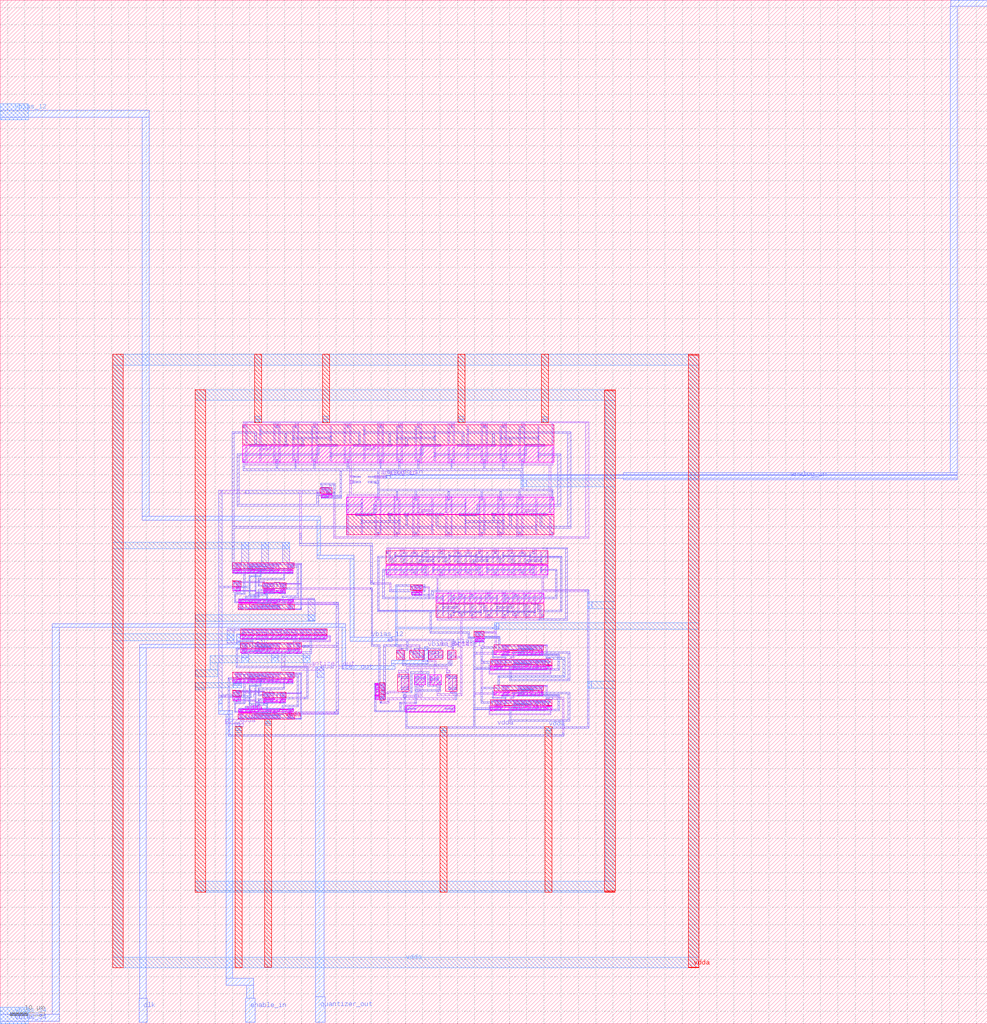
<source format=lef>
VERSION 5.7 ;
  NOWIREEXTENSIONATPIN ON ;
  DIVIDERCHAR "/" ;
  BUSBITCHARS "[]" ;
MACRO vco_adc2
  CLASS BLOCK ;
  FOREIGN vco_adc2 ;
  ORIGIN 77.180 133.620 ;
  SIZE 285.330 BY 295.770 ;
  PIN vbias_12
    DIRECTION INPUT ;
    USE SIGNAL ;
    ANTENNAGATEAREA 1.800000 ;
    PORT
      LAYER li1 ;
        RECT 38.900 -25.650 39.200 -25.150 ;
        RECT 53.450 -25.700 53.950 -25.200 ;
      LAYER met1 ;
        RECT 35.000 -22.500 36.100 -22.000 ;
        RECT 35.000 -23.000 53.950 -22.500 ;
        RECT 35.000 -23.100 36.100 -23.000 ;
        RECT 40.250 -25.150 40.750 -23.000 ;
        RECT 38.700 -25.650 40.750 -25.150 ;
        RECT 53.450 -25.700 53.950 -23.000 ;
      LAYER met2 ;
        RECT -77.180 130.350 -69.020 132.260 ;
        RECT -77.180 128.350 -34.150 130.350 ;
        RECT -77.180 127.500 -69.020 128.350 ;
        RECT -36.150 12.950 -34.150 128.350 ;
        RECT -36.150 11.850 15.500 12.950 ;
        RECT 14.400 1.800 15.500 11.850 ;
        RECT 14.400 0.700 25.100 1.800 ;
        RECT 24.000 -22.000 25.100 0.700 ;
        RECT 24.000 -23.100 36.100 -22.000 ;
      LAYER met3 ;
        RECT -77.180 127.500 -69.020 132.260 ;
    END
  END vbias_12
  PIN vbias_34
    DIRECTION INPUT ;
    USE SIGNAL ;
    ANTENNAGATEAREA 5.400000 ;
    PORT
      LAYER li1 ;
        RECT 42.650 -25.650 43.650 -25.150 ;
        RECT 47.950 -25.650 50.250 -25.150 ;
      LAYER met1 ;
        RECT 45.550 -25.150 46.550 -24.650 ;
        RECT 42.450 -25.650 50.250 -25.150 ;
      LAYER met2 ;
        RECT -62.100 -19.000 22.700 -18.000 ;
        RECT -77.180 -130.850 -69.020 -128.860 ;
        RECT -62.100 -130.850 -60.100 -19.000 ;
        RECT 21.700 -30.250 22.700 -19.000 ;
        RECT 45.550 -28.600 46.550 -24.650 ;
        RECT 36.000 -29.600 46.550 -28.600 ;
        RECT 36.000 -30.250 37.000 -29.600 ;
        RECT 21.700 -31.250 37.000 -30.250 ;
        RECT -77.180 -132.850 -60.100 -130.850 ;
        RECT -77.180 -133.620 -69.020 -132.850 ;
      LAYER met3 ;
        RECT -77.180 -133.620 -69.020 -128.860 ;
    END
  END vbias_34
  PIN analog_in
    DIRECTION INPUT ;
    USE SIGNAL ;
    PORT
      LAYER li1 ;
        RECT 31.000 24.600 34.500 24.700 ;
        RECT 29.185 24.280 34.500 24.600 ;
        RECT 31.000 24.000 34.500 24.280 ;
      LAYER met1 ;
        RECT 34.450 24.700 35.700 24.800 ;
        RECT 29.125 24.250 31.230 24.630 ;
        RECT 33.500 24.000 35.700 24.700 ;
      LAYER met2 ;
        RECT 197.570 160.310 208.150 162.150 ;
        RECT 197.450 25.500 199.450 160.310 ;
        RECT 103.000 25.000 199.450 25.500 ;
        RECT 35.700 24.800 199.450 25.000 ;
        RECT 34.450 24.000 199.450 24.800 ;
        RECT 103.000 23.500 199.450 24.000 ;
    END
  END analog_in
  PIN enable_in
    DIRECTION INPUT ;
    USE SIGNAL ;
    ANTENNAGATEAREA 1.437000 ;
    PORT
      LAYER li1 ;
        RECT -14.000 19.450 -5.150 20.450 ;
        RECT 9.250 19.450 10.250 20.450 ;
        RECT 14.350 20.050 15.250 20.150 ;
        RECT 15.625 20.050 16.085 20.115 ;
        RECT 14.350 19.750 16.085 20.050 ;
        RECT 14.350 19.650 15.250 19.750 ;
        RECT 9.450 6.850 10.000 19.450 ;
        RECT 15.625 19.385 16.085 19.750 ;
        RECT 29.900 -6.150 30.500 -5.700 ;
        RECT 29.900 -6.650 35.900 -6.150 ;
        RECT -8.955 -7.575 -8.625 -7.325 ;
        RECT 35.400 -8.250 35.900 -6.650 ;
        RECT 35.400 -8.800 36.600 -8.250 ;
        RECT 42.525 -8.765 42.985 -8.035 ;
        RECT -14.000 -39.300 -9.300 -38.900 ;
        RECT -8.955 -39.225 -8.625 -38.975 ;
      LAYER met1 ;
        RECT -14.000 -7.250 -13.000 20.450 ;
        RECT -6.150 19.450 15.250 20.450 ;
        RECT 9.450 5.150 10.000 7.950 ;
        RECT 9.450 4.550 30.500 5.150 ;
        RECT 29.900 -6.150 30.500 4.550 ;
        RECT 29.900 -6.650 30.850 -6.150 ;
        RECT -14.000 -7.650 -8.600 -7.250 ;
        RECT -14.000 -38.900 -13.000 -7.650 ;
        RECT 35.400 -8.800 43.000 -8.250 ;
        RECT -14.000 -39.300 -12.800 -38.900 ;
        RECT -10.500 -39.300 -8.600 -38.900 ;
        RECT -14.000 -41.200 -13.000 -39.300 ;
      LAYER met2 ;
        RECT -14.000 -43.200 -13.000 -39.300 ;
        RECT -14.000 -44.200 -9.900 -43.200 ;
        RECT -11.900 -120.500 -9.900 -44.200 ;
        RECT -11.900 -122.500 -3.950 -120.500 ;
        RECT -5.950 -126.270 -3.950 -122.500 ;
        RECT -6.240 -133.170 -3.480 -126.270 ;
    END
  END enable_in
  PIN clk
    DIRECTION INPUT ;
    USE SIGNAL ;
    ANTENNAGATEAREA 0.285000 ;
    PORT
      LAYER li1 ;
        RECT -7.325 -21.405 -6.635 -20.845 ;
        RECT -3.520 -25.485 -3.170 -24.835 ;
      LAYER met1 ;
        RECT -7.320 -20.950 -6.620 -20.830 ;
        RECT -8.850 -21.300 -6.620 -20.950 ;
        RECT -8.850 -22.950 -7.850 -21.300 ;
        RECT -7.320 -21.400 -6.620 -21.300 ;
        RECT -8.850 -23.300 -4.000 -22.950 ;
        RECT -4.350 -24.800 -4.000 -23.300 ;
        RECT -4.350 -24.840 -3.200 -24.800 ;
        RECT -4.350 -25.150 -3.190 -24.840 ;
        RECT -3.540 -25.490 -3.190 -25.150 ;
      LAYER met2 ;
        RECT -8.850 -24.000 -7.850 -20.950 ;
        RECT -36.900 -25.000 -7.850 -24.000 ;
        RECT -36.900 -126.270 -34.900 -25.000 ;
        RECT -37.030 -133.170 -34.730 -126.270 ;
    END
  END clk
  PIN quantizer_out
    DIRECTION OUTPUT ;
    USE SIGNAL ;
    ANTENNAGATEAREA 0.247500 ;
    ANTENNADIFFAREA 0.429000 ;
    PORT
      LAYER li1 ;
        RECT 3.275 -24.885 3.605 -24.040 ;
        RECT 3.275 -24.965 3.665 -24.885 ;
        RECT 3.450 -25.015 3.665 -24.965 ;
        RECT 3.495 -25.150 3.665 -25.015 ;
        RECT 5.735 -25.150 6.070 -25.135 ;
        RECT 3.495 -25.400 6.070 -25.150 ;
        RECT 3.495 -25.595 3.665 -25.400 ;
        RECT 3.440 -25.635 3.665 -25.595 ;
        RECT 3.285 -25.720 3.665 -25.635 ;
        RECT 3.285 -26.155 3.615 -25.720 ;
        RECT 4.250 -30.550 5.250 -25.400 ;
        RECT 5.735 -25.405 6.070 -25.400 ;
        RECT 4.250 -31.550 16.400 -30.550 ;
      LAYER met1 ;
        RECT 14.400 -33.450 16.400 -30.550 ;
      LAYER met2 ;
        RECT 14.000 -30.550 16.000 -30.500 ;
        RECT 14.000 -125.790 16.400 -30.550 ;
        RECT 14.000 -133.150 16.760 -125.790 ;
    END
  END quantizer_out
  PIN vdda
    DIRECTION INPUT ;
    USE POWER ;
    PORT
      LAYER nwell ;
        RECT -7.100 33.650 82.900 39.450 ;
      LAYER pwell ;
        RECT -7.100 28.600 82.900 33.400 ;
      LAYER nwell ;
        RECT 15.350 19.700 18.750 21.300 ;
        RECT 15.350 19.695 18.030 19.700 ;
      LAYER pwell ;
        RECT 16.030 19.400 17.835 19.405 ;
        RECT 16.030 19.175 18.750 19.400 ;
        RECT 15.545 18.500 18.750 19.175 ;
        RECT 15.545 18.495 17.835 18.500 ;
        RECT 15.690 18.305 15.860 18.495 ;
        RECT 22.900 13.650 82.900 18.450 ;
      LAYER nwell ;
        RECT 22.900 7.600 82.900 13.400 ;
        RECT -10.000 -2.180 7.750 -0.480 ;
      LAYER pwell ;
        RECT 34.400 -1.150 36.700 -1.050 ;
        RECT 36.900 -1.150 47.600 -1.050 ;
        RECT 47.800 -1.150 52.300 -1.050 ;
        RECT 52.500 -1.150 63.200 -1.050 ;
        RECT 63.400 -1.150 67.900 -1.050 ;
        RECT 68.100 -1.150 78.800 -1.050 ;
        RECT 79.000 -1.150 81.200 -1.050 ;
        RECT -8.720 -2.630 -7.375 -2.425 ;
        RECT -10.000 -2.655 -9.150 -2.630 ;
        RECT -8.720 -2.655 -5.750 -2.630 ;
        RECT -4.405 -2.655 -3.485 -2.435 ;
        RECT 2.595 -2.535 3.515 -2.425 ;
        RECT 1.180 -2.630 3.515 -2.535 ;
        RECT 1.180 -2.655 5.750 -2.630 ;
        RECT 6.190 -2.655 7.535 -2.425 ;
        RECT -10.000 -3.330 7.535 -2.655 ;
        RECT -9.205 -3.335 -7.375 -3.330 ;
        RECT -5.765 -3.335 3.515 -3.330 ;
        RECT 5.705 -3.335 7.535 -3.330 ;
        RECT -9.065 -3.525 -8.895 -3.335 ;
        RECT -5.625 -3.525 -5.455 -3.335 ;
        RECT 5.845 -3.525 6.015 -3.335 ;
        RECT 34.400 -3.850 81.200 -1.150 ;
      LAYER nwell ;
        RECT -9.950 -5.740 -9.050 -5.680 ;
        RECT -9.950 -7.345 -7.490 -5.740 ;
        RECT 2.350 -6.210 3.350 -6.180 ;
        RECT -9.950 -7.380 -9.100 -7.345 ;
      LAYER pwell ;
        RECT -9.950 -7.635 -9.000 -7.630 ;
        RECT -9.950 -8.530 -7.695 -7.635 ;
      LAYER nwell ;
        RECT -1.240 -7.815 5.560 -6.210 ;
        RECT 2.350 -7.830 3.350 -7.815 ;
      LAYER pwell ;
        RECT -9.045 -8.545 -7.695 -8.530 ;
        RECT -1.005 -8.330 2.165 -8.105 ;
        RECT -1.005 -8.335 3.550 -8.330 ;
        RECT 4.020 -8.335 5.365 -8.105 ;
        RECT -8.915 -8.735 -8.745 -8.545 ;
        RECT -1.005 -9.015 5.365 -8.335 ;
      LAYER nwell ;
        RECT 41.400 -8.450 44.930 -6.850 ;
        RECT 42.250 -8.455 44.930 -8.450 ;
      LAYER pwell ;
        RECT 42.930 -8.975 44.735 -8.745 ;
        RECT 42.445 -8.980 44.735 -8.975 ;
        RECT -0.905 -9.205 -0.735 -9.015 ;
        RECT 2.150 -9.030 3.550 -9.015 ;
        RECT 3.675 -9.205 3.845 -9.015 ;
        RECT 41.780 -9.655 44.735 -8.980 ;
        RECT 41.780 -9.660 42.450 -9.655 ;
        RECT 42.590 -9.845 42.760 -9.655 ;
        RECT -7.135 -11.195 -6.965 -11.005 ;
        RECT -6.850 -11.195 -5.350 -11.180 ;
        RECT 3.615 -11.195 3.785 -11.005 ;
        RECT 3.900 -11.195 5.900 -11.180 ;
        RECT 7.385 -11.195 7.555 -11.005 ;
        RECT -8.185 -11.875 7.695 -11.195 ;
        RECT -8.185 -11.995 -3.020 -11.875 ;
        RECT -8.185 -12.105 -4.435 -11.995 ;
        RECT 1.645 -12.095 2.565 -11.875 ;
        RECT 3.900 -11.880 7.210 -11.875 ;
        RECT 5.865 -12.105 7.210 -11.880 ;
        RECT 48.850 -11.950 80.050 -9.250 ;
        RECT 48.850 -12.050 51.050 -11.950 ;
        RECT 51.250 -12.050 61.950 -11.950 ;
        RECT 62.150 -12.050 66.650 -11.950 ;
        RECT 66.850 -12.050 77.550 -11.950 ;
        RECT 77.750 -12.050 80.050 -11.950 ;
        RECT -6.850 -12.130 -5.350 -12.105 ;
      LAYER nwell ;
        RECT -6.650 -12.395 -5.800 -12.380 ;
        RECT 4.100 -12.395 5.900 -12.380 ;
        RECT -8.390 -14.000 7.890 -12.395 ;
        RECT -6.650 -14.030 -5.800 -14.000 ;
        RECT 4.100 -14.030 6.050 -14.000 ;
        RECT -7.400 -19.550 17.300 -19.500 ;
        RECT -7.600 -21.200 17.300 -19.550 ;
      LAYER pwell ;
        RECT -7.600 -22.400 17.300 -21.400 ;
      LAYER nwell ;
        RECT 59.850 -21.850 62.700 -20.250 ;
        RECT 59.850 -21.855 62.070 -21.850 ;
      LAYER pwell ;
        RECT 60.530 -22.150 61.875 -22.145 ;
        RECT 60.530 -22.375 62.700 -22.150 ;
        RECT -7.265 -22.545 -7.095 -22.400 ;
        RECT -3.165 -22.545 -2.995 -22.400 ;
        RECT 0.935 -22.545 1.105 -22.400 ;
        RECT 5.335 -22.545 5.505 -22.400 ;
        RECT 9.435 -22.545 9.605 -22.400 ;
        RECT 13.535 -22.545 13.705 -22.400 ;
        RECT 60.045 -23.050 62.700 -22.375 ;
        RECT 60.045 -23.055 61.875 -23.050 ;
        RECT 60.185 -23.245 60.355 -23.055 ;
      LAYER nwell ;
        RECT -6.450 -23.550 9.900 -23.500 ;
        RECT -7.600 -25.200 9.900 -23.550 ;
        RECT 65.550 -24.150 67.700 -24.100 ;
      LAYER pwell ;
        RECT -7.600 -26.400 9.900 -25.400 ;
        RECT -7.265 -26.545 -7.095 -26.400 ;
        RECT -3.465 -26.545 -3.295 -26.400 ;
        RECT 5.780 -26.545 5.950 -26.400 ;
        RECT 8.435 -26.545 8.605 -26.400 ;
      LAYER nwell ;
        RECT 37.400 -28.250 39.800 -25.650 ;
        RECT 41.150 -28.250 45.350 -25.650 ;
        RECT 65.550 -25.750 79.940 -24.150 ;
        RECT 67.600 -25.755 79.940 -25.750 ;
        RECT 70.200 -25.800 72.300 -25.755 ;
      LAYER pwell ;
        RECT 65.550 -26.045 67.900 -26.000 ;
        RECT 65.550 -26.250 70.035 -26.045 ;
        RECT 65.550 -26.275 72.450 -26.250 ;
        RECT 75.910 -26.275 76.820 -26.055 ;
        RECT 78.355 -26.275 79.705 -26.045 ;
        RECT 65.550 -26.955 79.705 -26.275 ;
        RECT 65.550 -27.000 67.900 -26.955 ;
        RECT 67.935 -27.145 68.105 -26.955 ;
        RECT 70.000 -27.000 72.450 -26.955 ;
        RECT 72.535 -27.145 72.705 -26.955 ;
      LAYER nwell ;
        RECT 64.550 -29.950 82.300 -28.350 ;
        RECT 65.400 -29.955 82.300 -29.950 ;
        RECT 68.500 -30.000 70.850 -29.955 ;
        RECT 80.800 -30.000 82.300 -29.955 ;
      LAYER pwell ;
        RECT 65.595 -30.250 68.205 -30.245 ;
        RECT 64.550 -30.450 68.205 -30.250 ;
        RECT 64.550 -30.475 71.050 -30.450 ;
        RECT 74.510 -30.475 75.420 -30.255 ;
        RECT 76.960 -30.475 80.645 -30.245 ;
        RECT 64.550 -31.155 80.645 -30.475 ;
        RECT 64.550 -31.500 65.650 -31.155 ;
        RECT 65.740 -31.345 65.910 -31.155 ;
        RECT 68.200 -31.200 71.050 -31.155 ;
        RECT 71.135 -31.345 71.305 -31.155 ;
      LAYER nwell ;
        RECT -10.000 -33.830 7.750 -32.130 ;
      LAYER pwell ;
        RECT -8.720 -34.280 -7.375 -34.075 ;
        RECT -10.000 -34.305 -9.150 -34.280 ;
        RECT -8.720 -34.305 -5.750 -34.280 ;
        RECT -4.405 -34.305 -3.485 -34.085 ;
        RECT 2.595 -34.185 3.515 -34.075 ;
        RECT 1.180 -34.280 3.515 -34.185 ;
        RECT 1.180 -34.305 5.750 -34.280 ;
        RECT 6.190 -34.305 7.535 -34.075 ;
        RECT -10.000 -34.980 7.535 -34.305 ;
        RECT -9.205 -34.985 -7.375 -34.980 ;
        RECT -5.765 -34.985 3.515 -34.980 ;
        RECT 5.705 -34.985 7.535 -34.980 ;
        RECT -9.065 -35.175 -8.895 -34.985 ;
        RECT -5.625 -35.175 -5.455 -34.985 ;
        RECT 5.845 -35.175 6.015 -34.985 ;
        RECT 31.345 -35.435 32.025 -35.295 ;
        RECT 31.155 -35.605 32.025 -35.435 ;
        RECT 31.345 -35.780 32.025 -35.605 ;
        RECT 31.345 -37.125 32.255 -35.780 ;
      LAYER nwell ;
        RECT -9.950 -37.390 -9.050 -37.330 ;
        RECT -9.950 -38.995 -7.490 -37.390 ;
        RECT 2.350 -37.860 3.350 -37.830 ;
        RECT -9.950 -39.030 -9.100 -38.995 ;
      LAYER pwell ;
        RECT -9.950 -39.285 -9.000 -39.280 ;
        RECT -9.950 -40.180 -7.695 -39.285 ;
      LAYER nwell ;
        RECT -1.240 -39.465 5.560 -37.860 ;
      LAYER pwell ;
        RECT 31.350 -38.605 32.250 -37.125 ;
      LAYER nwell ;
        RECT 32.545 -37.250 34.150 -35.100 ;
      LAYER pwell ;
        RECT 42.550 -35.650 45.850 -32.850 ;
        RECT 47.100 -35.650 50.400 -32.850 ;
      LAYER nwell ;
        RECT 32.500 -38.400 34.150 -37.250 ;
        RECT 65.550 -35.850 67.700 -35.800 ;
        RECT 65.550 -37.450 79.940 -35.850 ;
        RECT 67.600 -37.455 79.940 -37.450 ;
        RECT 70.200 -37.500 72.300 -37.455 ;
      LAYER pwell ;
        RECT 31.345 -38.735 32.255 -38.605 ;
        RECT 31.155 -38.905 32.255 -38.735 ;
      LAYER nwell ;
        RECT 2.350 -39.480 3.350 -39.465 ;
      LAYER pwell ;
        RECT -9.045 -40.195 -7.695 -40.180 ;
        RECT -1.005 -39.980 2.165 -39.755 ;
        RECT -1.005 -39.985 3.550 -39.980 ;
        RECT 4.020 -39.985 5.365 -39.755 ;
        RECT 31.345 -39.955 32.255 -38.905 ;
        RECT -8.915 -40.385 -8.745 -40.195 ;
        RECT -1.005 -40.665 5.365 -39.985 ;
      LAYER nwell ;
        RECT 32.545 -40.160 34.150 -38.400 ;
      LAYER pwell ;
        RECT 65.550 -37.745 67.900 -37.700 ;
        RECT 65.550 -37.950 70.035 -37.745 ;
        RECT 65.550 -37.975 72.450 -37.950 ;
        RECT 75.910 -37.975 76.820 -37.755 ;
        RECT 78.355 -37.975 79.705 -37.745 ;
        RECT 65.550 -38.655 79.705 -37.975 ;
        RECT 65.550 -38.700 67.900 -38.655 ;
        RECT 67.935 -38.845 68.105 -38.655 ;
        RECT 70.000 -38.700 72.450 -38.655 ;
        RECT 72.535 -38.845 72.705 -38.655 ;
        RECT -0.905 -40.855 -0.735 -40.665 ;
        RECT 2.150 -40.680 3.550 -40.665 ;
        RECT 3.675 -40.855 3.845 -40.665 ;
        RECT -7.135 -42.845 -6.965 -42.655 ;
        RECT -6.850 -42.845 -5.350 -42.830 ;
        RECT 3.615 -42.845 3.785 -42.655 ;
        RECT 3.900 -42.845 5.900 -42.830 ;
        RECT 7.385 -42.845 7.555 -42.655 ;
        RECT -8.185 -43.525 7.695 -42.845 ;
        RECT -8.185 -43.645 -3.020 -43.525 ;
        RECT -8.185 -43.755 -4.435 -43.645 ;
        RECT 1.645 -43.745 2.565 -43.525 ;
        RECT 3.900 -43.530 7.210 -43.525 ;
        RECT 5.865 -43.755 7.210 -43.530 ;
        RECT 40.000 -43.650 54.380 -41.640 ;
      LAYER nwell ;
        RECT 64.550 -41.650 82.300 -40.050 ;
        RECT 65.400 -41.655 82.300 -41.650 ;
        RECT 68.500 -41.700 70.850 -41.655 ;
        RECT 80.800 -41.700 82.300 -41.655 ;
      LAYER pwell ;
        RECT 65.595 -41.950 68.205 -41.945 ;
        RECT 64.550 -42.150 68.205 -41.950 ;
        RECT 64.550 -42.175 71.050 -42.150 ;
        RECT 74.510 -42.175 75.420 -41.955 ;
        RECT 76.960 -42.175 80.645 -41.945 ;
        RECT 64.550 -42.855 80.645 -42.175 ;
        RECT 64.550 -43.200 65.650 -42.855 ;
        RECT 65.740 -43.045 65.910 -42.855 ;
        RECT 68.200 -42.900 71.050 -42.855 ;
        RECT 71.135 -43.045 71.305 -42.855 ;
        RECT -6.850 -43.780 -5.350 -43.755 ;
      LAYER nwell ;
        RECT -6.650 -44.045 -5.800 -44.030 ;
        RECT 4.100 -44.045 5.900 -44.030 ;
        RECT -8.390 -45.650 7.890 -44.045 ;
        RECT -6.650 -45.680 -5.800 -45.650 ;
        RECT 4.100 -45.680 6.050 -45.650 ;
      LAYER li1 ;
        RECT -6.900 39.950 93.100 40.350 ;
        RECT -6.900 38.600 -6.500 39.950 ;
        RECT -6.200 34.050 -5.800 39.950 ;
        RECT 1.900 34.050 2.300 39.950 ;
        RECT 2.600 39.050 3.000 39.950 ;
        RECT 3.300 39.050 3.700 39.950 ;
        RECT 2.600 38.600 3.700 39.050 ;
        RECT 8.050 39.050 8.450 39.950 ;
        RECT 8.750 39.050 9.150 39.950 ;
        RECT 8.050 38.600 9.150 39.050 ;
        RECT 13.500 38.600 13.900 39.950 ;
        RECT 3.300 34.050 3.700 38.600 ;
        RECT 8.750 34.050 9.150 38.600 ;
        RECT 14.200 34.050 14.600 39.950 ;
        RECT 22.300 34.050 22.700 39.950 ;
        RECT 23.100 38.600 23.500 39.950 ;
        RECT 23.800 34.050 24.200 39.950 ;
        RECT 31.900 34.050 32.300 39.950 ;
        RECT 32.600 39.050 33.000 39.950 ;
        RECT 33.300 39.050 33.700 39.950 ;
        RECT 32.600 38.600 33.700 39.050 ;
        RECT 38.050 39.050 38.450 39.950 ;
        RECT 38.750 39.050 39.150 39.950 ;
        RECT 38.050 38.600 39.150 39.050 ;
        RECT 43.500 38.600 43.900 39.950 ;
        RECT 33.300 34.050 33.700 38.600 ;
        RECT 38.750 34.050 39.150 38.600 ;
        RECT 44.200 34.050 44.600 39.950 ;
        RECT 52.300 34.050 52.700 39.950 ;
        RECT 53.100 38.600 53.500 39.950 ;
        RECT 53.800 34.050 54.200 39.950 ;
        RECT 61.900 34.050 62.300 39.950 ;
        RECT 62.600 39.050 63.000 39.950 ;
        RECT 63.300 39.050 63.700 39.950 ;
        RECT 62.600 38.600 63.700 39.050 ;
        RECT 68.050 39.050 68.450 39.950 ;
        RECT 68.750 39.050 69.150 39.950 ;
        RECT 68.050 38.600 69.150 39.050 ;
        RECT 73.500 38.600 73.900 39.950 ;
        RECT 63.300 34.050 63.700 38.600 ;
        RECT 68.750 34.050 69.150 38.600 ;
        RECT 74.200 34.050 74.600 39.950 ;
        RECT 82.300 34.050 82.700 39.950 ;
        RECT -6.900 28.950 -6.500 29.450 ;
        RECT 2.600 28.950 3.000 29.450 ;
        RECT 8.050 28.950 8.450 29.450 ;
        RECT 13.500 28.950 13.900 29.450 ;
        RECT 23.100 28.950 23.500 29.450 ;
        RECT 32.600 28.950 33.000 29.450 ;
        RECT 38.050 28.950 38.450 29.450 ;
        RECT 43.500 28.950 43.900 29.450 ;
        RECT 53.100 28.950 53.500 29.450 ;
        RECT 62.600 28.950 63.000 29.450 ;
        RECT 68.050 28.950 68.450 29.450 ;
        RECT 73.500 28.950 73.900 29.450 ;
        RECT 31.000 23.050 31.170 23.130 ;
        RECT 29.185 22.730 31.170 23.050 ;
        RECT 31.000 22.650 31.170 22.730 ;
        RECT 15.540 21.025 17.840 21.195 ;
        RECT 16.055 20.625 16.990 21.025 ;
        RECT 17.515 20.050 17.755 20.345 ;
        RECT 18.100 20.250 18.500 20.750 ;
        RECT 17.515 19.550 17.950 20.050 ;
        RECT 17.515 19.365 17.755 19.550 ;
        RECT 16.055 18.475 16.990 18.875 ;
        RECT 18.100 18.750 18.500 19.250 ;
        RECT 15.540 18.305 17.840 18.475 ;
        RECT 19.150 7.100 19.650 20.050 ;
        RECT 31.900 17.600 32.300 18.100 ;
        RECT 37.350 17.600 37.750 18.100 ;
        RECT 42.800 17.600 43.200 18.100 ;
        RECT 52.300 17.600 52.700 18.100 ;
        RECT 61.900 17.600 62.300 18.100 ;
        RECT 67.350 17.600 67.750 18.100 ;
        RECT 72.800 17.600 73.200 18.100 ;
        RECT 82.300 17.600 82.700 18.100 ;
        RECT 23.100 7.100 23.500 13.000 ;
        RECT 31.200 7.100 31.600 13.000 ;
        RECT 36.650 8.450 37.050 13.000 ;
        RECT 42.100 8.450 42.500 13.000 ;
        RECT 31.900 7.100 32.300 8.450 ;
        RECT 36.650 8.000 37.750 8.450 ;
        RECT 36.650 7.100 37.050 8.000 ;
        RECT 37.350 7.100 37.750 8.000 ;
        RECT 42.100 8.000 43.200 8.450 ;
        RECT 42.100 7.100 42.500 8.000 ;
        RECT 42.800 7.100 43.200 8.000 ;
        RECT 43.500 7.100 43.900 13.000 ;
        RECT 51.600 7.100 52.000 13.000 ;
        RECT 52.300 7.100 52.700 8.450 ;
        RECT 53.100 7.100 53.500 13.000 ;
        RECT 61.200 7.100 61.600 13.000 ;
        RECT 66.650 8.450 67.050 13.000 ;
        RECT 72.100 8.450 72.500 13.000 ;
        RECT 61.900 7.100 62.300 8.450 ;
        RECT 66.650 8.000 67.750 8.450 ;
        RECT 66.650 7.100 67.050 8.000 ;
        RECT 67.350 7.100 67.750 8.000 ;
        RECT 72.100 8.000 73.200 8.450 ;
        RECT 72.100 7.100 72.500 8.000 ;
        RECT 72.800 7.100 73.200 8.000 ;
        RECT 73.500 7.100 73.900 13.000 ;
        RECT 81.600 7.100 82.000 13.000 ;
        RECT 82.300 7.100 82.700 8.450 ;
        RECT 92.100 7.100 93.100 39.950 ;
        RECT 19.150 6.700 93.100 7.100 ;
        RECT 19.150 6.600 23.500 6.700 ;
        RECT 7.450 -0.635 10.000 -0.630 ;
        RECT -9.210 -0.805 -7.370 -0.635 ;
        RECT -5.770 -0.805 3.890 -0.635 ;
        RECT 5.700 -0.805 10.000 -0.635 ;
        RECT -8.650 -1.565 -8.320 -0.805 ;
        RECT -7.720 -1.955 -7.460 -0.805 ;
        RECT -6.750 -1.580 -6.350 -1.080 ;
        RECT -5.255 -1.305 -4.925 -0.805 ;
        RECT -4.315 -1.305 -3.985 -0.805 ;
        RECT -2.340 -1.185 -1.960 -0.805 ;
        RECT -1.440 -1.185 -1.110 -0.805 ;
        RECT 0.170 -1.185 0.590 -0.805 ;
        RECT 1.260 -1.495 1.590 -0.805 ;
        RECT 2.710 -1.605 2.995 -0.805 ;
        RECT 6.260 -1.565 6.590 -0.805 ;
        RECT 7.190 -0.980 10.000 -0.805 ;
        RECT 7.190 -1.955 7.450 -0.980 ;
        RECT 9.650 -1.430 10.000 -0.980 ;
        RECT -9.800 -3.180 -9.400 -2.680 ;
        RECT -8.650 -3.355 -8.320 -2.975 ;
        RECT -7.720 -3.180 -7.460 -2.515 ;
        RECT -7.720 -3.355 -5.750 -3.180 ;
        RECT -5.255 -3.355 -4.925 -2.975 ;
        RECT -4.315 -3.355 -3.985 -2.975 ;
        RECT -2.160 -3.355 -1.750 -2.915 ;
        RECT -1.010 -3.355 -0.690 -2.895 ;
        RECT 0.920 -3.355 1.580 -2.875 ;
        RECT 2.710 -3.355 2.995 -2.895 ;
        RECT 3.850 -3.355 5.700 -3.230 ;
        RECT 6.260 -3.355 6.590 -2.975 ;
        RECT 7.190 -3.355 7.450 -2.515 ;
        RECT -9.210 -3.525 7.540 -3.355 ;
        RECT -7.500 -3.680 -5.750 -3.525 ;
        RECT 3.850 -3.680 5.700 -3.525 ;
        RECT 34.600 -4.350 35.000 -3.000 ;
        RECT 35.300 -4.350 35.700 -1.450 ;
        RECT 38.500 -4.350 38.900 -1.450 ;
        RECT 40.000 -3.000 40.400 -1.450 ;
        RECT 43.100 -3.000 43.500 -1.450 ;
        RECT 39.300 -3.450 40.400 -3.000 ;
        RECT 39.300 -3.500 39.700 -3.450 ;
        RECT 40.000 -4.350 40.400 -3.450 ;
        RECT 42.400 -3.450 43.500 -3.000 ;
        RECT 42.400 -3.500 42.800 -3.450 ;
        RECT 43.100 -4.350 43.500 -3.450 ;
        RECT 45.500 -4.350 45.900 -3.000 ;
        RECT 46.200 -4.350 46.600 -1.450 ;
        RECT 49.400 -4.350 49.800 -1.450 ;
        RECT 50.200 -4.350 50.600 -3.000 ;
        RECT 50.900 -4.350 51.300 -1.450 ;
        RECT 54.100 -4.350 54.500 -1.450 ;
        RECT 55.600 -3.000 56.000 -1.450 ;
        RECT 58.700 -3.000 59.100 -1.450 ;
        RECT 54.900 -3.450 56.000 -3.000 ;
        RECT 54.900 -3.500 55.300 -3.450 ;
        RECT 55.600 -4.350 56.000 -3.450 ;
        RECT 58.000 -3.450 59.100 -3.000 ;
        RECT 58.000 -3.500 58.400 -3.450 ;
        RECT 58.700 -4.350 59.100 -3.450 ;
        RECT 61.100 -4.350 61.500 -3.000 ;
        RECT 61.800 -4.350 62.200 -1.450 ;
        RECT 65.000 -4.350 65.400 -1.450 ;
        RECT 65.800 -4.350 66.200 -3.000 ;
        RECT 66.500 -4.350 66.900 -1.450 ;
        RECT 69.700 -4.350 70.100 -1.450 ;
        RECT 71.200 -3.000 71.600 -1.450 ;
        RECT 74.300 -3.000 74.700 -1.450 ;
        RECT 70.500 -3.450 71.600 -3.000 ;
        RECT 70.500 -3.500 70.900 -3.450 ;
        RECT 71.200 -4.350 71.600 -3.450 ;
        RECT 73.600 -3.450 74.700 -3.000 ;
        RECT 73.600 -3.500 74.000 -3.450 ;
        RECT 74.300 -4.350 74.700 -3.450 ;
        RECT 76.700 -4.350 77.100 -3.000 ;
        RECT 77.400 -4.350 77.800 -1.450 ;
        RECT 80.600 -4.350 81.000 -1.450 ;
        RECT 34.600 -4.750 81.000 -4.350 ;
        RECT -7.850 -5.845 -0.700 -5.830 ;
        RECT -9.060 -6.015 -0.700 -5.845 ;
        RECT -9.750 -6.630 -9.350 -6.130 ;
        RECT -8.935 -7.155 -8.705 -6.015 ;
        RECT -8.035 -6.180 -0.700 -6.015 ;
        RECT -8.035 -7.155 -7.825 -6.180 ;
        RECT -1.050 -6.315 -0.700 -6.180 ;
        RECT -1.050 -6.485 2.170 -6.315 ;
        RECT 3.530 -6.330 5.370 -6.315 ;
        RECT 9.650 -6.330 10.000 -5.880 ;
        RECT 3.530 -6.485 10.000 -6.330 ;
        RECT 0.005 -7.335 0.175 -6.485 ;
        RECT 0.845 -6.995 1.015 -6.485 ;
        RECT 2.700 -7.380 3.100 -6.880 ;
        RECT 4.090 -7.245 4.420 -6.485 ;
        RECT 5.020 -6.680 10.000 -6.485 ;
        RECT 5.020 -7.635 5.280 -6.680 ;
        RECT 9.650 -7.080 10.000 -6.680 ;
        RECT 42.440 -7.125 44.740 -6.955 ;
        RECT -9.750 -8.380 -9.350 -7.880 ;
        RECT -8.935 -8.565 -8.705 -7.745 ;
        RECT -8.035 -8.380 -7.825 -7.745 ;
        RECT 41.800 -7.970 42.100 -7.470 ;
        RECT 42.955 -7.525 43.890 -7.125 ;
        RECT -8.035 -8.565 -3.150 -8.380 ;
        RECT -9.060 -8.730 -3.150 -8.565 ;
        RECT -9.060 -8.735 -7.680 -8.730 ;
        RECT -3.500 -8.930 -3.150 -8.730 ;
        RECT -0.915 -8.930 -0.585 -8.645 ;
        RECT -3.500 -9.035 -0.585 -8.930 ;
        RECT -0.075 -9.035 0.255 -8.645 ;
        RECT 1.795 -9.035 2.085 -8.200 ;
        RECT 2.600 -8.880 3.100 -8.480 ;
        RECT 4.090 -9.035 4.420 -8.655 ;
        RECT 5.020 -9.035 5.280 -8.195 ;
        RECT 44.415 -8.450 44.655 -7.805 ;
        RECT 49.050 -8.350 49.450 -4.750 ;
        RECT 79.450 -8.250 79.850 -4.750 ;
        RECT 79.450 -8.350 93.050 -8.250 ;
        RECT 44.415 -8.750 44.800 -8.450 ;
        RECT 49.050 -8.750 93.050 -8.350 ;
        RECT 44.415 -8.785 44.655 -8.750 ;
        RECT -3.500 -9.205 2.170 -9.035 ;
        RECT 3.530 -9.205 5.370 -9.035 ;
        RECT -3.500 -9.280 -0.850 -9.205 ;
        RECT -6.950 -11.005 -5.650 -10.880 ;
        RECT -3.500 -11.005 -3.150 -9.280 ;
        RECT 41.850 -9.600 42.200 -9.050 ;
        RECT 42.955 -9.675 43.890 -9.275 ;
        RECT 42.440 -9.845 44.740 -9.675 ;
        RECT 3.900 -11.005 6.050 -10.980 ;
        RECT 7.350 -11.005 13.700 -10.650 ;
        RECT -8.200 -11.150 13.700 -11.005 ;
        RECT -8.200 -11.175 7.700 -11.150 ;
        RECT -8.055 -11.995 -7.845 -11.175 ;
        RECT -7.175 -11.330 -5.650 -11.175 ;
        RECT -7.175 -11.995 -6.945 -11.330 ;
        RECT -4.835 -11.635 -4.550 -11.175 ;
        RECT -3.420 -11.655 -2.760 -11.175 ;
        RECT -1.150 -11.635 -0.830 -11.175 ;
        RECT -0.090 -11.615 0.320 -11.175 ;
        RECT 2.145 -11.555 2.475 -11.175 ;
        RECT 3.085 -11.555 3.415 -11.175 ;
        RECT 3.900 -11.330 6.210 -11.175 ;
        RECT 5.000 -11.730 5.500 -11.330 ;
        RECT 5.950 -12.015 6.210 -11.330 ;
        RECT 6.810 -11.555 7.140 -11.175 ;
        RECT 49.050 -11.650 49.450 -8.750 ;
        RECT 52.250 -11.650 52.650 -8.750 ;
        RECT 52.950 -10.100 53.350 -8.750 ;
        RECT 55.350 -9.650 55.750 -8.750 ;
        RECT 56.050 -9.650 56.450 -9.600 ;
        RECT 55.350 -10.100 56.450 -9.650 ;
        RECT 58.450 -9.650 58.850 -8.750 ;
        RECT 59.150 -9.650 59.550 -9.600 ;
        RECT 58.450 -10.100 59.550 -9.650 ;
        RECT 55.350 -11.650 55.750 -10.100 ;
        RECT 58.450 -11.650 58.850 -10.100 ;
        RECT 59.950 -11.650 60.350 -8.750 ;
        RECT 63.150 -11.650 63.550 -8.750 ;
        RECT 63.850 -10.100 64.250 -8.750 ;
        RECT 64.650 -11.650 65.050 -8.750 ;
        RECT 67.850 -11.650 68.250 -8.750 ;
        RECT 68.550 -10.100 68.950 -8.750 ;
        RECT 70.950 -9.650 71.350 -8.750 ;
        RECT 71.650 -9.650 72.050 -9.600 ;
        RECT 70.950 -10.100 72.050 -9.650 ;
        RECT 74.050 -9.650 74.450 -8.750 ;
        RECT 74.750 -9.650 75.150 -9.600 ;
        RECT 74.050 -10.100 75.150 -9.650 ;
        RECT 70.950 -11.650 71.350 -10.100 ;
        RECT 74.050 -11.650 74.450 -10.100 ;
        RECT 75.550 -11.650 75.950 -8.750 ;
        RECT 78.750 -11.650 79.150 -8.750 ;
        RECT 79.450 -10.100 79.850 -8.750 ;
        RECT 92.550 -9.350 93.050 -8.750 ;
        RECT -8.055 -13.725 -7.845 -12.585 ;
        RECT -7.175 -13.725 -6.945 -12.585 ;
        RECT -6.350 -13.330 -5.950 -12.830 ;
        RECT -4.835 -13.725 -4.550 -12.925 ;
        RECT -3.430 -13.725 -3.100 -13.035 ;
        RECT -2.430 -13.725 -2.010 -13.345 ;
        RECT -0.730 -13.725 -0.400 -13.345 ;
        RECT 0.120 -13.725 0.500 -13.345 ;
        RECT 2.145 -13.725 2.475 -13.225 ;
        RECT 3.085 -13.725 3.415 -13.225 ;
        RECT 5.950 -13.725 6.210 -12.575 ;
        RECT 6.810 -13.725 7.140 -12.965 ;
        RECT 9.650 -13.680 10.000 -13.230 ;
        RECT 7.650 -13.725 10.000 -13.680 ;
        RECT -8.200 -13.895 -6.820 -13.725 ;
        RECT -5.730 -13.895 3.930 -13.725 ;
        RECT 5.860 -13.895 10.000 -13.725 ;
        RECT 7.650 -14.030 10.000 -13.895 ;
        RECT -7.400 -19.655 -7.000 -19.500 ;
        RECT -7.410 -19.825 -3.730 -19.655 ;
        RECT -3.310 -19.825 0.370 -19.655 ;
        RECT 0.790 -19.825 4.470 -19.655 ;
        RECT 5.190 -19.825 8.870 -19.655 ;
        RECT 9.290 -19.825 12.970 -19.655 ;
        RECT 13.390 -19.825 17.070 -19.655 ;
        RECT -6.755 -20.285 -6.485 -19.825 ;
        RECT -4.695 -20.285 -4.370 -19.825 ;
        RECT -2.655 -20.285 -2.385 -19.825 ;
        RECT -0.595 -20.285 -0.270 -19.825 ;
        RECT 1.445 -20.285 1.715 -19.825 ;
        RECT 3.505 -20.285 3.830 -19.825 ;
        RECT 4.700 -20.650 5.100 -20.150 ;
        RECT 5.845 -20.285 6.115 -19.825 ;
        RECT 7.905 -20.285 8.230 -19.825 ;
        RECT 9.945 -20.285 10.215 -19.825 ;
        RECT 12.005 -20.285 12.330 -19.825 ;
        RECT 14.045 -20.285 14.315 -19.825 ;
        RECT 16.105 -20.285 16.430 -19.825 ;
        RECT 60.040 -20.400 61.880 -20.355 ;
        RECT 65.800 -20.400 66.250 -19.000 ;
        RECT 60.040 -20.525 66.250 -20.400 ;
        RECT 60.600 -21.285 60.930 -20.525 ;
        RECT 61.530 -20.750 66.250 -20.525 ;
        RECT 61.530 -21.675 61.790 -20.750 ;
        RECT 62.150 -21.600 62.450 -20.750 ;
        RECT -6.755 -22.375 -6.485 -21.915 ;
        RECT -4.695 -22.375 -4.370 -21.915 ;
        RECT -2.655 -22.375 -2.385 -21.915 ;
        RECT -0.595 -22.375 -0.270 -21.915 ;
        RECT 1.445 -22.375 1.715 -21.915 ;
        RECT 3.505 -22.375 3.830 -21.915 ;
        RECT 4.650 -22.210 4.960 -21.710 ;
        RECT 5.845 -22.375 6.115 -21.915 ;
        RECT 7.905 -22.375 8.230 -21.915 ;
        RECT 9.945 -22.375 10.215 -21.915 ;
        RECT 12.005 -22.375 12.330 -21.915 ;
        RECT 14.045 -22.375 14.315 -21.915 ;
        RECT 16.105 -22.375 16.430 -21.915 ;
        RECT -7.410 -22.545 -3.730 -22.375 ;
        RECT -3.310 -22.545 0.370 -22.375 ;
        RECT 0.790 -22.545 4.470 -22.375 ;
        RECT 5.190 -22.545 8.870 -22.375 ;
        RECT 9.290 -22.545 12.970 -22.375 ;
        RECT 13.390 -22.545 17.070 -22.375 ;
        RECT 60.600 -23.075 60.930 -22.695 ;
        RECT 61.530 -23.075 61.790 -22.235 ;
        RECT 62.150 -22.850 62.450 -22.350 ;
        RECT 60.040 -23.245 61.880 -23.075 ;
        RECT -5.950 -23.655 -3.200 -23.500 ;
        RECT -7.410 -23.700 3.750 -23.655 ;
        RECT -7.410 -23.825 -5.570 -23.700 ;
        RECT -6.850 -24.585 -6.520 -23.825 ;
        RECT -5.920 -24.975 -5.660 -23.825 ;
        RECT -5.150 -24.650 -4.750 -23.700 ;
        RECT -3.610 -23.825 3.750 -23.700 ;
        RECT 5.640 -23.825 7.020 -23.655 ;
        RECT 8.290 -23.825 9.670 -23.655 ;
        RECT -3.095 -24.325 -2.765 -23.825 ;
        RECT -2.170 -24.285 -1.905 -23.825 ;
        RECT 0.000 -24.625 0.170 -23.825 ;
        RECT 1.880 -24.325 2.195 -23.825 ;
        RECT 2.935 -24.835 3.105 -23.825 ;
        RECT 5.725 -24.965 6.005 -23.825 ;
        RECT 6.675 -24.965 6.935 -23.825 ;
        RECT 8.415 -24.965 8.645 -23.825 ;
        RECT 9.315 -24.965 9.525 -23.825 ;
        RECT 37.600 -24.550 44.250 -24.150 ;
        RECT -6.850 -26.375 -6.520 -25.995 ;
        RECT -5.920 -26.375 -5.660 -25.535 ;
        RECT -5.400 -26.100 -5.000 -25.600 ;
        RECT -3.095 -26.375 -2.765 -25.995 ;
        RECT -2.155 -26.375 -1.905 -25.915 ;
        RECT -0.210 -26.375 0.160 -25.875 ;
        RECT 1.975 -26.375 2.185 -25.845 ;
        RECT 2.945 -26.375 3.115 -25.765 ;
        RECT 5.725 -26.375 6.035 -25.575 ;
        RECT 8.415 -26.375 8.645 -25.555 ;
        RECT 9.315 -26.375 9.525 -25.555 ;
        RECT -7.410 -26.545 -5.570 -26.375 ;
        RECT -3.610 -26.545 3.750 -26.375 ;
        RECT 5.640 -26.545 7.020 -26.375 ;
        RECT 8.290 -26.545 9.670 -26.375 ;
        RECT 37.600 -26.550 38.000 -24.550 ;
        RECT 38.300 -27.850 38.700 -24.550 ;
        RECT 41.350 -26.500 41.750 -24.550 ;
        RECT 42.050 -27.850 42.450 -26.050 ;
        RECT 43.850 -27.850 44.250 -24.550 ;
        RECT 65.850 -25.150 66.250 -20.750 ;
        RECT 79.700 -24.255 81.050 -24.100 ;
        RECT 67.790 -24.425 70.090 -24.255 ;
        RECT 72.390 -24.425 81.050 -24.255 ;
        RECT 67.920 -25.565 68.185 -24.425 ;
        RECT 68.855 -25.225 69.025 -24.425 ;
        RECT 69.695 -24.885 69.905 -24.425 ;
        RECT 72.905 -24.925 73.235 -24.425 ;
        RECT 73.830 -24.885 74.095 -24.425 ;
        RECT 76.000 -25.225 76.170 -24.425 ;
        RECT 77.880 -24.925 78.195 -24.425 ;
        RECT 78.935 -25.435 79.105 -24.425 ;
        RECT 79.700 -24.450 81.050 -24.425 ;
        RECT 59.650 -26.800 66.250 -26.300 ;
        RECT 59.650 -27.300 60.150 -26.800 ;
        RECT 67.920 -26.975 68.185 -26.515 ;
        RECT 68.855 -26.975 69.025 -26.515 ;
        RECT 69.695 -26.975 69.945 -26.510 ;
        RECT 72.905 -26.975 73.235 -26.595 ;
        RECT 73.845 -26.975 74.095 -26.515 ;
        RECT 75.790 -26.975 76.160 -26.475 ;
        RECT 77.975 -26.975 78.185 -26.445 ;
        RECT 78.945 -26.975 79.115 -26.365 ;
        RECT 67.790 -27.145 70.090 -26.975 ;
        RECT 72.390 -27.145 79.750 -26.975 ;
        RECT 80.650 -28.200 81.050 -24.450 ;
        RECT 61.800 -28.900 62.300 -28.300 ;
        RECT 68.350 -28.455 70.000 -28.300 ;
        RECT 65.590 -28.625 70.000 -28.455 ;
        RECT 70.990 -28.625 80.650 -28.455 ;
        RECT 61.800 -29.400 62.900 -28.900 ;
        RECT 64.850 -29.400 65.250 -28.900 ;
        RECT 7.450 -32.285 10.000 -32.280 ;
        RECT -9.210 -32.455 -7.370 -32.285 ;
        RECT -5.770 -32.455 3.890 -32.285 ;
        RECT 5.700 -32.455 10.000 -32.285 ;
        RECT -8.650 -33.215 -8.320 -32.455 ;
        RECT -7.720 -33.605 -7.460 -32.455 ;
        RECT -6.750 -33.230 -6.350 -32.730 ;
        RECT -5.255 -32.955 -4.925 -32.455 ;
        RECT -4.315 -32.955 -3.985 -32.455 ;
        RECT -2.340 -32.835 -1.960 -32.455 ;
        RECT -1.440 -32.835 -1.110 -32.455 ;
        RECT 0.170 -32.835 0.590 -32.455 ;
        RECT 1.260 -33.145 1.590 -32.455 ;
        RECT 2.710 -33.255 2.995 -32.455 ;
        RECT 6.260 -33.215 6.590 -32.455 ;
        RECT 7.190 -32.630 10.000 -32.455 ;
        RECT 7.190 -33.605 7.450 -32.630 ;
        RECT 9.650 -33.080 10.000 -32.630 ;
        RECT 42.750 -33.700 43.150 -33.200 ;
        RECT -9.800 -34.830 -9.400 -34.330 ;
        RECT -8.650 -35.005 -8.320 -34.625 ;
        RECT -7.720 -34.830 -7.460 -34.165 ;
        RECT -7.720 -35.005 -5.750 -34.830 ;
        RECT -5.255 -35.005 -4.925 -34.625 ;
        RECT -4.315 -35.005 -3.985 -34.625 ;
        RECT -2.160 -35.005 -1.750 -34.565 ;
        RECT -1.010 -35.005 -0.690 -34.545 ;
        RECT 0.920 -35.005 1.580 -34.525 ;
        RECT 2.710 -35.005 2.995 -34.545 ;
        RECT 3.850 -35.005 5.700 -34.880 ;
        RECT 6.260 -35.005 6.590 -34.625 ;
        RECT 7.190 -35.005 7.450 -34.165 ;
        RECT -9.210 -35.175 7.540 -35.005 ;
        RECT -7.500 -35.330 -5.750 -35.175 ;
        RECT 3.850 -35.330 5.700 -35.175 ;
        RECT 31.155 -35.850 31.325 -35.290 ;
        RECT 33.875 -35.850 34.045 -35.290 ;
        RECT 49.800 -35.300 50.200 -34.800 ;
        RECT 31.155 -36.180 31.705 -35.850 ;
        RECT 33.115 -36.180 34.045 -35.850 ;
        RECT 31.155 -36.780 31.325 -36.180 ;
        RECT 33.875 -36.780 34.045 -36.180 ;
        RECT 31.155 -37.040 32.165 -36.780 ;
        RECT 32.725 -37.040 34.045 -36.780 ;
        RECT 31.155 -37.130 31.325 -37.040 ;
        RECT 33.875 -37.130 34.045 -37.040 ;
        RECT 61.800 -36.350 62.300 -29.400 ;
        RECT 66.185 -29.425 66.425 -28.625 ;
        RECT 66.945 -29.425 67.275 -28.625 ;
        RECT 67.785 -29.775 68.115 -28.625 ;
        RECT 68.350 -28.750 70.000 -28.625 ;
        RECT 71.505 -29.125 71.835 -28.625 ;
        RECT 72.430 -29.085 72.695 -28.625 ;
        RECT 74.600 -29.425 74.770 -28.625 ;
        RECT 76.480 -29.125 76.795 -28.625 ;
        RECT 77.540 -29.635 77.710 -28.625 ;
        RECT 78.380 -29.540 78.555 -28.625 ;
        RECT 79.415 -29.765 79.630 -28.625 ;
        RECT 80.305 -29.765 80.555 -28.625 ;
        RECT 81.000 -29.750 81.500 -29.350 ;
        RECT 64.850 -31.200 65.250 -30.700 ;
        RECT 66.115 -31.175 66.355 -30.695 ;
        RECT 66.945 -31.175 67.275 -30.695 ;
        RECT 67.785 -31.175 68.115 -30.375 ;
        RECT 68.350 -31.175 71.000 -31.000 ;
        RECT 71.505 -31.175 71.835 -30.795 ;
        RECT 72.445 -31.175 72.695 -30.715 ;
        RECT 74.390 -31.175 74.760 -30.675 ;
        RECT 76.575 -31.175 76.785 -30.645 ;
        RECT 77.550 -31.175 77.720 -30.565 ;
        RECT 78.390 -31.175 78.560 -30.660 ;
        RECT 79.380 -31.175 79.710 -30.435 ;
        RECT 80.305 -31.175 80.555 -30.355 ;
        RECT 65.590 -31.345 80.650 -31.175 ;
        RECT 68.350 -31.500 71.000 -31.345 ;
        RECT 79.700 -35.955 81.050 -35.800 ;
        RECT 67.790 -36.125 70.090 -35.955 ;
        RECT 72.390 -36.125 81.050 -35.955 ;
        RECT 61.800 -36.850 62.900 -36.350 ;
        RECT 65.850 -36.850 66.250 -36.350 ;
        RECT -7.850 -37.495 -0.700 -37.480 ;
        RECT -9.060 -37.665 -0.700 -37.495 ;
        RECT -9.750 -38.280 -9.350 -37.780 ;
        RECT -8.935 -38.805 -8.705 -37.665 ;
        RECT -8.035 -37.830 -0.700 -37.665 ;
        RECT -8.035 -38.805 -7.825 -37.830 ;
        RECT -1.050 -37.965 -0.700 -37.830 ;
        RECT -1.050 -38.135 2.170 -37.965 ;
        RECT 3.530 -37.980 5.370 -37.965 ;
        RECT 9.650 -37.980 10.000 -37.530 ;
        RECT 31.500 -37.850 32.000 -37.450 ;
        RECT 32.900 -37.750 33.400 -37.350 ;
        RECT 61.800 -37.450 62.300 -36.850 ;
        RECT 67.920 -37.265 68.185 -36.125 ;
        RECT 68.855 -36.925 69.025 -36.125 ;
        RECT 69.695 -36.585 69.905 -36.125 ;
        RECT 72.905 -36.625 73.235 -36.125 ;
        RECT 73.830 -36.585 74.095 -36.125 ;
        RECT 76.000 -36.925 76.170 -36.125 ;
        RECT 77.880 -36.625 78.195 -36.125 ;
        RECT 78.935 -37.135 79.105 -36.125 ;
        RECT 79.700 -36.150 81.050 -36.125 ;
        RECT 3.530 -38.135 10.000 -37.980 ;
        RECT 0.005 -38.985 0.175 -38.135 ;
        RECT 0.845 -38.645 1.015 -38.135 ;
        RECT 2.700 -39.030 3.100 -38.530 ;
        RECT 4.090 -38.895 4.420 -38.135 ;
        RECT 5.020 -38.330 10.000 -38.135 ;
        RECT 5.020 -39.285 5.280 -38.330 ;
        RECT 9.650 -38.730 10.000 -38.330 ;
        RECT 59.650 -38.000 60.150 -37.650 ;
        RECT 59.650 -38.500 66.250 -38.000 ;
        RECT 31.155 -38.715 31.325 -38.590 ;
        RECT 33.875 -38.715 34.045 -38.590 ;
        RECT 31.155 -38.945 32.145 -38.715 ;
        RECT 32.735 -38.945 34.045 -38.715 ;
        RECT 59.650 -38.850 60.150 -38.500 ;
        RECT 67.920 -38.675 68.185 -38.215 ;
        RECT 68.855 -38.675 69.025 -38.215 ;
        RECT 69.695 -38.675 69.945 -38.210 ;
        RECT 72.905 -38.675 73.235 -38.295 ;
        RECT 73.845 -38.675 74.095 -38.215 ;
        RECT 75.790 -38.675 76.160 -38.175 ;
        RECT 77.975 -38.675 78.185 -38.145 ;
        RECT 78.945 -38.675 79.115 -38.065 ;
        RECT 67.790 -38.845 70.090 -38.675 ;
        RECT 72.390 -38.845 79.750 -38.675 ;
        RECT -9.750 -40.030 -9.350 -39.530 ;
        RECT -8.935 -40.215 -8.705 -39.395 ;
        RECT -8.035 -40.030 -7.825 -39.395 ;
        RECT 31.155 -39.615 31.325 -38.945 ;
        RECT 33.875 -39.615 34.045 -38.945 ;
        RECT 31.155 -39.825 32.145 -39.615 ;
        RECT 32.735 -39.825 34.045 -39.615 ;
        RECT -8.035 -40.215 -3.150 -40.030 ;
        RECT -9.060 -40.380 -3.150 -40.215 ;
        RECT -9.060 -40.385 -7.680 -40.380 ;
        RECT -3.500 -40.580 -3.150 -40.380 ;
        RECT -0.915 -40.580 -0.585 -40.295 ;
        RECT -3.500 -40.685 -0.585 -40.580 ;
        RECT -0.075 -40.685 0.255 -40.295 ;
        RECT 1.795 -40.685 2.085 -39.850 ;
        RECT 2.600 -40.530 3.100 -40.130 ;
        RECT 4.090 -40.685 4.420 -40.305 ;
        RECT 5.020 -40.685 5.280 -39.845 ;
        RECT 31.155 -39.970 31.325 -39.825 ;
        RECT 33.875 -39.970 34.045 -39.825 ;
        RECT 80.650 -39.900 81.050 -36.150 ;
        RECT 68.350 -40.155 70.000 -40.000 ;
        RECT 65.590 -40.325 70.000 -40.155 ;
        RECT 70.990 -40.325 80.650 -40.155 ;
        RECT -3.500 -40.855 2.170 -40.685 ;
        RECT 3.530 -40.855 5.370 -40.685 ;
        RECT -3.500 -40.930 -0.850 -40.855 ;
        RECT -6.950 -42.655 -5.650 -42.530 ;
        RECT -3.500 -42.655 -3.150 -40.930 ;
        RECT 38.300 -41.150 43.150 -40.750 ;
        RECT 64.850 -41.100 65.250 -40.600 ;
        RECT 66.185 -41.125 66.425 -40.325 ;
        RECT 66.945 -41.125 67.275 -40.325 ;
        RECT 67.785 -41.475 68.115 -40.325 ;
        RECT 68.350 -40.450 70.000 -40.325 ;
        RECT 71.505 -40.825 71.835 -40.325 ;
        RECT 72.430 -40.785 72.695 -40.325 ;
        RECT 74.600 -41.125 74.770 -40.325 ;
        RECT 76.480 -40.825 76.795 -40.325 ;
        RECT 77.540 -41.335 77.710 -40.325 ;
        RECT 78.380 -41.240 78.555 -40.325 ;
        RECT 79.415 -41.465 79.630 -40.325 ;
        RECT 80.305 -41.465 80.555 -40.325 ;
        RECT 81.000 -41.450 81.500 -41.050 ;
        RECT 40.180 -41.990 54.200 -41.820 ;
        RECT 3.900 -42.655 6.050 -42.630 ;
        RECT -8.200 -42.825 7.700 -42.655 ;
        RECT -8.055 -43.645 -7.845 -42.825 ;
        RECT -7.175 -42.980 -5.650 -42.825 ;
        RECT -7.175 -43.645 -6.945 -42.980 ;
        RECT -4.835 -43.285 -4.550 -42.825 ;
        RECT -3.420 -43.305 -2.760 -42.825 ;
        RECT -1.150 -43.285 -0.830 -42.825 ;
        RECT -0.090 -43.265 0.320 -42.825 ;
        RECT 2.145 -43.205 2.475 -42.825 ;
        RECT 3.085 -43.205 3.415 -42.825 ;
        RECT 3.900 -42.980 6.210 -42.825 ;
        RECT 5.000 -43.380 5.500 -42.980 ;
        RECT 5.950 -43.665 6.210 -42.980 ;
        RECT 6.810 -43.205 7.140 -42.825 ;
        RECT 40.180 -43.150 40.350 -41.990 ;
        RECT 53.450 -42.470 53.750 -42.450 ;
        RECT 51.390 -42.820 53.750 -42.470 ;
        RECT 40.100 -43.300 40.500 -43.150 ;
        RECT 53.450 -43.300 53.750 -42.820 ;
        RECT 54.030 -43.300 54.200 -41.990 ;
        RECT 64.850 -42.900 65.250 -42.400 ;
        RECT 66.115 -42.875 66.355 -42.395 ;
        RECT 66.945 -42.875 67.275 -42.395 ;
        RECT 67.785 -42.875 68.115 -42.075 ;
        RECT 68.350 -42.875 71.000 -42.700 ;
        RECT 71.505 -42.875 71.835 -42.495 ;
        RECT 72.445 -42.875 72.695 -42.415 ;
        RECT 74.390 -42.875 74.760 -42.375 ;
        RECT 76.575 -42.875 76.785 -42.345 ;
        RECT 77.550 -42.875 77.720 -42.265 ;
        RECT 78.390 -42.875 78.560 -42.360 ;
        RECT 79.380 -42.875 79.710 -42.135 ;
        RECT 80.305 -42.875 80.555 -42.055 ;
        RECT 65.590 -43.045 80.650 -42.875 ;
        RECT 68.350 -43.200 71.000 -43.045 ;
        RECT 40.100 -43.470 54.200 -43.300 ;
        RECT 40.100 -43.550 40.500 -43.470 ;
        RECT -8.055 -45.375 -7.845 -44.235 ;
        RECT -7.175 -45.375 -6.945 -44.235 ;
        RECT -6.350 -44.980 -5.950 -44.480 ;
        RECT -4.835 -45.375 -4.550 -44.575 ;
        RECT -3.430 -45.375 -3.100 -44.685 ;
        RECT -2.430 -45.375 -2.010 -44.995 ;
        RECT -0.730 -45.375 -0.400 -44.995 ;
        RECT 0.120 -45.375 0.500 -44.995 ;
        RECT 2.145 -45.375 2.475 -44.875 ;
        RECT 3.085 -45.375 3.415 -44.875 ;
        RECT 5.950 -45.375 6.210 -44.225 ;
        RECT 6.810 -45.375 7.140 -44.615 ;
        RECT 9.650 -45.330 10.000 -44.880 ;
        RECT 7.650 -45.375 10.000 -45.330 ;
        RECT -8.200 -45.545 -6.820 -45.375 ;
        RECT -5.730 -45.545 3.930 -45.375 ;
        RECT 5.860 -45.545 10.000 -45.375 ;
        RECT -8.200 -45.700 -6.900 -45.545 ;
        RECT 7.650 -45.680 10.000 -45.545 ;
        RECT -12.000 -46.900 -6.900 -45.700 ;
        RECT -9.200 -47.800 -6.900 -46.900 ;
      LAYER met1 ;
        RECT -3.550 39.950 -1.550 40.350 ;
        RECT 16.100 39.950 18.100 40.350 ;
        RECT 55.200 39.950 57.200 40.350 ;
        RECT 79.350 39.950 81.350 40.350 ;
        RECT -6.900 38.600 -6.500 39.100 ;
        RECT 2.600 38.600 3.000 39.100 ;
        RECT 8.050 38.600 8.450 39.100 ;
        RECT 13.500 38.600 13.900 39.100 ;
        RECT 23.100 38.600 23.500 39.100 ;
        RECT 32.600 38.600 33.000 39.100 ;
        RECT 38.050 38.600 38.450 39.100 ;
        RECT 43.500 38.600 43.900 39.100 ;
        RECT 53.100 38.600 53.500 39.100 ;
        RECT 62.600 38.600 63.000 39.100 ;
        RECT 68.050 38.600 68.450 39.100 ;
        RECT 73.500 38.600 73.900 39.100 ;
        RECT -6.900 26.700 -6.500 29.450 ;
        RECT 2.600 26.700 3.000 29.450 ;
        RECT 8.050 26.700 8.450 29.450 ;
        RECT 13.500 26.700 13.900 29.450 ;
        RECT 23.100 26.700 23.500 29.450 ;
        RECT 32.600 26.700 33.000 29.450 ;
        RECT 38.050 26.700 38.450 29.450 ;
        RECT 43.500 26.700 43.900 29.450 ;
        RECT 53.100 26.700 53.500 29.450 ;
        RECT 62.600 26.700 63.000 29.450 ;
        RECT 68.050 26.700 68.450 29.450 ;
        RECT 73.500 26.700 73.900 29.450 ;
        RECT -6.900 26.200 73.900 26.700 ;
        RECT 15.450 22.050 19.650 22.550 ;
        RECT 15.550 21.350 16.050 22.050 ;
        RECT 15.540 20.870 17.840 21.350 ;
        RECT 18.100 20.250 18.500 22.050 ;
        RECT 17.350 19.850 17.950 20.150 ;
        RECT 19.150 19.850 19.650 22.050 ;
        RECT 17.350 19.550 19.650 19.850 ;
        RECT 18.100 19.100 18.500 19.250 ;
        RECT 21.050 19.100 21.550 26.200 ;
        RECT 31.900 23.150 32.400 26.200 ;
        RECT 31.050 23.080 32.400 23.150 ;
        RECT 29.125 22.700 32.400 23.080 ;
        RECT 31.050 22.600 32.400 22.700 ;
        RECT 18.100 18.800 21.550 19.100 ;
        RECT 18.100 18.750 18.500 18.800 ;
        RECT 15.540 18.450 17.840 18.630 ;
        RECT 21.050 18.450 21.550 18.800 ;
        RECT 15.540 18.150 21.550 18.450 ;
        RECT 31.900 20.850 32.400 22.600 ;
        RECT 73.400 20.850 73.900 26.200 ;
        RECT 31.900 20.350 82.700 20.850 ;
        RECT 31.900 17.600 32.300 20.350 ;
        RECT 37.350 17.600 37.750 20.350 ;
        RECT 42.800 17.600 43.200 20.350 ;
        RECT 52.300 17.600 52.700 20.350 ;
        RECT 61.900 17.600 62.300 20.350 ;
        RECT 67.350 17.600 67.750 20.350 ;
        RECT 72.800 17.600 73.200 20.350 ;
        RECT 82.300 17.600 82.700 20.350 ;
        RECT 31.900 7.950 32.300 8.450 ;
        RECT 37.350 7.950 37.750 8.450 ;
        RECT 42.800 7.950 43.200 8.450 ;
        RECT 52.300 7.950 52.700 8.450 ;
        RECT 61.900 7.950 62.300 8.450 ;
        RECT 67.350 7.950 67.750 8.450 ;
        RECT 72.800 7.950 73.200 8.450 ;
        RECT 82.300 7.950 82.700 8.450 ;
        RECT -7.400 -0.480 -5.400 5.550 ;
        RECT -1.600 -0.480 0.400 5.550 ;
        RECT 4.450 -0.480 6.450 5.550 ;
        RECT -9.210 -0.960 7.540 -0.480 ;
        RECT -7.400 -0.980 -5.700 -0.960 ;
        RECT 3.850 -0.980 5.700 -0.960 ;
        RECT 9.200 -0.980 10.000 -0.630 ;
        RECT -6.750 -1.580 -6.350 -0.980 ;
        RECT -9.800 -3.180 -9.400 -2.680 ;
        RECT -9.800 -3.200 -9.100 -3.180 ;
        RECT -9.800 -3.680 -7.370 -3.200 ;
        RECT -5.770 -3.680 3.890 -3.200 ;
        RECT 5.700 -3.680 7.540 -3.200 ;
        RECT -9.750 -5.690 -9.000 -5.680 ;
        RECT -9.750 -6.170 -7.680 -5.690 ;
        RECT -9.750 -6.180 -9.000 -6.170 ;
        RECT -9.750 -6.630 -9.350 -6.180 ;
        RECT -9.750 -8.380 -9.350 -7.880 ;
        RECT -9.750 -8.410 -9.050 -8.380 ;
        RECT -9.750 -8.890 -7.680 -8.410 ;
        RECT -3.500 -8.730 -3.150 -3.680 ;
        RECT 2.150 -6.160 3.550 -6.130 ;
        RECT -1.050 -6.630 5.370 -6.160 ;
        RECT -1.050 -6.640 2.170 -6.630 ;
        RECT 2.700 -7.380 3.100 -6.630 ;
        RECT 3.530 -6.640 5.370 -6.630 ;
        RECT 2.600 -8.880 3.100 -8.480 ;
        RECT -9.750 -8.930 -9.050 -8.890 ;
        RECT -1.050 -9.360 5.370 -8.880 ;
        RECT 2.150 -9.380 3.550 -9.360 ;
        RECT -8.200 -11.330 -6.820 -10.850 ;
        RECT -5.730 -11.330 3.930 -10.850 ;
        RECT 5.860 -11.330 7.700 -10.850 ;
        RECT 5.000 -11.730 5.500 -11.330 ;
        RECT -8.200 -13.580 -6.820 -13.570 ;
        RECT -6.350 -13.580 -5.950 -12.830 ;
        RECT -5.730 -13.580 3.930 -13.570 ;
        RECT 5.860 -13.580 7.700 -13.570 ;
        RECT -8.200 -14.030 7.700 -13.580 ;
        RECT 9.650 -13.680 10.000 -0.980 ;
        RECT 34.600 -3.500 35.000 -3.000 ;
        RECT 39.300 -3.500 39.700 -3.000 ;
        RECT 42.400 -3.500 42.800 -3.000 ;
        RECT 45.500 -3.500 45.900 -3.000 ;
        RECT 50.200 -3.500 50.600 -3.000 ;
        RECT 54.900 -3.500 55.300 -3.000 ;
        RECT 58.000 -3.500 58.400 -3.000 ;
        RECT 61.100 -3.500 61.500 -3.000 ;
        RECT 65.800 -3.500 66.200 -3.000 ;
        RECT 70.500 -3.500 70.900 -3.000 ;
        RECT 73.600 -3.500 74.000 -3.000 ;
        RECT 76.700 -3.500 77.100 -3.000 ;
        RECT 37.100 -7.250 45.600 -6.800 ;
        RECT 41.800 -7.970 42.100 -7.250 ;
        RECT 42.440 -7.280 44.740 -7.250 ;
        RECT 45.250 -8.450 45.600 -7.250 ;
        RECT 49.050 -8.350 49.450 -7.800 ;
        RECT 44.400 -8.800 45.600 -8.450 ;
        RECT 47.600 -8.750 50.000 -8.350 ;
        RECT 91.950 -8.750 93.050 -8.250 ;
        RECT 41.890 -9.550 42.200 -9.070 ;
        RECT 42.440 -9.550 44.740 -9.520 ;
        RECT 47.600 -9.550 48.100 -8.750 ;
        RECT 41.850 -10.000 48.100 -9.550 ;
        RECT 52.950 -10.100 53.350 -9.600 ;
        RECT 56.050 -10.100 56.450 -9.600 ;
        RECT 59.150 -10.100 59.550 -9.600 ;
        RECT 63.850 -10.100 64.250 -9.600 ;
        RECT 68.550 -10.100 68.950 -9.600 ;
        RECT 71.650 -10.100 72.050 -9.600 ;
        RECT 74.750 -10.100 75.150 -9.600 ;
        RECT 79.450 -10.100 79.850 -9.600 ;
        RECT 12.000 -11.150 13.700 -10.650 ;
        RECT 9.250 -14.030 10.000 -13.680 ;
        RECT -8.200 -14.050 -6.820 -14.030 ;
        RECT -5.730 -14.050 3.930 -14.030 ;
        RECT 5.860 -14.050 7.700 -14.030 ;
        RECT 11.800 -17.400 13.800 -11.150 ;
        RECT 65.800 -19.000 66.250 -17.700 ;
        RECT 65.200 -19.450 66.250 -19.000 ;
        RECT -11.600 -19.980 17.070 -19.500 ;
        RECT -11.600 -20.000 -7.300 -19.980 ;
        RECT -3.750 -20.000 -3.250 -19.980 ;
        RECT 0.350 -20.000 0.850 -19.980 ;
        RECT 4.450 -20.000 5.200 -19.980 ;
        RECT 8.850 -20.000 9.300 -19.980 ;
        RECT 12.950 -20.000 13.400 -19.980 ;
        RECT -11.600 -23.500 -9.600 -20.000 ;
        RECT 4.700 -20.650 5.100 -20.000 ;
        RECT 60.040 -20.680 61.880 -20.200 ;
        RECT 62.150 -21.600 62.450 -21.100 ;
        RECT 4.650 -22.200 4.960 -21.710 ;
        RECT -3.750 -22.220 -3.300 -22.200 ;
        RECT 0.350 -22.220 0.800 -22.200 ;
        RECT 4.450 -22.220 5.200 -22.200 ;
        RECT 8.850 -22.220 9.300 -22.200 ;
        RECT 12.950 -22.220 13.400 -22.200 ;
        RECT -7.410 -22.700 17.070 -22.220 ;
        RECT -11.600 -23.980 -5.570 -23.500 ;
        RECT -3.610 -23.980 9.670 -23.500 ;
        RECT -11.600 -24.000 -7.300 -23.980 ;
        RECT 3.750 -24.000 5.650 -23.980 ;
        RECT 7.000 -24.000 8.300 -23.980 ;
        RECT -5.150 -24.650 -4.750 -24.150 ;
        RECT -5.400 -26.200 -5.000 -25.600 ;
        RECT 12.410 -26.200 12.885 -22.700 ;
        RECT 60.040 -22.950 61.880 -22.920 ;
        RECT 62.150 -22.950 62.450 -22.350 ;
        RECT 59.650 -23.400 62.450 -22.950 ;
        RECT -5.600 -26.220 -3.600 -26.200 ;
        RECT 3.750 -26.220 5.650 -26.200 ;
        RECT 7.000 -26.220 8.300 -26.200 ;
        RECT 9.600 -26.220 12.885 -26.200 ;
        RECT -7.410 -26.700 12.885 -26.220 ;
        RECT 33.700 -24.550 38.700 -24.150 ;
        RECT -7.400 -27.900 -5.400 -26.700 ;
        RECT 1.250 -27.900 3.250 -26.700 ;
        RECT 10.450 -27.900 12.450 -26.700 ;
        RECT -9.210 -32.610 7.540 -32.130 ;
        RECT -7.400 -32.630 -5.700 -32.610 ;
        RECT 3.850 -32.630 5.700 -32.610 ;
        RECT 9.200 -32.630 10.000 -32.280 ;
        RECT -6.750 -33.230 -6.350 -32.630 ;
        RECT -9.800 -34.830 -9.400 -34.330 ;
        RECT -9.800 -34.850 -9.100 -34.830 ;
        RECT -9.800 -35.330 -7.370 -34.850 ;
        RECT -5.770 -35.330 3.890 -34.850 ;
        RECT 5.700 -35.330 7.540 -34.850 ;
        RECT -9.800 -35.850 -7.400 -35.330 ;
        RECT -9.750 -37.340 -9.000 -37.330 ;
        RECT -9.750 -37.820 -7.680 -37.340 ;
        RECT -9.750 -37.830 -9.000 -37.820 ;
        RECT -9.750 -38.280 -9.350 -37.830 ;
        RECT -9.750 -40.030 -9.350 -39.530 ;
        RECT -9.750 -40.060 -9.050 -40.030 ;
        RECT -9.750 -40.540 -7.680 -40.060 ;
        RECT -3.500 -40.380 -3.150 -35.330 ;
        RECT 2.150 -37.810 3.550 -37.780 ;
        RECT -1.050 -38.280 5.370 -37.810 ;
        RECT -1.050 -38.290 2.170 -38.280 ;
        RECT 2.700 -39.030 3.100 -38.280 ;
        RECT 3.530 -38.290 5.370 -38.280 ;
        RECT 2.600 -40.530 3.100 -40.130 ;
        RECT -9.750 -40.580 -9.050 -40.540 ;
        RECT -1.050 -41.010 5.370 -40.530 ;
        RECT 2.150 -41.030 3.550 -41.010 ;
        RECT -8.200 -42.980 -6.820 -42.500 ;
        RECT -5.730 -42.980 3.930 -42.500 ;
        RECT 5.860 -42.980 7.700 -42.500 ;
        RECT 5.000 -43.380 5.500 -42.980 ;
        RECT -8.200 -45.230 -6.820 -45.220 ;
        RECT -6.350 -45.230 -5.950 -44.480 ;
        RECT -5.730 -45.230 3.930 -45.220 ;
        RECT 5.860 -45.230 7.700 -45.220 ;
        RECT -8.200 -45.680 7.700 -45.230 ;
        RECT 9.650 -45.330 10.000 -32.630 ;
        RECT 31.000 -37.100 31.480 -35.290 ;
        RECT 33.700 -35.300 34.200 -24.550 ;
        RECT 37.600 -26.550 38.000 -26.050 ;
        RECT 41.350 -26.500 41.750 -26.000 ;
        RECT 42.050 -26.200 42.450 -26.050 ;
        RECT 43.850 -26.200 44.250 -26.050 ;
        RECT 42.050 -26.700 44.250 -26.200 ;
        RECT 42.050 -26.850 42.450 -26.700 ;
        RECT 43.850 -26.850 44.250 -26.700 ;
        RECT 59.650 -26.300 60.150 -23.400 ;
        RECT 67.790 -24.580 79.750 -24.100 ;
        RECT 70.050 -24.600 72.500 -24.580 ;
        RECT 61.800 -25.150 66.250 -24.650 ;
        RECT 59.650 -26.800 60.650 -26.300 ;
        RECT 59.650 -30.700 60.150 -26.800 ;
        RECT 61.800 -28.900 62.300 -25.150 ;
        RECT 65.850 -26.800 66.250 -26.300 ;
        RECT 67.790 -26.950 70.090 -26.820 ;
        RECT 72.390 -26.900 79.750 -26.820 ;
        RECT 72.390 -26.950 84.500 -26.900 ;
        RECT 67.790 -27.300 84.500 -26.950 ;
        RECT 80.650 -28.300 81.050 -27.800 ;
        RECT 64.850 -28.750 68.350 -28.300 ;
        RECT 69.500 -28.750 81.050 -28.300 ;
        RECT 64.850 -28.900 65.250 -28.750 ;
        RECT 65.590 -28.780 68.350 -28.750 ;
        RECT 70.990 -28.780 81.050 -28.750 ;
        RECT 80.650 -28.800 81.050 -28.780 ;
        RECT 61.800 -29.400 65.250 -28.900 ;
        RECT 81.000 -29.750 81.500 -29.350 ;
        RECT 59.650 -31.050 65.250 -30.700 ;
        RECT 65.590 -31.050 68.350 -31.020 ;
        RECT 59.650 -31.200 68.350 -31.050 ;
        RECT 33.720 -37.100 34.200 -35.300 ;
        RECT 31.000 -37.450 31.500 -37.100 ;
        RECT 33.700 -37.350 34.200 -37.100 ;
        RECT 31.000 -37.850 32.000 -37.450 ;
        RECT 32.900 -37.750 34.200 -37.350 ;
        RECT 31.000 -38.600 31.500 -37.850 ;
        RECT 33.700 -38.600 34.200 -37.750 ;
        RECT 31.000 -39.970 31.480 -38.600 ;
        RECT 33.720 -39.970 34.200 -38.600 ;
        RECT 42.750 -37.200 43.150 -33.200 ;
        RECT 49.800 -37.200 50.200 -34.800 ;
        RECT 42.750 -37.600 50.200 -37.200 ;
        RECT 31.050 -43.150 31.450 -39.970 ;
        RECT 38.300 -43.150 38.700 -40.750 ;
        RECT 42.750 -41.150 43.150 -37.600 ;
        RECT 59.650 -42.400 60.150 -31.200 ;
        RECT 64.850 -31.500 68.350 -31.200 ;
        RECT 70.990 -31.050 80.650 -31.020 ;
        RECT 84.050 -31.050 84.500 -27.300 ;
        RECT 70.990 -31.500 84.500 -31.050 ;
        RECT 67.790 -36.280 79.750 -35.800 ;
        RECT 70.050 -36.300 72.500 -36.280 ;
        RECT 61.800 -36.850 66.250 -36.350 ;
        RECT 61.800 -40.600 62.300 -36.850 ;
        RECT 65.850 -38.500 66.250 -38.000 ;
        RECT 67.790 -38.650 70.090 -38.520 ;
        RECT 72.390 -38.600 79.750 -38.520 ;
        RECT 72.390 -38.650 84.500 -38.600 ;
        RECT 67.790 -39.000 84.500 -38.650 ;
        RECT 80.650 -40.000 81.050 -39.500 ;
        RECT 64.850 -40.450 68.350 -40.000 ;
        RECT 69.500 -40.450 81.050 -40.000 ;
        RECT 64.850 -40.600 65.250 -40.450 ;
        RECT 65.590 -40.480 68.350 -40.450 ;
        RECT 70.990 -40.480 81.050 -40.450 ;
        RECT 80.650 -40.500 81.050 -40.480 ;
        RECT 61.800 -41.100 65.250 -40.600 ;
        RECT 81.000 -41.450 81.500 -41.050 ;
        RECT 51.415 -42.770 53.520 -42.520 ;
        RECT 59.650 -42.750 65.250 -42.400 ;
        RECT 65.590 -42.750 68.350 -42.720 ;
        RECT 59.650 -42.900 68.350 -42.750 ;
        RECT 31.050 -43.550 40.500 -43.150 ;
        RECT 9.250 -45.680 10.000 -45.330 ;
        RECT -8.200 -45.700 -6.200 -45.680 ;
        RECT -5.730 -45.700 4.900 -45.680 ;
        RECT 5.860 -45.700 7.700 -45.680 ;
        RECT -0.750 -46.250 1.250 -45.700 ;
        RECT -9.200 -47.700 -8.000 -46.600 ;
        RECT -9.200 -48.850 -7.200 -47.700 ;
        RECT 40.000 -47.800 40.500 -43.550 ;
        RECT 59.650 -47.800 60.150 -42.900 ;
        RECT 64.850 -43.200 68.350 -42.900 ;
        RECT 70.990 -42.750 80.650 -42.720 ;
        RECT 84.050 -42.750 84.500 -39.000 ;
        RECT 70.990 -43.200 84.500 -42.750 ;
        RECT 92.550 -47.800 93.050 -8.750 ;
        RECT 40.000 -48.300 93.050 -47.800 ;
      LAYER met2 ;
        RECT -3.550 39.950 -1.550 41.050 ;
        RECT 16.100 39.950 18.100 41.050 ;
        RECT 55.200 39.950 57.200 41.100 ;
        RECT 79.350 39.950 81.350 41.050 ;
        RECT 73.400 21.500 74.950 23.500 ;
        RECT -7.400 3.550 -5.400 5.550 ;
        RECT -1.600 3.550 0.400 5.550 ;
        RECT 4.450 3.550 6.450 5.550 ;
        RECT 11.800 -17.150 13.800 -15.400 ;
        RECT 37.100 -19.000 37.600 -6.800 ;
        RECT 92.550 -13.700 93.950 -11.700 ;
        RECT 65.800 -19.000 67.100 -17.700 ;
        RECT 37.100 -19.450 67.100 -19.000 ;
        RECT -11.600 -22.950 -9.600 -20.950 ;
        RECT 37.100 -24.550 37.600 -19.450 ;
        RECT 65.800 -19.700 67.100 -19.450 ;
        RECT -7.400 -29.350 -5.400 -27.350 ;
        RECT 1.250 -29.350 3.250 -27.350 ;
        RECT 10.450 -29.350 12.450 -27.350 ;
        RECT -9.800 -36.600 -7.400 -35.300 ;
        RECT 92.550 -36.700 93.800 -34.700 ;
        RECT -0.750 -46.800 1.250 -45.700 ;
        RECT -9.200 -48.850 -7.200 -47.750 ;
        RECT 50.000 -49.000 51.950 -47.800 ;
        RECT 80.350 -49.000 82.300 -47.800 ;
      LAYER met3 ;
        RECT -44.650 56.700 124.800 59.800 ;
        RECT -44.650 5.550 -41.550 56.700 ;
        RECT -20.800 46.500 100.750 49.500 ;
        RECT -3.550 40.350 -1.550 41.850 ;
        RECT 16.100 40.350 18.100 41.850 ;
        RECT 55.200 40.350 57.200 41.850 ;
        RECT 79.350 40.350 81.350 41.750 ;
        RECT 97.800 23.500 100.750 46.500 ;
        RECT 73.400 21.500 100.750 23.500 ;
        RECT -44.650 3.550 6.450 5.550 ;
        RECT -44.650 -20.950 -41.550 3.550 ;
        RECT 97.800 -11.700 100.750 21.500 ;
        RECT 92.550 -13.700 100.750 -11.700 ;
        RECT -20.650 -17.400 13.800 -15.400 ;
        RECT 97.800 -17.700 100.750 -13.700 ;
        RECT 121.800 -17.700 124.800 56.700 ;
        RECT 65.800 -19.700 124.800 -17.700 ;
        RECT -44.650 -22.950 -9.600 -20.950 ;
        RECT -44.650 -114.400 -41.550 -22.950 ;
        RECT -16.450 -29.350 12.450 -27.350 ;
        RECT -16.450 -31.300 -14.350 -29.350 ;
        RECT -17.250 -31.350 -14.350 -31.300 ;
        RECT -20.650 -33.350 -14.350 -31.350 ;
        RECT 97.800 -34.700 100.750 -19.700 ;
        RECT -20.650 -36.600 -7.400 -35.150 ;
        RECT -20.650 -37.150 -18.000 -36.600 ;
        RECT 92.550 -36.700 100.750 -34.700 ;
        RECT -0.750 -47.400 1.250 -46.200 ;
        RECT -9.200 -49.500 -7.200 -48.200 ;
        RECT 50.000 -49.550 51.950 -48.300 ;
        RECT 80.350 -49.700 82.300 -48.300 ;
        RECT 97.800 -92.500 100.750 -36.700 ;
        RECT -20.800 -95.250 100.750 -92.500 ;
        RECT -20.800 -95.600 100.600 -95.250 ;
        RECT 121.800 -114.400 124.800 -19.700 ;
        RECT -44.650 -117.400 124.800 -114.400 ;
      LAYER met4 ;
        RECT -44.650 -117.400 -41.550 59.800 ;
        RECT -20.800 -95.600 -17.800 49.500 ;
        RECT -3.550 39.950 -1.550 59.800 ;
        RECT 16.100 39.950 18.100 59.800 ;
        RECT 55.200 39.950 57.200 59.800 ;
        RECT 79.350 39.950 81.350 59.800 ;
        RECT 121.800 59.500 124.800 59.800 ;
        RECT 97.600 49.300 100.750 49.500 ;
        RECT -9.200 -117.400 -7.200 -47.750 ;
        RECT -0.750 -117.350 1.250 -45.700 ;
        RECT 50.000 -95.575 51.950 -47.750 ;
        RECT 80.350 -95.575 82.300 -47.800 ;
        RECT 97.580 -95.250 100.750 49.300 ;
        RECT 97.580 -95.500 100.600 -95.250 ;
        RECT 97.600 -95.600 100.600 -95.500 ;
        RECT 121.780 -117.380 124.800 59.500 ;
        RECT 121.800 -117.400 124.800 -117.380 ;
    END
  END vdda
  OBS
      LAYER nwell ;
        RECT 34.400 -0.750 81.200 3.050 ;
        RECT 48.850 -16.150 80.050 -12.350 ;
        RECT 46.650 -28.250 50.850 -25.650 ;
        RECT 52.150 -28.300 54.550 -25.700 ;
      LAYER pwell ;
        RECT 80.650 -31.200 82.300 -30.250 ;
      LAYER nwell ;
        RECT 37.750 -37.500 41.050 -32.700 ;
        RECT 51.600 -37.550 54.900 -32.750 ;
      LAYER pwell ;
        RECT 80.650 -42.900 82.300 -41.950 ;
      LAYER li1 ;
        RECT -5.000 33.200 -3.800 33.850 ;
        RECT -6.200 28.100 -5.800 33.000 ;
        RECT -2.150 32.650 -1.750 39.050 ;
        RECT -1.300 33.200 -0.100 33.850 ;
        RECT 4.850 33.750 6.050 33.850 ;
        RECT 0.700 33.250 6.050 33.750 ;
        RECT 0.700 32.650 1.200 33.250 ;
        RECT 4.850 33.200 6.050 33.250 ;
        RECT 7.350 33.800 7.750 39.050 ;
        RECT 9.700 33.800 10.900 33.850 ;
        RECT 7.350 33.300 10.900 33.800 ;
        RECT -2.150 32.150 1.200 32.650 ;
        RECT -2.150 29.000 -1.750 32.150 ;
        RECT 1.900 28.100 2.300 33.000 ;
        RECT 3.300 28.100 3.700 33.000 ;
        RECT 7.350 29.000 7.750 33.300 ;
        RECT 9.700 33.200 10.900 33.300 ;
        RECT 8.750 28.100 9.150 33.000 ;
        RECT 12.800 29.000 13.200 39.050 ;
        RECT 15.400 33.200 16.600 33.850 ;
        RECT 14.200 28.100 14.600 33.000 ;
        RECT 18.250 29.000 18.650 39.050 ;
        RECT 19.100 33.200 20.300 33.850 ;
        RECT 25.000 33.200 26.200 33.850 ;
        RECT 22.300 28.100 22.700 33.000 ;
        RECT 23.800 28.100 24.200 33.000 ;
        RECT 27.850 32.650 28.250 39.050 ;
        RECT 28.700 33.200 29.900 33.850 ;
        RECT 34.850 33.750 36.050 33.850 ;
        RECT 30.700 33.250 36.050 33.750 ;
        RECT 30.700 32.650 31.200 33.250 ;
        RECT 34.850 33.200 36.050 33.250 ;
        RECT 37.350 33.800 37.750 39.050 ;
        RECT 39.700 33.800 40.900 33.850 ;
        RECT 37.350 33.300 40.900 33.800 ;
        RECT 27.850 32.150 31.200 32.650 ;
        RECT 27.850 29.000 28.250 32.150 ;
        RECT 31.900 28.100 32.300 33.000 ;
        RECT 33.300 28.100 33.700 33.000 ;
        RECT 37.350 29.000 37.750 33.300 ;
        RECT 39.700 33.200 40.900 33.300 ;
        RECT 38.750 28.100 39.150 33.000 ;
        RECT 42.800 29.000 43.200 39.050 ;
        RECT 45.400 33.200 46.600 33.850 ;
        RECT 44.200 28.100 44.600 33.000 ;
        RECT 48.250 29.000 48.650 39.050 ;
        RECT 49.100 33.200 50.300 33.850 ;
        RECT 55.000 33.200 56.200 33.850 ;
        RECT 52.300 28.100 52.700 33.000 ;
        RECT 53.800 28.100 54.200 33.000 ;
        RECT 57.850 32.650 58.250 39.050 ;
        RECT 58.700 33.200 59.900 33.850 ;
        RECT 64.850 33.750 66.050 33.850 ;
        RECT 60.700 33.250 66.050 33.750 ;
        RECT 60.700 32.650 61.200 33.250 ;
        RECT 64.850 33.200 66.050 33.250 ;
        RECT 67.350 33.800 67.750 39.050 ;
        RECT 69.700 33.800 70.900 33.850 ;
        RECT 67.350 33.300 70.900 33.800 ;
        RECT 57.850 32.150 61.200 32.650 ;
        RECT 57.850 29.000 58.250 32.150 ;
        RECT 61.900 28.100 62.300 33.000 ;
        RECT 63.300 28.100 63.700 33.000 ;
        RECT 67.350 29.000 67.750 33.300 ;
        RECT 69.700 33.200 70.900 33.300 ;
        RECT 68.750 28.100 69.150 33.000 ;
        RECT 72.800 29.000 73.200 39.050 ;
        RECT 75.400 33.200 76.600 33.850 ;
        RECT 74.200 28.100 74.600 33.000 ;
        RECT 78.250 29.000 78.650 39.050 ;
        RECT 79.100 33.200 80.300 33.850 ;
        RECT 82.300 28.100 82.700 33.000 ;
        RECT -6.200 27.700 82.700 28.100 ;
        RECT 23.850 24.650 24.350 27.700 ;
        RECT 24.750 24.650 25.200 24.700 ;
        RECT 23.850 24.600 25.200 24.650 ;
        RECT 23.850 24.280 27.015 24.600 ;
        RECT 23.850 24.250 25.200 24.280 ;
        RECT 23.850 23.200 24.350 24.250 ;
        RECT 24.750 24.200 25.200 24.250 ;
        RECT 23.850 23.130 25.100 23.200 ;
        RECT 23.850 23.050 25.200 23.130 ;
        RECT 23.850 22.730 27.015 23.050 ;
        RECT 23.850 22.650 25.200 22.730 ;
        RECT 23.850 22.600 25.100 22.650 ;
        RECT 15.625 20.455 15.885 20.855 ;
        RECT 17.160 20.515 17.755 20.855 ;
        RECT 15.625 20.285 16.990 20.455 ;
        RECT 16.255 19.215 16.990 20.285 ;
        RECT 15.625 19.045 16.990 19.215 ;
        RECT 17.160 19.195 17.335 20.515 ;
        RECT 23.850 19.350 24.350 22.600 ;
        RECT 81.500 19.350 82.000 27.700 ;
        RECT 15.625 18.645 15.885 19.045 ;
        RECT 17.160 18.645 17.755 19.195 ;
        RECT 23.100 18.950 82.000 19.350 ;
        RECT 23.100 14.050 23.500 18.950 ;
        RECT 25.500 13.200 26.700 13.850 ;
        RECT 27.150 8.000 27.550 18.050 ;
        RECT 31.200 14.050 31.600 18.950 ;
        RECT 29.200 13.200 30.400 13.850 ;
        RECT 32.600 8.000 33.000 18.050 ;
        RECT 36.650 14.050 37.050 18.950 ;
        RECT 34.900 13.750 36.100 13.850 ;
        RECT 38.050 13.750 38.450 18.050 ;
        RECT 42.100 14.050 42.500 18.950 ;
        RECT 43.500 14.050 43.900 18.950 ;
        RECT 47.550 14.900 47.950 18.050 ;
        RECT 44.600 14.400 47.950 14.900 ;
        RECT 34.900 13.250 38.450 13.750 ;
        RECT 34.900 13.200 36.100 13.250 ;
        RECT 38.050 8.000 38.450 13.250 ;
        RECT 39.750 13.800 40.950 13.850 ;
        RECT 44.600 13.800 45.100 14.400 ;
        RECT 39.750 13.300 45.100 13.800 ;
        RECT 39.750 13.200 40.950 13.300 ;
        RECT 45.900 13.200 47.100 13.850 ;
        RECT 47.550 8.000 47.950 14.400 ;
        RECT 51.600 14.050 52.000 18.950 ;
        RECT 53.100 14.050 53.500 18.950 ;
        RECT 49.600 13.200 50.800 13.850 ;
        RECT 55.500 13.200 56.700 13.850 ;
        RECT 57.150 8.000 57.550 18.050 ;
        RECT 61.200 14.050 61.600 18.950 ;
        RECT 59.200 13.200 60.400 13.850 ;
        RECT 62.600 8.000 63.000 18.050 ;
        RECT 66.650 14.050 67.050 18.950 ;
        RECT 64.900 13.750 66.100 13.850 ;
        RECT 68.050 13.750 68.450 18.050 ;
        RECT 72.100 14.050 72.500 18.950 ;
        RECT 73.500 14.050 73.900 18.950 ;
        RECT 77.550 14.900 77.950 18.050 ;
        RECT 74.600 14.400 77.950 14.900 ;
        RECT 64.900 13.250 68.450 13.750 ;
        RECT 64.900 13.200 66.100 13.250 ;
        RECT 68.050 8.000 68.450 13.250 ;
        RECT 69.750 13.800 70.950 13.850 ;
        RECT 74.600 13.800 75.100 14.400 ;
        RECT 69.750 13.300 75.100 13.800 ;
        RECT 69.750 13.200 70.950 13.300 ;
        RECT 75.900 13.200 77.100 13.850 ;
        RECT 77.550 8.000 77.950 14.400 ;
        RECT 81.600 14.050 82.000 18.950 ;
        RECT 79.600 13.200 80.800 13.850 ;
        RECT 34.600 3.550 81.000 3.950 ;
        RECT 34.600 2.200 35.000 3.550 ;
        RECT 35.300 -0.350 35.700 3.550 ;
        RECT -9.035 -1.735 -8.865 -0.975 ;
        RECT -9.035 -1.905 -8.320 -1.735 ;
        RECT -8.150 -1.880 -7.895 -0.975 ;
        RECT -5.595 -1.475 -5.425 -0.975 ;
        RECT -5.595 -1.645 -4.930 -1.475 ;
        RECT -10.100 -2.430 -8.750 -2.080 ;
        RECT -8.490 -2.115 -8.320 -1.905 ;
        RECT -9.125 -2.455 -8.770 -2.430 ;
        RECT -8.490 -2.445 -8.235 -2.115 ;
        RECT -8.065 -2.130 -7.895 -1.880 ;
        RECT -5.680 -2.130 -5.330 -1.815 ;
        RECT -8.065 -2.330 -5.330 -2.130 ;
        RECT -8.490 -2.635 -8.320 -2.445 ;
        RECT -8.065 -2.610 -7.895 -2.330 ;
        RECT -5.680 -2.465 -5.330 -2.330 ;
        RECT -9.035 -2.805 -8.320 -2.635 ;
        RECT -9.035 -3.185 -8.865 -2.805 ;
        RECT -8.150 -3.185 -7.895 -2.610 ;
        RECT -5.160 -2.635 -4.930 -1.645 ;
        RECT -5.595 -2.805 -4.930 -2.635 ;
        RECT -5.595 -3.095 -5.425 -2.805 ;
        RECT -4.755 -3.095 -4.530 -0.975 ;
        RECT -3.815 -1.475 -3.645 -0.975 ;
        RECT -3.410 -1.190 -2.580 -1.020 ;
        RECT -4.340 -1.645 -3.645 -1.475 ;
        RECT -4.340 -2.615 -4.170 -1.645 ;
        RECT -4.000 -2.435 -3.590 -1.815 ;
        RECT -3.420 -1.865 -2.920 -1.485 ;
        RECT -4.340 -2.805 -3.645 -2.615 ;
        RECT -3.420 -2.735 -3.200 -1.865 ;
        RECT -2.750 -2.035 -2.580 -1.190 ;
        RECT -1.780 -1.355 -1.610 -1.065 ;
        RECT -0.640 -1.275 -0.010 -1.025 ;
        RECT -0.180 -1.355 -0.010 -1.275 ;
        RECT 0.790 -1.355 1.030 -1.065 ;
        RECT -2.410 -1.605 -1.040 -1.355 ;
        RECT -2.410 -1.865 -2.160 -1.605 ;
        RECT -1.650 -2.035 -1.400 -1.875 ;
        RECT -2.750 -2.205 -1.400 -2.035 ;
        RECT -2.750 -2.245 -2.330 -2.205 ;
        RECT -3.020 -2.795 -2.670 -2.425 ;
        RECT -3.815 -3.135 -3.645 -2.805 ;
        RECT -2.500 -2.975 -2.330 -2.245 ;
        RECT -1.230 -2.375 -1.040 -1.605 ;
        RECT -2.160 -2.705 -1.750 -2.375 ;
        RECT -3.345 -3.175 -2.330 -2.975 ;
        RECT -1.460 -2.715 -1.040 -2.375 ;
        RECT -0.870 -1.785 -0.350 -1.475 ;
        RECT -0.180 -1.525 1.030 -1.355 ;
        RECT -0.870 -2.545 -0.700 -1.785 ;
        RECT -0.530 -2.375 -0.350 -1.965 ;
        RECT -0.180 -2.035 -0.010 -1.525 ;
        RECT 1.760 -1.675 1.930 -1.065 ;
        RECT 2.200 -1.525 2.530 -1.015 ;
        RECT 1.760 -1.695 2.080 -1.675 ;
        RECT 0.160 -1.865 2.080 -1.695 ;
        RECT -0.180 -2.205 1.720 -2.035 ;
        RECT 0.050 -2.545 0.380 -2.425 ;
        RECT -0.870 -2.715 0.380 -2.545 ;
        RECT -1.460 -3.145 -1.210 -2.715 ;
        RECT 0.550 -2.965 0.720 -2.205 ;
        RECT 1.390 -2.265 1.720 -2.205 ;
        RECT 0.910 -2.435 1.240 -2.375 ;
        RECT 0.910 -2.705 1.570 -2.435 ;
        RECT 1.890 -2.760 2.080 -1.865 ;
        RECT -0.130 -3.135 0.720 -2.965 ;
        RECT 1.760 -3.090 2.080 -2.760 ;
        RECT 2.280 -2.115 2.530 -1.525 ;
        RECT 3.175 -1.785 3.430 -1.115 ;
        RECT 3.250 -2.080 3.430 -1.785 ;
        RECT 5.875 -1.735 6.045 -0.975 ;
        RECT 5.875 -1.905 6.590 -1.735 ;
        RECT 6.760 -1.880 7.015 -0.975 ;
        RECT 35.950 -1.150 36.400 -0.700 ;
        RECT 3.250 -2.085 5.800 -2.080 ;
        RECT 2.280 -2.445 3.080 -2.115 ;
        RECT 2.280 -3.095 2.530 -2.445 ;
        RECT 3.250 -2.455 6.140 -2.085 ;
        RECT 6.420 -2.115 6.590 -1.905 ;
        RECT 6.420 -2.445 6.675 -2.115 ;
        RECT 3.250 -2.480 5.800 -2.455 ;
        RECT 3.250 -2.645 3.430 -2.480 ;
        RECT 6.420 -2.635 6.590 -2.445 ;
        RECT 6.845 -2.610 7.015 -1.880 ;
        RECT 3.175 -3.175 3.430 -2.645 ;
        RECT 5.875 -2.805 6.590 -2.635 ;
        RECT 5.875 -3.185 6.045 -2.805 ;
        RECT 6.760 -3.185 7.015 -2.610 ;
        RECT 36.900 -3.450 37.300 2.650 ;
        RECT 38.500 -0.350 38.900 3.550 ;
        RECT 39.300 2.600 39.700 3.550 ;
        RECT 40.000 2.600 40.400 2.650 ;
        RECT 39.300 2.100 40.400 2.600 ;
        RECT 40.000 -0.350 40.400 2.100 ;
        RECT 41.600 -0.650 42.000 2.650 ;
        RECT 42.400 2.600 42.800 3.550 ;
        RECT 43.100 2.600 43.500 2.650 ;
        RECT 42.400 2.100 43.500 2.600 ;
        RECT 43.100 -0.350 43.500 2.100 ;
        RECT 37.550 -1.150 38.000 -0.700 ;
        RECT 40.400 -1.150 41.350 -0.650 ;
        RECT 41.600 -1.150 44.450 -0.650 ;
        RECT 41.600 -3.450 42.000 -1.150 ;
        RECT 44.700 -3.450 45.100 2.650 ;
        RECT 45.500 2.200 45.900 3.550 ;
        RECT 46.200 -0.350 46.600 3.550 ;
        RECT 46.850 -1.150 47.300 -0.700 ;
        RECT 47.800 -3.450 48.200 2.650 ;
        RECT 49.400 -0.350 49.800 3.550 ;
        RECT 50.200 2.200 50.600 3.550 ;
        RECT 50.900 -0.350 51.300 3.550 ;
        RECT 48.450 -1.150 48.900 -0.700 ;
        RECT 51.550 -1.150 52.000 -0.700 ;
        RECT 52.500 -3.450 52.900 2.650 ;
        RECT 54.100 -0.350 54.500 3.550 ;
        RECT 54.900 2.600 55.300 3.550 ;
        RECT 55.600 2.600 56.000 2.650 ;
        RECT 54.900 2.100 56.000 2.600 ;
        RECT 55.600 -0.350 56.000 2.100 ;
        RECT 57.200 -0.650 57.600 2.650 ;
        RECT 58.000 2.600 58.400 3.550 ;
        RECT 58.700 2.600 59.100 2.650 ;
        RECT 58.000 2.100 59.100 2.600 ;
        RECT 58.700 -0.350 59.100 2.100 ;
        RECT 53.150 -1.150 53.600 -0.700 ;
        RECT 56.000 -1.150 56.950 -0.650 ;
        RECT 57.200 -1.150 60.050 -0.650 ;
        RECT 57.200 -3.450 57.600 -1.150 ;
        RECT 60.300 -3.450 60.700 2.650 ;
        RECT 61.100 2.200 61.500 3.550 ;
        RECT 61.800 -0.350 62.200 3.550 ;
        RECT 62.450 -1.150 62.900 -0.700 ;
        RECT 63.400 -3.450 63.800 2.650 ;
        RECT 65.000 -0.350 65.400 3.550 ;
        RECT 65.800 2.200 66.200 3.550 ;
        RECT 66.500 -0.350 66.900 3.550 ;
        RECT 64.050 -1.150 64.500 -0.700 ;
        RECT 67.150 -1.150 67.600 -0.700 ;
        RECT 68.100 -3.450 68.500 2.650 ;
        RECT 69.700 -0.350 70.100 3.550 ;
        RECT 70.500 2.600 70.900 3.550 ;
        RECT 71.200 2.600 71.600 2.650 ;
        RECT 70.500 2.100 71.600 2.600 ;
        RECT 71.200 -0.350 71.600 2.100 ;
        RECT 72.800 -0.650 73.200 2.650 ;
        RECT 73.600 2.600 74.000 3.550 ;
        RECT 74.300 2.600 74.700 2.650 ;
        RECT 73.600 2.100 74.700 2.600 ;
        RECT 74.300 -0.350 74.700 2.100 ;
        RECT 68.750 -1.150 69.200 -0.700 ;
        RECT 71.600 -1.150 72.550 -0.650 ;
        RECT 72.800 -1.150 75.650 -0.650 ;
        RECT 72.800 -3.450 73.200 -1.150 ;
        RECT 75.900 -3.450 76.300 2.650 ;
        RECT 76.700 2.200 77.100 3.550 ;
        RECT 77.400 -0.350 77.800 3.550 ;
        RECT 78.050 -1.150 78.500 -0.700 ;
        RECT 79.000 -3.450 79.400 2.650 ;
        RECT 80.600 -0.350 81.000 3.550 ;
        RECT 79.650 -1.150 80.100 -0.700 ;
        RECT -8.535 -7.165 -8.205 -6.185 ;
        RECT -8.455 -7.380 -8.205 -7.165 ;
        RECT -0.965 -7.335 -0.585 -6.655 ;
        RECT 0.345 -7.165 0.675 -6.655 ;
        RECT 1.185 -7.165 1.585 -6.655 ;
        RECT 0.345 -7.335 1.585 -7.165 ;
        RECT -8.455 -7.550 -8.200 -7.380 ;
        RECT -8.455 -7.765 -8.205 -7.550 ;
        RECT -8.535 -8.395 -8.205 -7.765 ;
        RECT -0.965 -8.295 -0.795 -7.335 ;
        RECT -0.625 -7.675 0.680 -7.505 ;
        RECT 1.765 -7.585 2.085 -6.655 ;
        RECT 3.705 -7.415 3.875 -6.655 ;
        RECT 3.705 -7.585 4.420 -7.415 ;
        RECT 4.590 -7.560 4.845 -6.655 ;
        RECT -0.625 -8.125 -0.380 -7.675 ;
        RECT -0.210 -8.045 0.340 -7.845 ;
        RECT 0.510 -7.875 0.680 -7.675 ;
        RECT 1.455 -7.730 2.085 -7.585 ;
        RECT 1.455 -7.780 3.300 -7.730 ;
        RECT 3.615 -7.780 3.970 -7.765 ;
        RECT 0.510 -8.045 0.885 -7.875 ;
        RECT 1.055 -8.295 1.285 -7.795 ;
        RECT -0.965 -8.465 1.285 -8.295 ;
        RECT 1.455 -7.980 3.970 -7.780 ;
        RECT -0.415 -8.785 -0.245 -8.465 ;
        RECT 1.455 -8.635 1.625 -7.980 ;
        RECT 3.615 -8.135 3.970 -7.980 ;
        RECT 4.250 -7.795 4.420 -7.585 ;
        RECT 4.250 -8.125 4.505 -7.795 ;
        RECT 4.250 -8.315 4.420 -8.125 ;
        RECT 4.675 -8.290 4.845 -7.560 ;
        RECT 42.525 -7.695 42.785 -7.295 ;
        RECT 44.060 -7.300 44.655 -7.295 ;
        RECT 44.060 -7.600 46.950 -7.300 ;
        RECT 44.060 -7.635 44.655 -7.600 ;
        RECT 5.650 -8.100 30.550 -7.700 ;
        RECT 42.525 -7.865 43.890 -7.695 ;
        RECT 0.670 -8.805 1.625 -8.635 ;
        RECT 3.705 -8.485 4.420 -8.315 ;
        RECT 3.705 -8.865 3.875 -8.485 ;
        RECT 4.590 -8.865 4.845 -8.290 ;
        RECT 30.150 -8.500 30.550 -8.100 ;
        RECT 43.155 -8.935 43.890 -7.865 ;
        RECT 42.525 -9.105 43.890 -8.935 ;
        RECT 44.060 -8.955 44.235 -7.635 ;
        RECT 42.525 -9.505 42.785 -9.105 ;
        RECT 44.060 -9.505 44.655 -8.955 ;
        RECT 46.650 -10.450 46.950 -7.600 ;
        RECT 46.600 -10.850 47.000 -10.450 ;
        RECT -7.675 -11.975 -7.345 -11.345 ;
        RECT -5.270 -11.885 -5.015 -11.355 ;
        RECT -7.675 -12.575 -7.425 -11.975 ;
        RECT -7.255 -12.170 -6.925 -12.165 ;
        RECT -5.270 -12.170 -5.090 -11.885 ;
        RECT -4.370 -12.085 -4.120 -11.435 ;
        RECT -7.255 -12.410 -5.090 -12.170 ;
        RECT -7.255 -12.415 -6.925 -12.410 ;
        RECT -7.675 -13.555 -7.345 -12.575 ;
        RECT -5.270 -12.745 -5.090 -12.410 ;
        RECT -4.920 -12.415 -4.120 -12.085 ;
        RECT -5.270 -13.415 -5.015 -12.745 ;
        RECT -4.370 -13.005 -4.120 -12.415 ;
        RECT -3.920 -11.770 -3.600 -11.440 ;
        RECT -2.560 -11.565 -1.710 -11.395 ;
        RECT -3.920 -12.665 -3.730 -11.770 ;
        RECT -3.410 -12.095 -2.750 -11.825 ;
        RECT -3.080 -12.155 -2.750 -12.095 ;
        RECT -3.560 -12.325 -3.230 -12.265 ;
        RECT -2.560 -12.325 -2.390 -11.565 ;
        RECT -0.630 -11.815 -0.380 -11.385 ;
        RECT -2.220 -11.985 -0.970 -11.815 ;
        RECT -2.220 -12.105 -1.890 -11.985 ;
        RECT -3.560 -12.495 -1.660 -12.325 ;
        RECT -3.920 -12.835 -2.000 -12.665 ;
        RECT -3.920 -12.855 -3.600 -12.835 ;
        RECT -4.370 -13.515 -4.040 -13.005 ;
        RECT -3.770 -13.465 -3.600 -12.855 ;
        RECT -1.830 -13.005 -1.660 -12.495 ;
        RECT -1.490 -12.565 -1.310 -12.155 ;
        RECT -1.140 -12.745 -0.970 -11.985 ;
        RECT -2.870 -13.175 -1.660 -13.005 ;
        RECT -1.490 -13.055 -0.970 -12.745 ;
        RECT -0.800 -12.155 -0.380 -11.815 ;
        RECT 0.490 -11.555 1.505 -11.355 ;
        RECT -0.090 -12.155 0.320 -11.825 ;
        RECT -0.800 -12.925 -0.610 -12.155 ;
        RECT 0.490 -12.285 0.660 -11.555 ;
        RECT 1.805 -11.725 1.975 -11.395 ;
        RECT 0.830 -12.105 1.180 -11.735 ;
        RECT 0.490 -12.325 0.910 -12.285 ;
        RECT -0.440 -12.495 0.910 -12.325 ;
        RECT -0.440 -12.655 -0.190 -12.495 ;
        RECT 0.320 -12.925 0.570 -12.665 ;
        RECT -0.800 -13.175 0.570 -12.925 ;
        RECT -2.870 -13.465 -2.630 -13.175 ;
        RECT -1.830 -13.255 -1.660 -13.175 ;
        RECT -1.830 -13.505 -1.200 -13.255 ;
        RECT -0.230 -13.465 -0.060 -13.175 ;
        RECT 0.740 -13.340 0.910 -12.495 ;
        RECT 1.360 -12.665 1.580 -11.795 ;
        RECT 1.805 -11.915 2.500 -11.725 ;
        RECT 1.080 -13.045 1.580 -12.665 ;
        RECT 1.750 -12.715 2.160 -12.095 ;
        RECT 2.330 -12.885 2.500 -11.915 ;
        RECT 1.805 -13.055 2.500 -12.885 ;
        RECT 0.740 -13.510 1.570 -13.340 ;
        RECT 1.805 -13.555 1.975 -13.055 ;
        RECT 2.690 -13.555 2.915 -11.435 ;
        RECT 3.585 -11.725 3.755 -11.435 ;
        RECT 3.090 -11.895 3.755 -11.725 ;
        RECT 3.090 -12.885 3.320 -11.895 ;
        RECT 6.385 -11.920 6.640 -11.345 ;
        RECT 7.355 -11.725 7.525 -11.345 ;
        RECT 6.810 -11.895 7.525 -11.725 ;
        RECT 3.490 -12.080 3.840 -12.065 ;
        RECT 3.490 -12.430 5.400 -12.080 ;
        RECT 3.490 -12.715 3.840 -12.430 ;
        RECT 6.385 -12.650 6.555 -11.920 ;
        RECT 6.810 -12.085 6.980 -11.895 ;
        RECT 7.900 -12.070 20.600 -11.900 ;
        RECT 6.725 -12.415 6.980 -12.085 ;
        RECT 6.810 -12.625 6.980 -12.415 ;
        RECT 7.260 -12.450 20.600 -12.070 ;
        RECT 49.950 -12.400 50.400 -11.950 ;
        RECT 7.900 -12.500 20.600 -12.450 ;
        RECT 3.090 -13.055 3.755 -12.885 ;
        RECT 3.585 -13.555 3.755 -13.055 ;
        RECT 6.385 -13.555 6.640 -12.650 ;
        RECT 6.810 -12.795 7.525 -12.625 ;
        RECT 7.355 -13.555 7.525 -12.795 ;
        RECT 20.000 -13.100 20.600 -12.500 ;
        RECT 49.050 -16.650 49.450 -12.750 ;
        RECT 50.650 -15.750 51.050 -9.650 ;
        RECT 51.550 -12.400 52.000 -11.950 ;
        RECT 52.250 -16.650 52.650 -12.750 ;
        RECT 52.950 -16.650 53.350 -15.300 ;
        RECT 53.750 -15.750 54.150 -9.650 ;
        RECT 56.850 -11.950 57.250 -9.650 ;
        RECT 54.400 -12.450 57.250 -11.950 ;
        RECT 57.500 -12.450 58.450 -11.950 ;
        RECT 60.850 -12.400 61.300 -11.950 ;
        RECT 55.350 -15.200 55.750 -12.750 ;
        RECT 55.350 -15.700 56.450 -15.200 ;
        RECT 55.350 -15.750 55.750 -15.700 ;
        RECT 56.050 -16.650 56.450 -15.700 ;
        RECT 56.850 -15.750 57.250 -12.450 ;
        RECT 58.450 -15.200 58.850 -12.750 ;
        RECT 58.450 -15.700 59.550 -15.200 ;
        RECT 58.450 -15.750 58.850 -15.700 ;
        RECT 59.150 -16.650 59.550 -15.700 ;
        RECT 59.950 -16.650 60.350 -12.750 ;
        RECT 61.550 -15.750 61.950 -9.650 ;
        RECT 62.450 -12.400 62.900 -11.950 ;
        RECT 65.550 -12.400 66.000 -11.950 ;
        RECT 63.150 -16.650 63.550 -12.750 ;
        RECT 63.850 -16.650 64.250 -15.300 ;
        RECT 64.650 -16.650 65.050 -12.750 ;
        RECT 66.250 -15.750 66.650 -9.650 ;
        RECT 67.150 -12.400 67.600 -11.950 ;
        RECT 67.850 -16.650 68.250 -12.750 ;
        RECT 68.550 -16.650 68.950 -15.300 ;
        RECT 69.350 -15.750 69.750 -9.650 ;
        RECT 72.450 -11.950 72.850 -9.650 ;
        RECT 70.000 -12.450 72.850 -11.950 ;
        RECT 73.100 -12.450 74.050 -11.950 ;
        RECT 76.450 -12.400 76.900 -11.950 ;
        RECT 70.950 -15.200 71.350 -12.750 ;
        RECT 70.950 -15.700 72.050 -15.200 ;
        RECT 70.950 -15.750 71.350 -15.700 ;
        RECT 71.650 -16.650 72.050 -15.700 ;
        RECT 72.450 -15.750 72.850 -12.450 ;
        RECT 74.050 -15.200 74.450 -12.750 ;
        RECT 74.050 -15.700 75.150 -15.200 ;
        RECT 74.050 -15.750 74.450 -15.700 ;
        RECT 74.750 -16.650 75.150 -15.700 ;
        RECT 75.550 -16.650 75.950 -12.750 ;
        RECT 77.150 -15.750 77.550 -9.650 ;
        RECT 78.050 -12.400 78.500 -11.950 ;
        RECT 78.750 -16.650 79.150 -12.750 ;
        RECT 79.450 -16.650 79.850 -15.300 ;
        RECT 49.050 -17.050 79.850 -16.650 ;
        RECT -7.210 -20.455 -6.925 -19.995 ;
        RECT -7.210 -20.675 -6.255 -20.455 ;
        RECT -6.465 -21.575 -6.255 -20.675 ;
        RECT -7.210 -21.745 -6.255 -21.575 ;
        RECT -6.085 -20.845 -5.685 -19.995 ;
        RECT -5.495 -20.455 -5.215 -19.995 ;
        RECT -5.495 -20.675 -4.370 -20.455 ;
        RECT -6.085 -21.405 -4.990 -20.845 ;
        RECT -4.820 -21.135 -4.370 -20.675 ;
        RECT -4.200 -20.850 -3.815 -19.995 ;
        RECT -3.110 -20.455 -2.825 -19.995 ;
        RECT -3.110 -20.675 -2.155 -20.455 ;
        RECT -3.225 -20.850 -2.535 -20.845 ;
        RECT -4.200 -20.965 -2.535 -20.850 ;
        RECT -7.210 -22.205 -6.925 -21.745 ;
        RECT -6.085 -22.205 -5.685 -21.405 ;
        RECT -4.820 -21.465 -4.265 -21.135 ;
        RECT -4.095 -21.400 -2.535 -20.965 ;
        RECT -4.820 -21.575 -4.370 -21.465 ;
        RECT -5.495 -21.745 -4.370 -21.575 ;
        RECT -4.095 -21.635 -3.815 -21.400 ;
        RECT -3.225 -21.405 -2.535 -21.400 ;
        RECT -2.365 -21.575 -2.155 -20.675 ;
        RECT -5.495 -22.205 -5.215 -21.745 ;
        RECT -4.200 -22.205 -3.815 -21.635 ;
        RECT -3.110 -21.745 -2.155 -21.575 ;
        RECT -1.985 -20.845 -1.585 -19.995 ;
        RECT -1.395 -20.455 -1.115 -19.995 ;
        RECT -1.395 -20.675 -0.270 -20.455 ;
        RECT -1.985 -21.405 -0.890 -20.845 ;
        RECT -0.720 -21.135 -0.270 -20.675 ;
        RECT -0.100 -20.850 0.285 -19.995 ;
        RECT 0.990 -20.455 1.275 -19.995 ;
        RECT 0.990 -20.675 1.945 -20.455 ;
        RECT 0.875 -20.850 1.565 -20.845 ;
        RECT -0.100 -20.965 1.565 -20.850 ;
        RECT -3.110 -22.205 -2.825 -21.745 ;
        RECT -1.985 -22.205 -1.585 -21.405 ;
        RECT -0.720 -21.465 -0.165 -21.135 ;
        RECT 0.005 -21.400 1.565 -20.965 ;
        RECT -0.720 -21.575 -0.270 -21.465 ;
        RECT -1.395 -21.745 -0.270 -21.575 ;
        RECT 0.005 -21.635 0.285 -21.400 ;
        RECT 0.875 -21.405 1.565 -21.400 ;
        RECT 1.735 -21.575 1.945 -20.675 ;
        RECT -1.395 -22.205 -1.115 -21.745 ;
        RECT -0.100 -22.205 0.285 -21.635 ;
        RECT 0.990 -21.745 1.945 -21.575 ;
        RECT 2.115 -20.845 2.515 -19.995 ;
        RECT 2.705 -20.455 2.985 -19.995 ;
        RECT 2.705 -20.675 3.830 -20.455 ;
        RECT 2.115 -21.405 3.210 -20.845 ;
        RECT 3.380 -21.135 3.830 -20.675 ;
        RECT 4.000 -20.850 4.385 -19.995 ;
        RECT 5.390 -20.455 5.675 -19.995 ;
        RECT 5.390 -20.675 6.345 -20.455 ;
        RECT 5.275 -20.850 5.965 -20.845 ;
        RECT 4.000 -20.965 5.965 -20.850 ;
        RECT 0.990 -22.205 1.275 -21.745 ;
        RECT 2.115 -22.205 2.515 -21.405 ;
        RECT 3.380 -21.465 3.935 -21.135 ;
        RECT 4.105 -21.400 5.965 -20.965 ;
        RECT 3.380 -21.575 3.830 -21.465 ;
        RECT 2.705 -21.745 3.830 -21.575 ;
        RECT 4.105 -21.635 4.385 -21.400 ;
        RECT 5.275 -21.405 5.965 -21.400 ;
        RECT 6.135 -21.575 6.345 -20.675 ;
        RECT 2.705 -22.205 2.985 -21.745 ;
        RECT 4.000 -22.205 4.385 -21.635 ;
        RECT 5.390 -21.745 6.345 -21.575 ;
        RECT 6.515 -20.845 6.915 -19.995 ;
        RECT 7.105 -20.455 7.385 -19.995 ;
        RECT 7.105 -20.675 8.230 -20.455 ;
        RECT 6.515 -21.405 7.610 -20.845 ;
        RECT 7.780 -21.135 8.230 -20.675 ;
        RECT 8.400 -20.850 8.785 -19.995 ;
        RECT 9.490 -20.455 9.775 -19.995 ;
        RECT 9.490 -20.675 10.445 -20.455 ;
        RECT 9.375 -20.850 10.065 -20.845 ;
        RECT 8.400 -20.965 10.065 -20.850 ;
        RECT 5.390 -22.205 5.675 -21.745 ;
        RECT 6.515 -22.205 6.915 -21.405 ;
        RECT 7.780 -21.465 8.335 -21.135 ;
        RECT 8.505 -21.400 10.065 -20.965 ;
        RECT 7.780 -21.575 8.230 -21.465 ;
        RECT 7.105 -21.745 8.230 -21.575 ;
        RECT 8.505 -21.635 8.785 -21.400 ;
        RECT 9.375 -21.405 10.065 -21.400 ;
        RECT 10.235 -21.575 10.445 -20.675 ;
        RECT 7.105 -22.205 7.385 -21.745 ;
        RECT 8.400 -22.205 8.785 -21.635 ;
        RECT 9.490 -21.745 10.445 -21.575 ;
        RECT 10.615 -20.845 11.015 -19.995 ;
        RECT 11.205 -20.455 11.485 -19.995 ;
        RECT 11.205 -20.675 12.330 -20.455 ;
        RECT 10.615 -21.405 11.710 -20.845 ;
        RECT 11.880 -21.135 12.330 -20.675 ;
        RECT 12.500 -20.850 12.885 -19.995 ;
        RECT 13.590 -20.455 13.875 -19.995 ;
        RECT 13.590 -20.675 14.545 -20.455 ;
        RECT 13.475 -20.850 14.165 -20.845 ;
        RECT 12.500 -20.965 14.165 -20.850 ;
        RECT 9.490 -22.205 9.775 -21.745 ;
        RECT 10.615 -22.205 11.015 -21.405 ;
        RECT 11.880 -21.465 12.435 -21.135 ;
        RECT 12.605 -21.400 14.165 -20.965 ;
        RECT 11.880 -21.575 12.330 -21.465 ;
        RECT 11.205 -21.745 12.330 -21.575 ;
        RECT 12.605 -21.635 12.885 -21.400 ;
        RECT 13.475 -21.405 14.165 -21.400 ;
        RECT 14.335 -21.575 14.545 -20.675 ;
        RECT 11.205 -22.205 11.485 -21.745 ;
        RECT 12.500 -22.205 12.885 -21.635 ;
        RECT 13.590 -21.745 14.545 -21.575 ;
        RECT 14.715 -20.845 15.115 -19.995 ;
        RECT 15.305 -20.455 15.585 -19.995 ;
        RECT 15.305 -20.675 16.430 -20.455 ;
        RECT 14.715 -21.405 15.810 -20.845 ;
        RECT 15.980 -21.135 16.430 -20.675 ;
        RECT 16.600 -20.965 16.985 -19.995 ;
        RECT 13.590 -22.205 13.875 -21.745 ;
        RECT 14.715 -22.205 15.115 -21.405 ;
        RECT 15.980 -21.465 16.535 -21.135 ;
        RECT 15.980 -21.575 16.430 -21.465 ;
        RECT 15.305 -21.745 16.430 -21.575 ;
        RECT 16.705 -21.550 16.985 -20.965 ;
        RECT 16.705 -21.635 18.400 -21.550 ;
        RECT 15.305 -22.205 15.585 -21.745 ;
        RECT 16.600 -21.900 18.400 -21.635 ;
        RECT 16.600 -22.205 16.985 -21.900 ;
        RECT 18.050 -22.900 18.400 -21.900 ;
        RECT 7.450 -23.250 18.400 -22.900 ;
        RECT -7.235 -24.755 -7.065 -23.995 ;
        RECT -7.235 -24.925 -6.520 -24.755 ;
        RECT -6.350 -24.900 -6.095 -23.995 ;
        RECT -3.435 -24.495 -3.265 -23.995 ;
        RECT -3.435 -24.665 -2.770 -24.495 ;
        RECT -7.325 -25.475 -6.970 -25.105 ;
        RECT -6.690 -25.135 -6.520 -24.925 ;
        RECT -6.690 -25.465 -6.435 -25.135 ;
        RECT -6.690 -25.655 -6.520 -25.465 ;
        RECT -6.265 -25.630 -6.095 -24.900 ;
        RECT -7.235 -25.825 -6.520 -25.655 ;
        RECT -7.235 -26.205 -7.065 -25.825 ;
        RECT -6.350 -26.205 -6.095 -25.630 ;
        RECT -3.000 -25.655 -2.770 -24.665 ;
        RECT -3.435 -25.825 -2.770 -25.655 ;
        RECT -3.435 -26.115 -3.265 -25.825 ;
        RECT -2.595 -26.115 -2.410 -23.995 ;
        RECT -1.735 -24.420 -1.485 -23.995 ;
        RECT -1.275 -24.270 -0.170 -24.100 ;
        RECT -1.790 -24.550 -1.485 -24.420 ;
        RECT -2.240 -25.745 -1.960 -24.795 ;
        RECT -1.790 -25.655 -1.620 -24.550 ;
        RECT -1.450 -25.335 -1.210 -24.740 ;
        RECT -1.040 -24.805 -0.510 -24.440 ;
        RECT -1.040 -25.505 -0.870 -24.805 ;
        RECT -0.340 -24.885 -0.170 -24.270 ;
        RECT 0.340 -24.325 0.590 -23.995 ;
        RECT 0.815 -24.295 1.700 -24.125 ;
        RECT -0.340 -24.975 0.170 -24.885 ;
        RECT -1.790 -25.785 -1.565 -25.655 ;
        RECT -1.395 -25.725 -0.870 -25.505 ;
        RECT -0.700 -25.145 0.170 -24.975 ;
        RECT -1.735 -25.925 -1.565 -25.785 ;
        RECT -0.700 -25.925 -0.530 -25.145 ;
        RECT 0.000 -25.215 0.170 -25.145 ;
        RECT -0.320 -25.395 -0.120 -25.365 ;
        RECT 0.340 -25.395 0.510 -24.325 ;
        RECT 0.680 -25.215 0.870 -24.495 ;
        RECT -0.320 -25.695 0.510 -25.395 ;
        RECT 1.040 -25.425 1.360 -24.465 ;
        RECT -1.735 -26.095 -1.400 -25.925 ;
        RECT -1.205 -26.095 -0.530 -25.925 ;
        RECT 0.340 -25.925 0.510 -25.695 ;
        RECT 0.895 -25.755 1.360 -25.425 ;
        RECT 1.530 -25.135 1.700 -24.295 ;
        RECT 2.425 -24.555 2.765 -23.995 ;
        RECT 1.870 -24.930 2.765 -24.555 ;
        RECT 2.575 -25.135 2.765 -24.930 ;
        RECT 6.175 -24.975 6.505 -23.995 ;
        RECT 1.530 -25.465 2.405 -25.135 ;
        RECT 2.575 -25.465 3.325 -25.135 ;
        RECT 1.530 -25.925 1.700 -25.465 ;
        RECT 2.575 -25.635 2.775 -25.465 ;
        RECT 0.340 -26.095 0.745 -25.925 ;
        RECT 0.915 -26.095 1.700 -25.925 ;
        RECT 2.445 -26.160 2.775 -25.635 ;
        RECT 6.240 -25.575 6.410 -24.975 ;
        RECT 6.580 -25.150 6.915 -25.135 ;
        RECT 7.450 -25.150 7.800 -23.250 ;
        RECT 8.815 -24.975 9.145 -23.995 ;
        RECT 20.000 -24.300 20.600 -23.700 ;
        RECT 10.300 -24.900 20.600 -24.300 ;
        RECT 6.580 -25.385 7.800 -25.150 ;
        RECT 8.395 -25.385 8.725 -25.135 ;
        RECT 6.900 -25.400 7.800 -25.385 ;
        RECT 8.895 -25.575 9.145 -24.975 ;
        RECT 20.000 -25.500 20.600 -24.900 ;
        RECT 6.240 -26.205 6.935 -25.575 ;
        RECT 8.815 -26.205 9.145 -25.575 ;
        RECT 39.200 -27.850 39.600 -26.050 ;
        RECT 42.950 -27.850 43.350 -26.050 ;
        RECT 44.750 -28.600 45.150 -26.050 ;
        RECT 46.850 -28.600 47.250 -26.000 ;
        RECT 47.550 -28.600 47.950 -26.050 ;
        RECT 44.750 -29.000 47.950 -28.600 ;
        RECT 48.450 -30.550 48.850 -26.050 ;
        RECT 49.350 -27.850 49.750 -26.050 ;
        RECT 50.250 -27.850 50.650 -26.050 ;
        RECT 52.350 -26.550 52.750 -26.050 ;
        RECT 53.050 -27.900 53.450 -26.100 ;
        RECT 53.950 -27.400 54.350 -26.100 ;
        RECT 55.900 -27.400 56.400 -17.050 ;
        RECT 60.215 -21.455 60.385 -20.695 ;
        RECT 60.215 -21.625 60.930 -21.455 ;
        RECT 61.100 -21.600 61.355 -20.695 ;
        RECT 60.125 -22.175 60.480 -21.805 ;
        RECT 60.760 -21.835 60.930 -21.625 ;
        RECT 60.760 -22.165 61.015 -21.835 ;
        RECT 60.760 -22.355 60.930 -22.165 ;
        RECT 61.185 -22.330 61.355 -21.600 ;
        RECT 60.215 -22.525 60.930 -22.355 ;
        RECT 60.215 -22.905 60.385 -22.525 ;
        RECT 61.100 -22.905 61.355 -22.330 ;
        RECT 68.355 -25.395 68.685 -24.595 ;
        RECT 69.195 -25.375 69.525 -24.595 ;
        RECT 72.565 -25.095 72.735 -24.595 ;
        RECT 72.565 -25.265 73.230 -25.095 ;
        RECT 69.195 -25.395 69.960 -25.375 ;
        RECT 68.355 -25.450 69.960 -25.395 ;
        RECT 72.480 -25.450 72.830 -25.435 ;
        RECT 68.355 -25.565 72.830 -25.450 ;
        RECT 67.895 -25.985 69.525 -25.735 ;
        RECT 69.695 -25.850 72.830 -25.565 ;
        RECT 69.695 -26.155 69.960 -25.850 ;
        RECT 72.480 -26.085 72.830 -25.850 ;
        RECT 68.355 -26.335 69.960 -26.155 ;
        RECT 73.000 -26.255 73.230 -25.265 ;
        RECT 68.355 -26.805 68.685 -26.335 ;
        RECT 69.195 -26.805 69.525 -26.335 ;
        RECT 71.000 -26.750 71.550 -26.300 ;
        RECT 72.565 -26.425 73.230 -26.255 ;
        RECT 72.565 -26.715 72.735 -26.425 ;
        RECT 73.405 -26.715 73.590 -24.595 ;
        RECT 74.265 -25.020 74.515 -24.595 ;
        RECT 74.725 -24.870 75.830 -24.700 ;
        RECT 74.210 -25.150 74.515 -25.020 ;
        RECT 73.760 -26.345 74.040 -25.395 ;
        RECT 74.210 -26.255 74.380 -25.150 ;
        RECT 74.550 -25.935 74.790 -25.340 ;
        RECT 74.960 -25.405 75.490 -25.040 ;
        RECT 74.960 -26.105 75.130 -25.405 ;
        RECT 75.660 -25.485 75.830 -24.870 ;
        RECT 76.340 -24.925 76.590 -24.595 ;
        RECT 76.815 -24.895 77.700 -24.725 ;
        RECT 75.660 -25.575 76.170 -25.485 ;
        RECT 74.210 -26.385 74.435 -26.255 ;
        RECT 74.605 -26.325 75.130 -26.105 ;
        RECT 75.300 -25.745 76.170 -25.575 ;
        RECT 74.265 -26.525 74.435 -26.385 ;
        RECT 75.300 -26.525 75.470 -25.745 ;
        RECT 76.000 -25.815 76.170 -25.745 ;
        RECT 75.680 -25.995 75.880 -25.965 ;
        RECT 76.340 -25.995 76.510 -24.925 ;
        RECT 76.680 -25.815 76.870 -25.095 ;
        RECT 75.680 -26.295 76.510 -25.995 ;
        RECT 77.040 -26.025 77.360 -25.065 ;
        RECT 74.265 -26.695 74.600 -26.525 ;
        RECT 74.795 -26.695 75.470 -26.525 ;
        RECT 76.340 -26.525 76.510 -26.295 ;
        RECT 76.895 -26.355 77.360 -26.025 ;
        RECT 77.530 -25.735 77.700 -24.895 ;
        RECT 78.425 -25.155 78.765 -24.595 ;
        RECT 77.870 -25.530 78.765 -25.155 ;
        RECT 78.575 -25.735 78.765 -25.530 ;
        RECT 79.275 -25.485 79.605 -24.640 ;
        RECT 79.275 -25.565 79.665 -25.485 ;
        RECT 79.450 -25.615 79.665 -25.565 ;
        RECT 77.530 -26.065 78.405 -25.735 ;
        RECT 78.575 -26.065 79.325 -25.735 ;
        RECT 77.530 -26.525 77.700 -26.065 ;
        RECT 78.575 -26.235 78.775 -26.065 ;
        RECT 79.495 -26.195 79.665 -25.615 ;
        RECT 79.440 -26.235 79.665 -26.195 ;
        RECT 76.340 -26.695 76.745 -26.525 ;
        RECT 76.915 -26.695 77.700 -26.525 ;
        RECT 53.950 -27.900 56.400 -27.400 ;
        RECT 71.175 -27.625 71.425 -26.750 ;
        RECT 78.445 -26.760 78.775 -26.235 ;
        RECT 79.285 -26.320 79.665 -26.235 ;
        RECT 79.285 -26.755 79.615 -26.320 ;
        RECT 40.350 -31.050 52.200 -30.550 ;
        RECT 40.350 -31.550 40.850 -31.050 ;
        RECT 37.950 -32.050 40.850 -31.550 ;
        RECT -9.035 -33.385 -8.865 -32.625 ;
        RECT -9.035 -33.555 -8.320 -33.385 ;
        RECT -8.150 -33.530 -7.895 -32.625 ;
        RECT -5.595 -33.125 -5.425 -32.625 ;
        RECT -5.595 -33.295 -4.930 -33.125 ;
        RECT -11.200 -33.730 -9.150 -33.700 ;
        RECT -11.200 -34.080 -8.750 -33.730 ;
        RECT -8.490 -33.765 -8.320 -33.555 ;
        RECT -11.200 -34.100 -8.770 -34.080 ;
        RECT -11.200 -34.500 -10.800 -34.100 ;
        RECT -9.125 -34.105 -8.770 -34.100 ;
        RECT -8.490 -34.095 -8.235 -33.765 ;
        RECT -8.065 -33.780 -7.895 -33.530 ;
        RECT -5.680 -33.780 -5.330 -33.465 ;
        RECT -8.065 -33.980 -5.330 -33.780 ;
        RECT -8.490 -34.285 -8.320 -34.095 ;
        RECT -8.065 -34.260 -7.895 -33.980 ;
        RECT -5.680 -34.115 -5.330 -33.980 ;
        RECT -9.035 -34.455 -8.320 -34.285 ;
        RECT -9.035 -34.835 -8.865 -34.455 ;
        RECT -8.150 -34.835 -7.895 -34.260 ;
        RECT -5.160 -34.285 -4.930 -33.295 ;
        RECT -5.595 -34.455 -4.930 -34.285 ;
        RECT -5.595 -34.745 -5.425 -34.455 ;
        RECT -4.755 -34.745 -4.530 -32.625 ;
        RECT -3.815 -33.125 -3.645 -32.625 ;
        RECT -3.410 -32.840 -2.580 -32.670 ;
        RECT -4.340 -33.295 -3.645 -33.125 ;
        RECT -4.340 -34.265 -4.170 -33.295 ;
        RECT -4.000 -34.085 -3.590 -33.465 ;
        RECT -3.420 -33.515 -2.920 -33.135 ;
        RECT -4.340 -34.455 -3.645 -34.265 ;
        RECT -3.420 -34.385 -3.200 -33.515 ;
        RECT -2.750 -33.685 -2.580 -32.840 ;
        RECT -1.780 -33.005 -1.610 -32.715 ;
        RECT -0.640 -32.925 -0.010 -32.675 ;
        RECT -0.180 -33.005 -0.010 -32.925 ;
        RECT 0.790 -33.005 1.030 -32.715 ;
        RECT -2.410 -33.255 -1.040 -33.005 ;
        RECT -2.410 -33.515 -2.160 -33.255 ;
        RECT -1.650 -33.685 -1.400 -33.525 ;
        RECT -2.750 -33.855 -1.400 -33.685 ;
        RECT -2.750 -33.895 -2.330 -33.855 ;
        RECT -3.020 -34.445 -2.670 -34.075 ;
        RECT -3.815 -34.785 -3.645 -34.455 ;
        RECT -2.500 -34.625 -2.330 -33.895 ;
        RECT -1.230 -34.025 -1.040 -33.255 ;
        RECT -2.160 -34.355 -1.750 -34.025 ;
        RECT -3.345 -34.825 -2.330 -34.625 ;
        RECT -1.460 -34.365 -1.040 -34.025 ;
        RECT -0.870 -33.435 -0.350 -33.125 ;
        RECT -0.180 -33.175 1.030 -33.005 ;
        RECT -0.870 -34.195 -0.700 -33.435 ;
        RECT -0.530 -34.025 -0.350 -33.615 ;
        RECT -0.180 -33.685 -0.010 -33.175 ;
        RECT 1.760 -33.325 1.930 -32.715 ;
        RECT 2.200 -33.175 2.530 -32.665 ;
        RECT 1.760 -33.345 2.080 -33.325 ;
        RECT 0.160 -33.515 2.080 -33.345 ;
        RECT -0.180 -33.855 1.720 -33.685 ;
        RECT 0.050 -34.195 0.380 -34.075 ;
        RECT -0.870 -34.365 0.380 -34.195 ;
        RECT -1.460 -34.795 -1.210 -34.365 ;
        RECT 0.550 -34.615 0.720 -33.855 ;
        RECT 1.390 -33.915 1.720 -33.855 ;
        RECT 0.910 -34.085 1.240 -34.025 ;
        RECT 0.910 -34.355 1.570 -34.085 ;
        RECT 1.890 -34.410 2.080 -33.515 ;
        RECT -0.130 -34.785 0.720 -34.615 ;
        RECT 1.760 -34.740 2.080 -34.410 ;
        RECT 2.280 -33.765 2.530 -33.175 ;
        RECT 3.175 -33.435 3.430 -32.765 ;
        RECT 3.250 -33.730 3.430 -33.435 ;
        RECT 5.875 -33.385 6.045 -32.625 ;
        RECT 5.875 -33.555 6.590 -33.385 ;
        RECT 6.760 -33.530 7.015 -32.625 ;
        RECT 3.250 -33.735 5.800 -33.730 ;
        RECT 2.280 -34.095 3.080 -33.765 ;
        RECT 2.280 -34.745 2.530 -34.095 ;
        RECT 3.250 -34.105 6.140 -33.735 ;
        RECT 6.420 -33.765 6.590 -33.555 ;
        RECT 6.420 -34.095 6.675 -33.765 ;
        RECT 3.250 -34.130 5.800 -34.105 ;
        RECT 3.250 -34.295 3.430 -34.130 ;
        RECT 6.420 -34.285 6.590 -34.095 ;
        RECT 6.845 -34.260 7.015 -33.530 ;
        RECT 37.950 -33.550 38.350 -32.050 ;
        RECT 3.175 -34.825 3.430 -34.295 ;
        RECT 5.875 -34.455 6.590 -34.285 ;
        RECT 5.875 -34.835 6.045 -34.455 ;
        RECT 6.760 -34.835 7.015 -34.260 ;
        RECT 31.495 -35.635 32.045 -35.465 ;
        RECT 31.875 -36.010 32.045 -35.635 ;
        RECT 32.225 -35.730 32.595 -35.375 ;
        RECT 32.775 -35.635 33.705 -35.465 ;
        RECT 32.775 -36.010 32.945 -35.635 ;
        RECT 31.875 -36.180 32.945 -36.010 ;
        RECT 32.235 -36.265 32.565 -36.180 ;
        RECT 31.495 -36.435 32.070 -36.350 ;
        RECT 32.800 -36.435 33.705 -36.350 ;
        RECT 31.495 -36.605 33.705 -36.435 ;
        RECT -8.535 -38.815 -8.205 -37.835 ;
        RECT 32.350 -37.950 32.550 -36.605 ;
        RECT 38.650 -37.100 39.050 -33.100 ;
        RECT 39.050 -37.550 39.350 -37.500 ;
        RECT 34.750 -37.950 39.350 -37.550 ;
        RECT -8.455 -39.030 -8.205 -38.815 ;
        RECT -0.965 -38.985 -0.585 -38.305 ;
        RECT 0.345 -38.815 0.675 -38.305 ;
        RECT 1.185 -38.815 1.585 -38.305 ;
        RECT 0.345 -38.985 1.585 -38.815 ;
        RECT -8.455 -39.200 -8.200 -39.030 ;
        RECT -8.455 -39.415 -8.205 -39.200 ;
        RECT -8.535 -40.045 -8.205 -39.415 ;
        RECT -0.965 -39.945 -0.795 -38.985 ;
        RECT -0.625 -39.325 0.680 -39.155 ;
        RECT 1.765 -39.235 2.085 -38.305 ;
        RECT 3.705 -39.065 3.875 -38.305 ;
        RECT 3.705 -39.235 4.420 -39.065 ;
        RECT 4.590 -39.210 4.845 -38.305 ;
        RECT 32.350 -38.350 35.150 -37.950 ;
        RECT 39.050 -38.000 39.350 -37.950 ;
        RECT 32.350 -38.695 32.550 -38.350 ;
        RECT 32.315 -39.025 32.565 -38.695 ;
        RECT 39.550 -38.700 39.950 -33.100 ;
        RECT 40.450 -37.100 40.850 -32.050 ;
        RECT 40.150 -38.000 40.450 -37.500 ;
        RECT 43.450 -38.700 43.850 -33.250 ;
        RECT 44.350 -35.250 44.750 -31.050 ;
        RECT 45.250 -35.250 45.650 -33.250 ;
        RECT 47.300 -35.250 47.700 -33.250 ;
        RECT 48.200 -35.250 48.600 -31.050 ;
        RECT 51.800 -31.550 52.200 -31.050 ;
        RECT 51.800 -32.050 52.900 -31.550 ;
        RECT 44.050 -36.150 45.050 -35.650 ;
        RECT 48.000 -36.150 48.850 -35.650 ;
        RECT 39.550 -39.100 43.850 -38.700 ;
        RECT -0.625 -39.775 -0.380 -39.325 ;
        RECT -0.210 -39.695 0.340 -39.495 ;
        RECT 0.510 -39.525 0.680 -39.325 ;
        RECT 1.455 -39.380 2.085 -39.235 ;
        RECT 1.455 -39.430 3.300 -39.380 ;
        RECT 3.615 -39.430 3.970 -39.415 ;
        RECT 0.510 -39.695 0.885 -39.525 ;
        RECT 1.055 -39.945 1.285 -39.445 ;
        RECT -0.965 -40.115 1.285 -39.945 ;
        RECT 1.455 -39.630 3.970 -39.430 ;
        RECT -0.415 -40.435 -0.245 -40.115 ;
        RECT 1.455 -40.285 1.625 -39.630 ;
        RECT 3.615 -39.785 3.970 -39.630 ;
        RECT 4.250 -39.445 4.420 -39.235 ;
        RECT 4.250 -39.775 4.505 -39.445 ;
        RECT 4.250 -39.965 4.420 -39.775 ;
        RECT 4.675 -39.940 4.845 -39.210 ;
        RECT 31.495 -39.195 32.125 -39.115 ;
        RECT 32.725 -39.195 33.705 -39.115 ;
        RECT 6.300 -39.750 11.850 -39.350 ;
        RECT 31.495 -39.445 33.705 -39.195 ;
        RECT 44.350 -39.500 44.750 -36.150 ;
        RECT 49.100 -38.350 49.500 -33.250 ;
        RECT 51.800 -33.700 52.200 -32.050 ;
        RECT 52.500 -37.150 52.900 -32.050 ;
        RECT 52.900 -38.050 53.200 -37.550 ;
        RECT 53.400 -38.350 53.800 -33.150 ;
        RECT 54.300 -37.150 54.700 -33.150 ;
        RECT 54.000 -38.050 54.300 -37.550 ;
        RECT 55.900 -38.350 56.400 -27.900 ;
        RECT 70.400 -27.875 71.425 -27.625 ;
        RECT 65.685 -29.605 66.015 -28.795 ;
        RECT 65.685 -29.775 66.400 -29.605 ;
        RECT 65.680 -29.950 66.060 -29.945 ;
        RECT 64.100 -30.150 66.060 -29.950 ;
        RECT 64.100 -32.300 64.400 -30.150 ;
        RECT 65.680 -30.185 66.060 -30.150 ;
        RECT 66.230 -30.015 66.400 -29.775 ;
        RECT 66.605 -29.645 66.775 -28.795 ;
        RECT 67.445 -29.645 67.615 -28.795 ;
        RECT 70.400 -29.150 70.650 -27.875 ;
        RECT 66.605 -29.815 67.615 -29.645 ;
        RECT 67.120 -29.950 67.615 -29.815 ;
        RECT 68.350 -29.400 70.650 -29.150 ;
        RECT 71.165 -29.295 71.335 -28.795 ;
        RECT 68.350 -29.950 68.625 -29.400 ;
        RECT 71.165 -29.465 71.830 -29.295 ;
        RECT 66.230 -30.185 66.730 -30.015 ;
        RECT 66.230 -30.355 66.400 -30.185 ;
        RECT 67.120 -30.200 68.625 -29.950 ;
        RECT 67.120 -30.355 67.615 -30.200 ;
        RECT 71.080 -30.285 71.430 -29.635 ;
        RECT 65.765 -30.525 66.400 -30.355 ;
        RECT 66.605 -30.525 67.615 -30.355 ;
        RECT 71.600 -30.455 71.830 -29.465 ;
        RECT 65.765 -31.005 65.935 -30.525 ;
        RECT 66.605 -31.005 66.775 -30.525 ;
        RECT 67.445 -31.005 67.615 -30.525 ;
        RECT 71.165 -30.625 71.830 -30.455 ;
        RECT 71.165 -30.915 71.335 -30.625 ;
        RECT 72.005 -30.915 72.190 -28.795 ;
        RECT 72.865 -29.220 73.115 -28.795 ;
        RECT 73.325 -29.070 74.430 -28.900 ;
        RECT 72.810 -29.350 73.115 -29.220 ;
        RECT 72.360 -30.545 72.640 -29.595 ;
        RECT 72.810 -30.455 72.980 -29.350 ;
        RECT 73.150 -30.135 73.390 -29.540 ;
        RECT 73.560 -29.605 74.090 -29.240 ;
        RECT 73.560 -30.305 73.730 -29.605 ;
        RECT 74.260 -29.685 74.430 -29.070 ;
        RECT 74.940 -29.125 75.190 -28.795 ;
        RECT 75.415 -29.095 76.300 -28.925 ;
        RECT 74.260 -29.775 74.770 -29.685 ;
        RECT 72.810 -30.585 73.035 -30.455 ;
        RECT 73.205 -30.525 73.730 -30.305 ;
        RECT 73.900 -29.945 74.770 -29.775 ;
        RECT 72.865 -30.725 73.035 -30.585 ;
        RECT 73.900 -30.725 74.070 -29.945 ;
        RECT 74.600 -30.015 74.770 -29.945 ;
        RECT 74.280 -30.195 74.480 -30.165 ;
        RECT 74.940 -30.195 75.110 -29.125 ;
        RECT 75.280 -30.015 75.470 -29.295 ;
        RECT 74.280 -30.495 75.110 -30.195 ;
        RECT 75.640 -30.225 75.960 -29.265 ;
        RECT 72.865 -30.895 73.200 -30.725 ;
        RECT 73.395 -30.895 74.070 -30.725 ;
        RECT 74.940 -30.725 75.110 -30.495 ;
        RECT 75.495 -30.555 75.960 -30.225 ;
        RECT 76.130 -29.935 76.300 -29.095 ;
        RECT 77.030 -29.355 77.370 -28.795 ;
        RECT 76.470 -29.730 77.370 -29.355 ;
        RECT 77.180 -29.935 77.370 -29.730 ;
        RECT 77.880 -29.685 78.210 -28.840 ;
        RECT 78.895 -29.545 79.225 -28.815 ;
        RECT 77.880 -29.765 78.290 -29.685 ;
        RECT 78.055 -29.815 78.290 -29.765 ;
        RECT 76.130 -30.265 77.010 -29.935 ;
        RECT 77.180 -30.265 77.930 -29.935 ;
        RECT 76.130 -30.725 76.300 -30.265 ;
        RECT 77.180 -30.435 77.380 -30.265 ;
        RECT 78.100 -30.395 78.290 -29.815 ;
        RECT 78.045 -30.435 78.290 -30.395 ;
        RECT 74.940 -30.895 75.345 -30.725 ;
        RECT 75.515 -30.895 76.300 -30.725 ;
        RECT 77.050 -30.960 77.380 -30.435 ;
        RECT 77.890 -30.520 78.290 -30.435 ;
        RECT 78.955 -29.935 79.225 -29.545 ;
        RECT 79.800 -29.765 80.135 -28.795 ;
        RECT 78.955 -30.265 79.750 -29.935 ;
        RECT 79.920 -29.950 80.135 -29.765 ;
        RECT 79.920 -30.150 82.100 -29.950 ;
        RECT 77.890 -30.955 78.220 -30.520 ;
        RECT 78.955 -30.645 79.155 -30.265 ;
        RECT 79.920 -30.375 80.135 -30.150 ;
        RECT 80.750 -30.300 82.100 -30.150 ;
        RECT 78.895 -30.915 79.155 -30.645 ;
        RECT 79.880 -30.995 80.135 -30.375 ;
        RECT 80.900 -30.900 81.400 -30.500 ;
        RECT 81.700 -32.300 82.100 -30.300 ;
        RECT 64.100 -32.700 82.100 -32.300 ;
        RECT 68.355 -37.095 68.685 -36.295 ;
        RECT 69.195 -37.075 69.525 -36.295 ;
        RECT 72.565 -36.795 72.735 -36.295 ;
        RECT 72.565 -36.965 73.230 -36.795 ;
        RECT 69.195 -37.095 69.960 -37.075 ;
        RECT 68.355 -37.150 69.960 -37.095 ;
        RECT 72.480 -37.150 72.830 -37.135 ;
        RECT 68.355 -37.265 72.830 -37.150 ;
        RECT 67.895 -37.685 69.525 -37.435 ;
        RECT 69.695 -37.550 72.830 -37.265 ;
        RECT 69.695 -37.855 69.960 -37.550 ;
        RECT 72.480 -37.785 72.830 -37.550 ;
        RECT 49.100 -38.850 56.400 -38.350 ;
        RECT 68.355 -38.035 69.960 -37.855 ;
        RECT 73.000 -37.955 73.230 -36.965 ;
        RECT 68.355 -38.505 68.685 -38.035 ;
        RECT 69.195 -38.505 69.525 -38.035 ;
        RECT 71.000 -38.450 71.550 -38.000 ;
        RECT 72.565 -38.125 73.230 -37.955 ;
        RECT 72.565 -38.415 72.735 -38.125 ;
        RECT 73.405 -38.415 73.590 -36.295 ;
        RECT 74.265 -36.720 74.515 -36.295 ;
        RECT 74.725 -36.570 75.830 -36.400 ;
        RECT 74.210 -36.850 74.515 -36.720 ;
        RECT 73.760 -38.045 74.040 -37.095 ;
        RECT 74.210 -37.955 74.380 -36.850 ;
        RECT 74.550 -37.635 74.790 -37.040 ;
        RECT 74.960 -37.105 75.490 -36.740 ;
        RECT 74.960 -37.805 75.130 -37.105 ;
        RECT 75.660 -37.185 75.830 -36.570 ;
        RECT 76.340 -36.625 76.590 -36.295 ;
        RECT 76.815 -36.595 77.700 -36.425 ;
        RECT 75.660 -37.275 76.170 -37.185 ;
        RECT 74.210 -38.085 74.435 -37.955 ;
        RECT 74.605 -38.025 75.130 -37.805 ;
        RECT 75.300 -37.445 76.170 -37.275 ;
        RECT 74.265 -38.225 74.435 -38.085 ;
        RECT 75.300 -38.225 75.470 -37.445 ;
        RECT 76.000 -37.515 76.170 -37.445 ;
        RECT 75.680 -37.695 75.880 -37.665 ;
        RECT 76.340 -37.695 76.510 -36.625 ;
        RECT 76.680 -37.515 76.870 -36.795 ;
        RECT 75.680 -37.995 76.510 -37.695 ;
        RECT 77.040 -37.725 77.360 -36.765 ;
        RECT 74.265 -38.395 74.600 -38.225 ;
        RECT 74.795 -38.395 75.470 -38.225 ;
        RECT 76.340 -38.225 76.510 -37.995 ;
        RECT 76.895 -38.055 77.360 -37.725 ;
        RECT 77.530 -37.435 77.700 -36.595 ;
        RECT 78.425 -36.855 78.765 -36.295 ;
        RECT 77.870 -37.230 78.765 -36.855 ;
        RECT 78.575 -37.435 78.765 -37.230 ;
        RECT 79.275 -37.185 79.605 -36.340 ;
        RECT 79.275 -37.265 79.665 -37.185 ;
        RECT 79.450 -37.315 79.665 -37.265 ;
        RECT 77.530 -37.765 78.405 -37.435 ;
        RECT 78.575 -37.765 79.325 -37.435 ;
        RECT 77.530 -38.225 77.700 -37.765 ;
        RECT 78.575 -37.935 78.775 -37.765 ;
        RECT 79.495 -37.895 79.665 -37.315 ;
        RECT 79.440 -37.935 79.665 -37.895 ;
        RECT 76.340 -38.395 76.745 -38.225 ;
        RECT 76.915 -38.395 77.700 -38.225 ;
        RECT 71.175 -39.325 71.425 -38.450 ;
        RECT 78.445 -38.460 78.775 -37.935 ;
        RECT 79.285 -38.020 79.665 -37.935 ;
        RECT 79.285 -38.455 79.615 -38.020 ;
        RECT 0.670 -40.455 1.625 -40.285 ;
        RECT 3.705 -40.135 4.420 -39.965 ;
        RECT 3.705 -40.515 3.875 -40.135 ;
        RECT 4.590 -40.515 4.845 -39.940 ;
        RECT 34.750 -40.000 54.700 -39.500 ;
        RECT 70.400 -39.575 71.425 -39.325 ;
        RECT 34.750 -40.600 35.250 -40.000 ;
        RECT 32.600 -41.100 35.250 -40.600 ;
        RECT 65.685 -41.305 66.015 -40.495 ;
        RECT 65.685 -41.475 66.400 -41.305 ;
        RECT 65.680 -41.650 66.060 -41.645 ;
        RECT 64.100 -41.850 66.060 -41.650 ;
        RECT 40.830 -42.820 42.990 -42.470 ;
        RECT -7.675 -43.625 -7.345 -42.995 ;
        RECT -5.270 -43.535 -5.015 -43.005 ;
        RECT -7.675 -44.225 -7.425 -43.625 ;
        RECT -7.255 -43.820 -6.925 -43.815 ;
        RECT -5.270 -43.820 -5.090 -43.535 ;
        RECT -4.370 -43.735 -4.120 -43.085 ;
        RECT -7.255 -44.060 -5.090 -43.820 ;
        RECT -7.255 -44.065 -6.925 -44.060 ;
        RECT -7.675 -45.205 -7.345 -44.225 ;
        RECT -5.270 -44.395 -5.090 -44.060 ;
        RECT -4.920 -44.065 -4.120 -43.735 ;
        RECT -5.270 -45.065 -5.015 -44.395 ;
        RECT -4.370 -44.655 -4.120 -44.065 ;
        RECT -3.920 -43.420 -3.600 -43.090 ;
        RECT -2.560 -43.215 -1.710 -43.045 ;
        RECT -3.920 -44.315 -3.730 -43.420 ;
        RECT -3.410 -43.745 -2.750 -43.475 ;
        RECT -3.080 -43.805 -2.750 -43.745 ;
        RECT -3.560 -43.975 -3.230 -43.915 ;
        RECT -2.560 -43.975 -2.390 -43.215 ;
        RECT -0.630 -43.465 -0.380 -43.035 ;
        RECT -2.220 -43.635 -0.970 -43.465 ;
        RECT -2.220 -43.755 -1.890 -43.635 ;
        RECT -3.560 -44.145 -1.660 -43.975 ;
        RECT -3.920 -44.485 -2.000 -44.315 ;
        RECT -3.920 -44.505 -3.600 -44.485 ;
        RECT -4.370 -45.165 -4.040 -44.655 ;
        RECT -3.770 -45.115 -3.600 -44.505 ;
        RECT -1.830 -44.655 -1.660 -44.145 ;
        RECT -1.490 -44.215 -1.310 -43.805 ;
        RECT -1.140 -44.395 -0.970 -43.635 ;
        RECT -2.870 -44.825 -1.660 -44.655 ;
        RECT -1.490 -44.705 -0.970 -44.395 ;
        RECT -0.800 -43.805 -0.380 -43.465 ;
        RECT 0.490 -43.205 1.505 -43.005 ;
        RECT -0.090 -43.805 0.320 -43.475 ;
        RECT -0.800 -44.575 -0.610 -43.805 ;
        RECT 0.490 -43.935 0.660 -43.205 ;
        RECT 1.805 -43.375 1.975 -43.045 ;
        RECT 0.830 -43.755 1.180 -43.385 ;
        RECT 0.490 -43.975 0.910 -43.935 ;
        RECT -0.440 -44.145 0.910 -43.975 ;
        RECT -0.440 -44.305 -0.190 -44.145 ;
        RECT 0.320 -44.575 0.570 -44.315 ;
        RECT -0.800 -44.825 0.570 -44.575 ;
        RECT -2.870 -45.115 -2.630 -44.825 ;
        RECT -1.830 -44.905 -1.660 -44.825 ;
        RECT -1.830 -45.155 -1.200 -44.905 ;
        RECT -0.230 -45.115 -0.060 -44.825 ;
        RECT 0.740 -44.990 0.910 -44.145 ;
        RECT 1.360 -44.315 1.580 -43.445 ;
        RECT 1.805 -43.565 2.500 -43.375 ;
        RECT 1.080 -44.695 1.580 -44.315 ;
        RECT 1.750 -44.365 2.160 -43.745 ;
        RECT 2.330 -44.535 2.500 -43.565 ;
        RECT 1.805 -44.705 2.500 -44.535 ;
        RECT 0.740 -45.160 1.570 -44.990 ;
        RECT 1.805 -45.205 1.975 -44.705 ;
        RECT 2.690 -45.205 2.915 -43.085 ;
        RECT 3.585 -43.375 3.755 -43.085 ;
        RECT 3.090 -43.545 3.755 -43.375 ;
        RECT 3.090 -44.535 3.320 -43.545 ;
        RECT 6.385 -43.570 6.640 -42.995 ;
        RECT 7.355 -43.375 7.525 -42.995 ;
        RECT 6.810 -43.545 7.525 -43.375 ;
        RECT 3.490 -43.730 3.840 -43.715 ;
        RECT 3.490 -44.080 5.400 -43.730 ;
        RECT 3.490 -44.365 3.840 -44.080 ;
        RECT 6.385 -44.300 6.555 -43.570 ;
        RECT 6.810 -43.735 6.980 -43.545 ;
        RECT 20.000 -43.550 20.600 -42.950 ;
        RECT 7.900 -43.720 20.600 -43.550 ;
        RECT 6.725 -44.065 6.980 -43.735 ;
        RECT 6.810 -44.275 6.980 -44.065 ;
        RECT 7.260 -44.100 20.600 -43.720 ;
        RECT 7.900 -44.150 20.600 -44.100 ;
        RECT 64.100 -44.000 64.400 -41.850 ;
        RECT 65.680 -41.885 66.060 -41.850 ;
        RECT 66.230 -41.715 66.400 -41.475 ;
        RECT 66.605 -41.345 66.775 -40.495 ;
        RECT 67.445 -41.345 67.615 -40.495 ;
        RECT 70.400 -40.850 70.650 -39.575 ;
        RECT 81.400 -39.850 85.850 -39.350 ;
        RECT 81.400 -40.250 81.900 -39.850 ;
        RECT 66.605 -41.515 67.615 -41.345 ;
        RECT 67.120 -41.650 67.615 -41.515 ;
        RECT 68.350 -41.100 70.650 -40.850 ;
        RECT 71.165 -40.995 71.335 -40.495 ;
        RECT 68.350 -41.650 68.625 -41.100 ;
        RECT 71.165 -41.165 71.830 -40.995 ;
        RECT 66.230 -41.885 66.730 -41.715 ;
        RECT 66.230 -42.055 66.400 -41.885 ;
        RECT 67.120 -41.900 68.625 -41.650 ;
        RECT 67.120 -42.055 67.615 -41.900 ;
        RECT 71.080 -41.985 71.430 -41.335 ;
        RECT 65.765 -42.225 66.400 -42.055 ;
        RECT 66.605 -42.225 67.615 -42.055 ;
        RECT 71.600 -42.155 71.830 -41.165 ;
        RECT 65.765 -42.705 65.935 -42.225 ;
        RECT 66.605 -42.705 66.775 -42.225 ;
        RECT 67.445 -42.705 67.615 -42.225 ;
        RECT 71.165 -42.325 71.830 -42.155 ;
        RECT 71.165 -42.615 71.335 -42.325 ;
        RECT 72.005 -42.615 72.190 -40.495 ;
        RECT 72.865 -40.920 73.115 -40.495 ;
        RECT 73.325 -40.770 74.430 -40.600 ;
        RECT 72.810 -41.050 73.115 -40.920 ;
        RECT 72.360 -42.245 72.640 -41.295 ;
        RECT 72.810 -42.155 72.980 -41.050 ;
        RECT 73.150 -41.835 73.390 -41.240 ;
        RECT 73.560 -41.305 74.090 -40.940 ;
        RECT 73.560 -42.005 73.730 -41.305 ;
        RECT 74.260 -41.385 74.430 -40.770 ;
        RECT 74.940 -40.825 75.190 -40.495 ;
        RECT 75.415 -40.795 76.300 -40.625 ;
        RECT 74.260 -41.475 74.770 -41.385 ;
        RECT 72.810 -42.285 73.035 -42.155 ;
        RECT 73.205 -42.225 73.730 -42.005 ;
        RECT 73.900 -41.645 74.770 -41.475 ;
        RECT 72.865 -42.425 73.035 -42.285 ;
        RECT 73.900 -42.425 74.070 -41.645 ;
        RECT 74.600 -41.715 74.770 -41.645 ;
        RECT 74.280 -41.895 74.480 -41.865 ;
        RECT 74.940 -41.895 75.110 -40.825 ;
        RECT 75.280 -41.715 75.470 -40.995 ;
        RECT 74.280 -42.195 75.110 -41.895 ;
        RECT 75.640 -41.925 75.960 -40.965 ;
        RECT 72.865 -42.595 73.200 -42.425 ;
        RECT 73.395 -42.595 74.070 -42.425 ;
        RECT 74.940 -42.425 75.110 -42.195 ;
        RECT 75.495 -42.255 75.960 -41.925 ;
        RECT 76.130 -41.635 76.300 -40.795 ;
        RECT 77.030 -41.055 77.370 -40.495 ;
        RECT 76.470 -41.430 77.370 -41.055 ;
        RECT 77.180 -41.635 77.370 -41.430 ;
        RECT 77.880 -41.385 78.210 -40.540 ;
        RECT 78.895 -41.245 79.225 -40.515 ;
        RECT 77.880 -41.465 78.290 -41.385 ;
        RECT 78.055 -41.515 78.290 -41.465 ;
        RECT 76.130 -41.965 77.010 -41.635 ;
        RECT 77.180 -41.965 77.930 -41.635 ;
        RECT 76.130 -42.425 76.300 -41.965 ;
        RECT 77.180 -42.135 77.380 -41.965 ;
        RECT 78.100 -42.095 78.290 -41.515 ;
        RECT 78.045 -42.135 78.290 -42.095 ;
        RECT 74.940 -42.595 75.345 -42.425 ;
        RECT 75.515 -42.595 76.300 -42.425 ;
        RECT 77.050 -42.660 77.380 -42.135 ;
        RECT 77.890 -42.220 78.290 -42.135 ;
        RECT 78.955 -41.635 79.225 -41.245 ;
        RECT 79.800 -41.465 80.135 -40.495 ;
        RECT 78.955 -41.965 79.750 -41.635 ;
        RECT 79.920 -41.650 80.135 -41.465 ;
        RECT 79.920 -41.850 82.100 -41.650 ;
        RECT 77.890 -42.655 78.220 -42.220 ;
        RECT 78.955 -42.345 79.155 -41.965 ;
        RECT 79.920 -42.075 80.135 -41.850 ;
        RECT 80.750 -42.000 82.100 -41.850 ;
        RECT 78.895 -42.615 79.155 -42.345 ;
        RECT 79.880 -42.695 80.135 -42.075 ;
        RECT 80.900 -42.600 81.400 -42.200 ;
        RECT 81.700 -44.000 82.100 -42.000 ;
        RECT 3.090 -44.705 3.755 -44.535 ;
        RECT 3.585 -45.205 3.755 -44.705 ;
        RECT 6.385 -45.205 6.640 -44.300 ;
        RECT 6.810 -44.445 7.525 -44.275 ;
        RECT 64.100 -44.400 82.100 -44.000 ;
        RECT 7.355 -45.205 7.525 -44.445 ;
        RECT 85.350 -50.100 85.850 -39.850 ;
        RECT 85.000 -50.500 85.850 -50.100 ;
      LAYER met1 ;
        RECT -2.150 37.450 -1.750 37.950 ;
        RECT 12.800 37.450 13.200 37.950 ;
        RECT 27.850 37.450 28.250 37.950 ;
        RECT 42.800 37.450 43.200 37.950 ;
        RECT 57.850 37.450 58.250 37.950 ;
        RECT 72.800 37.450 73.200 37.950 ;
        RECT -10.100 36.950 -3.100 37.450 ;
        RECT -10.100 10.100 -9.600 36.950 ;
        RECT -3.600 33.850 -3.100 36.950 ;
        RECT -2.150 36.950 26.900 37.450 ;
        RECT -2.150 36.550 -1.750 36.950 ;
        RECT 5.200 33.850 5.700 36.950 ;
        RECT 12.800 36.550 13.200 36.950 ;
        RECT 7.350 35.900 7.750 36.250 ;
        RECT 18.250 35.900 18.650 36.250 ;
        RECT 7.350 35.400 18.650 35.900 ;
        RECT 7.350 35.050 7.750 35.400 ;
        RECT 10.050 33.850 10.550 35.400 ;
        RECT 18.250 35.050 18.650 35.400 ;
        RECT 26.400 33.850 26.900 36.950 ;
        RECT 27.850 36.950 56.900 37.450 ;
        RECT 27.850 36.550 28.250 36.950 ;
        RECT 35.200 33.850 35.700 36.950 ;
        RECT 42.800 36.550 43.200 36.950 ;
        RECT 37.350 35.900 37.750 36.250 ;
        RECT 48.250 35.900 48.650 36.250 ;
        RECT 37.350 35.400 48.650 35.900 ;
        RECT 37.350 35.050 37.750 35.400 ;
        RECT 40.050 33.850 40.550 35.400 ;
        RECT 48.250 35.050 48.650 35.400 ;
        RECT 56.400 33.850 56.900 36.950 ;
        RECT 57.850 36.950 87.800 37.450 ;
        RECT 57.850 36.550 58.250 36.950 ;
        RECT 65.200 33.850 65.700 36.950 ;
        RECT 72.800 36.550 73.200 36.950 ;
        RECT 67.350 35.900 67.750 36.250 ;
        RECT 78.250 35.900 78.650 36.250 ;
        RECT 67.350 35.400 78.650 35.900 ;
        RECT 67.350 35.050 67.750 35.400 ;
        RECT 70.050 33.850 70.550 35.400 ;
        RECT 78.250 35.050 78.650 35.400 ;
        RECT -5.000 33.200 -0.100 33.850 ;
        RECT 4.850 33.200 6.050 33.850 ;
        RECT 9.700 33.200 10.900 33.850 ;
        RECT 15.400 33.750 20.300 33.850 ;
        RECT 14.550 33.250 20.300 33.750 ;
        RECT 14.550 31.100 15.050 33.250 ;
        RECT 15.400 33.200 20.300 33.250 ;
        RECT 25.000 33.200 29.900 33.850 ;
        RECT 34.850 33.200 36.050 33.850 ;
        RECT 39.700 33.200 40.900 33.850 ;
        RECT 45.400 33.750 50.300 33.850 ;
        RECT 44.550 33.250 50.300 33.750 ;
        RECT -8.600 30.600 15.050 31.100 ;
        RECT 18.250 31.100 18.650 31.400 ;
        RECT 44.550 31.100 45.050 33.250 ;
        RECT 45.400 33.200 50.300 33.250 ;
        RECT 55.000 33.200 59.900 33.850 ;
        RECT 64.850 33.200 66.050 33.850 ;
        RECT 69.700 33.200 70.900 33.850 ;
        RECT 75.400 33.750 80.300 33.850 ;
        RECT 74.550 33.250 80.300 33.750 ;
        RECT 18.250 30.600 45.050 31.100 ;
        RECT 48.250 31.100 48.650 31.400 ;
        RECT 74.550 31.100 75.050 33.250 ;
        RECT 75.400 33.200 80.300 33.250 ;
        RECT 48.250 30.600 75.050 31.100 ;
        RECT 78.250 31.100 78.650 31.400 ;
        RECT 78.250 30.600 84.900 31.100 ;
        RECT -8.600 16.450 -8.100 30.600 ;
        RECT 18.250 30.200 18.650 30.600 ;
        RECT 48.250 30.200 48.650 30.600 ;
        RECT 78.250 30.200 78.650 30.600 ;
        RECT 24.970 24.250 27.075 24.630 ;
        RECT 24.970 22.700 27.075 23.080 ;
        RECT 17.300 19.200 17.750 19.300 ;
        RECT 14.350 18.900 17.750 19.200 ;
        RECT 14.350 16.450 14.850 18.900 ;
        RECT 17.300 18.850 17.750 18.900 ;
        RECT 27.150 16.450 27.550 16.850 ;
        RECT 57.150 16.450 57.550 16.850 ;
        RECT 83.900 16.450 84.900 30.600 ;
        RECT -8.600 15.950 27.550 16.450 ;
        RECT 27.150 15.650 27.550 15.950 ;
        RECT 30.750 15.950 57.550 16.450 ;
        RECT 25.500 13.800 30.400 13.850 ;
        RECT 30.750 13.800 31.250 15.950 ;
        RECT 57.150 15.650 57.550 15.950 ;
        RECT 60.750 15.950 84.900 16.450 ;
        RECT 25.500 13.300 31.250 13.800 ;
        RECT 25.500 13.200 30.400 13.300 ;
        RECT 34.900 13.200 36.100 13.850 ;
        RECT 39.750 13.200 40.950 13.850 ;
        RECT 45.900 13.200 50.800 13.850 ;
        RECT 55.500 13.800 60.400 13.850 ;
        RECT 60.750 13.800 61.250 15.950 ;
        RECT 55.500 13.300 61.250 13.800 ;
        RECT 55.500 13.200 60.400 13.300 ;
        RECT 64.900 13.200 66.100 13.850 ;
        RECT 69.750 13.200 70.950 13.850 ;
        RECT 75.900 13.200 80.800 13.850 ;
        RECT 27.150 11.650 27.550 12.000 ;
        RECT 35.250 11.650 35.750 13.200 ;
        RECT 38.050 11.650 38.450 12.000 ;
        RECT 27.150 11.150 38.450 11.650 ;
        RECT 27.150 10.800 27.550 11.150 ;
        RECT 38.050 10.800 38.450 11.150 ;
        RECT 32.600 10.100 33.000 10.500 ;
        RECT 40.100 10.100 40.600 13.200 ;
        RECT 47.550 10.100 47.950 10.500 ;
        RECT -10.100 9.600 47.950 10.100 ;
        RECT 48.900 10.100 49.400 13.200 ;
        RECT 57.150 11.650 57.550 12.000 ;
        RECT 65.250 11.650 65.750 13.200 ;
        RECT 68.050 11.650 68.450 12.000 ;
        RECT 57.150 11.150 68.450 11.650 ;
        RECT 57.150 10.800 57.550 11.150 ;
        RECT 68.050 10.800 68.450 11.150 ;
        RECT 62.600 10.100 63.000 10.500 ;
        RECT 70.100 10.100 70.600 13.200 ;
        RECT 77.550 10.100 77.950 10.500 ;
        RECT 48.900 9.600 77.950 10.100 ;
        RECT 78.900 10.100 79.400 13.200 ;
        RECT 86.800 10.100 87.800 36.950 ;
        RECT 78.900 9.600 87.800 10.100 ;
        RECT -10.100 -2.050 -9.600 9.600 ;
        RECT 32.600 9.100 33.000 9.600 ;
        RECT 47.550 9.100 47.950 9.600 ;
        RECT 62.600 9.100 63.000 9.600 ;
        RECT 77.550 9.100 77.950 9.600 ;
        RECT 79.800 3.550 86.800 3.950 ;
        RECT 34.600 2.200 35.000 2.700 ;
        RECT 39.300 2.100 39.700 2.600 ;
        RECT 42.400 2.100 42.800 2.600 ;
        RECT 45.500 2.200 45.900 2.700 ;
        RECT 50.200 2.200 50.600 2.700 ;
        RECT 54.900 2.100 55.300 2.600 ;
        RECT 58.000 2.100 58.400 2.600 ;
        RECT 61.100 2.200 61.500 2.700 ;
        RECT 65.800 2.200 66.200 2.700 ;
        RECT 70.500 2.100 70.900 2.600 ;
        RECT 73.600 2.100 74.000 2.600 ;
        RECT 76.700 2.200 77.100 2.700 ;
        RECT 36.900 1.650 37.300 1.850 ;
        RECT 44.700 1.650 45.100 1.850 ;
        RECT 36.900 1.450 45.100 1.650 ;
        RECT 52.500 1.650 52.900 1.850 ;
        RECT 60.300 1.650 60.700 1.850 ;
        RECT 52.500 1.450 60.700 1.650 ;
        RECT 68.100 1.650 68.500 1.850 ;
        RECT 75.900 1.650 76.300 1.850 ;
        RECT 68.100 1.450 76.300 1.650 ;
        RECT 31.900 1.050 36.350 1.450 ;
        RECT 36.900 1.250 51.950 1.450 ;
        RECT 36.900 1.050 37.300 1.250 ;
        RECT -5.220 -1.500 -4.930 -1.455 ;
        RECT -3.360 -1.500 -3.070 -1.455 ;
        RECT -0.580 -1.500 -0.290 -1.455 ;
        RECT -5.220 -1.640 -0.290 -1.500 ;
        RECT -5.220 -1.685 -4.930 -1.640 ;
        RECT -3.360 -1.685 -3.070 -1.640 ;
        RECT -0.580 -1.685 -0.290 -1.640 ;
        RECT 6.750 -1.680 9.050 -1.330 ;
        RECT -10.100 -2.450 -9.300 -2.050 ;
        RECT -6.750 -2.330 -3.600 -1.930 ;
        RECT -0.580 -2.180 -0.290 -2.135 ;
        RECT -2.825 -2.320 -0.290 -2.180 ;
        RECT -8.050 -7.280 -7.600 -7.230 ;
        RECT -8.450 -7.630 -7.600 -7.280 ;
        RECT -8.050 -7.680 -7.600 -7.630 ;
        RECT -6.750 -9.180 -6.400 -2.330 ;
        RECT -2.825 -2.475 -2.610 -2.320 ;
        RECT -0.580 -2.365 -0.290 -2.320 ;
        RECT -4.760 -2.520 -4.470 -2.475 ;
        RECT -2.900 -2.520 -2.610 -2.475 ;
        RECT -1.980 -2.480 -1.690 -2.475 ;
        RECT -4.760 -2.660 -2.610 -2.520 ;
        RECT -4.760 -2.705 -4.470 -2.660 ;
        RECT -2.900 -2.705 -2.610 -2.660 ;
        RECT -2.050 -2.520 -1.550 -2.480 ;
        RECT 1.280 -2.520 1.570 -2.475 ;
        RECT -2.050 -2.660 1.570 -2.520 ;
        RECT -2.050 -2.930 -1.550 -2.660 ;
        RECT 1.280 -2.705 1.570 -2.660 ;
        RECT 4.700 -4.930 5.050 -2.080 ;
        RECT -2.650 -5.280 5.050 -4.930 ;
        RECT -2.650 -6.930 -2.300 -5.280 ;
        RECT -2.650 -7.280 0.250 -6.930 ;
        RECT -0.700 -8.130 -0.350 -7.780 ;
        RECT -0.100 -7.830 0.250 -7.280 ;
        RECT 4.550 -7.700 4.850 -7.030 ;
        RECT -0.200 -8.080 0.350 -7.830 ;
        RECT 4.550 -8.090 6.450 -7.700 ;
        RECT 4.850 -8.100 6.450 -8.090 ;
        RECT -9.400 -9.480 -6.400 -9.180 ;
        RECT -2.650 -8.480 -0.350 -8.130 ;
        RECT -9.400 -11.630 -9.050 -9.480 ;
        RECT -2.650 -10.180 -2.300 -8.480 ;
        RECT 8.700 -9.980 9.050 -1.680 ;
        RECT 29.750 -8.100 30.550 -7.700 ;
        RECT -6.400 -10.530 -2.300 -10.180 ;
        RECT 4.350 -10.330 9.050 -9.980 ;
        RECT -6.400 -11.580 -6.050 -10.530 ;
        RECT -9.400 -11.980 -7.350 -11.630 ;
        RECT -6.400 -11.980 -4.950 -11.580 ;
        RECT -3.410 -11.870 -3.120 -11.825 ;
        RECT -0.150 -11.870 0.350 -11.530 ;
        RECT -3.410 -12.010 0.350 -11.870 ;
        RECT -3.410 -12.055 -3.120 -12.010 ;
        RECT -0.150 -12.030 0.350 -12.010 ;
        RECT 0.770 -11.870 1.060 -11.825 ;
        RECT 2.630 -11.870 2.920 -11.825 ;
        RECT 0.770 -12.010 2.920 -11.870 ;
        RECT -0.150 -12.055 0.140 -12.030 ;
        RECT 0.770 -12.055 1.060 -12.010 ;
        RECT 2.630 -12.055 2.920 -12.010 ;
        RECT -1.550 -12.210 -1.260 -12.165 ;
        RECT 0.770 -12.210 0.985 -12.055 ;
        RECT -1.550 -12.350 0.985 -12.210 ;
        RECT -1.550 -12.395 -1.260 -12.350 ;
        RECT 1.750 -12.380 2.150 -12.180 ;
        RECT 4.350 -12.380 4.700 -10.330 ;
        RECT 1.750 -12.680 4.700 -12.380 ;
        RECT 5.050 -12.430 6.700 -12.080 ;
        RECT 1.750 -12.730 2.950 -12.680 ;
        RECT 3.550 -12.730 4.700 -12.680 ;
        RECT -1.550 -12.890 -1.260 -12.845 ;
        RECT 1.230 -12.890 1.520 -12.845 ;
        RECT 3.090 -12.890 3.380 -12.845 ;
        RECT -1.550 -13.030 3.380 -12.890 ;
        RECT -1.550 -13.075 -1.260 -13.030 ;
        RECT 1.230 -13.075 1.520 -13.030 ;
        RECT 3.090 -13.075 3.380 -13.030 ;
        RECT 6.350 -13.230 6.700 -12.430 ;
        RECT 19.400 -12.500 20.600 -11.900 ;
        RECT 20.000 -13.650 20.600 -12.500 ;
        RECT 20.005 -23.700 20.600 -13.650 ;
        RECT -6.380 -25.010 -6.080 -24.160 ;
        RECT 8.800 -24.400 9.200 -24.250 ;
        RECT 20.000 -24.300 20.600 -23.700 ;
        RECT 10.300 -24.400 12.100 -24.300 ;
        RECT -3.040 -24.520 -2.750 -24.475 ;
        RECT -0.940 -24.520 -0.650 -24.475 ;
        RECT 0.630 -24.520 0.920 -24.475 ;
        RECT -3.040 -24.660 0.920 -24.520 ;
        RECT -3.040 -24.705 -2.750 -24.660 ;
        RECT -0.940 -24.705 -0.650 -24.660 ;
        RECT 0.630 -24.705 0.920 -24.660 ;
        RECT 8.800 -24.750 12.100 -24.400 ;
        RECT -7.350 -25.100 -6.950 -25.050 ;
        RECT -8.950 -25.450 -6.950 -25.100 ;
        RECT -6.370 -25.110 -6.080 -25.010 ;
        RECT -2.645 -24.860 -2.355 -24.815 ;
        RECT -1.455 -24.860 -1.165 -24.815 ;
        RECT 1.065 -24.860 1.355 -24.815 ;
        RECT -2.645 -25.000 1.355 -24.860 ;
        RECT 10.300 -24.900 12.100 -24.750 ;
        RECT 19.400 -24.900 20.600 -24.300 ;
        RECT 30.150 -24.150 30.550 -8.100 ;
        RECT 31.900 -14.150 32.400 1.050 ;
        RECT 35.950 -0.700 36.350 1.050 ;
        RECT 39.300 -0.650 39.700 1.250 ;
        RECT 44.700 1.050 51.950 1.250 ;
        RECT 52.500 1.250 67.550 1.450 ;
        RECT 52.500 1.050 52.900 1.250 ;
        RECT 47.800 0.450 48.200 0.650 ;
        RECT 43.850 0.000 48.200 0.450 ;
        RECT 43.850 -0.650 44.300 0.000 ;
        RECT 47.800 -0.150 48.200 0.000 ;
        RECT 35.950 -1.150 38.000 -0.700 ;
        RECT 39.300 -1.150 41.600 -0.650 ;
        RECT 43.500 -1.150 44.450 -0.650 ;
        RECT 51.550 -0.700 51.950 1.050 ;
        RECT 54.900 -0.650 55.300 1.250 ;
        RECT 60.300 1.050 67.550 1.250 ;
        RECT 68.100 1.250 85.300 1.450 ;
        RECT 68.100 1.050 68.500 1.250 ;
        RECT 63.400 0.450 63.800 0.650 ;
        RECT 59.450 0.000 63.800 0.450 ;
        RECT 59.450 -0.650 59.900 0.000 ;
        RECT 63.400 -0.150 63.800 0.000 ;
        RECT 45.500 -1.150 48.900 -0.700 ;
        RECT 51.550 -1.150 53.600 -0.700 ;
        RECT 54.900 -1.150 57.200 -0.650 ;
        RECT 59.100 -1.150 60.050 -0.650 ;
        RECT 67.150 -0.700 67.550 1.050 ;
        RECT 70.500 -0.650 70.900 1.250 ;
        RECT 75.900 1.050 85.300 1.250 ;
        RECT 79.000 0.450 79.400 0.650 ;
        RECT 75.050 0.000 79.400 0.450 ;
        RECT 75.050 -0.650 75.500 0.000 ;
        RECT 79.000 -0.150 79.400 0.000 ;
        RECT 61.100 -1.150 64.500 -0.700 ;
        RECT 67.150 -1.150 69.200 -0.700 ;
        RECT 70.500 -1.150 72.800 -0.650 ;
        RECT 74.700 -1.150 75.650 -0.650 ;
        RECT 76.700 -1.150 80.100 -0.700 ;
        RECT 45.500 -2.250 45.900 -1.150 ;
        RECT 33.400 -2.650 45.900 -2.250 ;
        RECT 47.800 -2.250 48.200 -1.850 ;
        RECT 61.100 -2.250 61.500 -1.150 ;
        RECT 47.800 -2.650 61.500 -2.250 ;
        RECT 63.400 -2.250 63.800 -1.850 ;
        RECT 76.700 -2.250 77.100 -1.150 ;
        RECT 63.400 -2.650 77.100 -2.250 ;
        RECT 79.000 -2.250 79.400 -1.850 ;
        RECT 79.000 -2.650 83.800 -2.250 ;
        RECT 33.400 -10.450 33.900 -2.650 ;
        RECT 47.800 -3.050 48.200 -2.650 ;
        RECT 63.400 -3.050 63.800 -2.650 ;
        RECT 79.000 -3.050 79.400 -2.650 ;
        RECT 50.650 -10.450 51.050 -10.050 ;
        RECT 66.250 -10.450 66.650 -10.050 ;
        RECT 83.300 -10.450 83.800 -2.650 ;
        RECT 33.400 -10.850 51.050 -10.450 ;
        RECT 50.650 -11.250 51.050 -10.850 ;
        RECT 52.950 -10.850 66.650 -10.450 ;
        RECT 52.950 -11.950 53.350 -10.850 ;
        RECT 66.250 -11.250 66.650 -10.850 ;
        RECT 68.550 -10.850 83.800 -10.450 ;
        RECT 68.550 -11.950 68.950 -10.850 ;
        RECT 49.950 -12.400 53.350 -11.950 ;
        RECT 54.400 -12.450 55.350 -11.950 ;
        RECT 57.250 -12.450 59.550 -11.950 ;
        RECT 60.850 -12.400 62.900 -11.950 ;
        RECT 65.550 -12.400 68.950 -11.950 ;
        RECT 50.650 -13.100 51.050 -12.950 ;
        RECT 54.550 -13.100 55.000 -12.450 ;
        RECT 50.650 -13.550 55.000 -13.100 ;
        RECT 50.650 -13.750 51.050 -13.550 ;
        RECT 31.900 -14.350 54.150 -14.150 ;
        RECT 59.150 -14.350 59.550 -12.450 ;
        RECT 62.500 -14.150 62.900 -12.400 ;
        RECT 70.000 -12.450 70.950 -11.950 ;
        RECT 72.850 -12.450 75.150 -11.950 ;
        RECT 76.450 -12.400 78.500 -11.950 ;
        RECT 66.250 -13.100 66.650 -12.950 ;
        RECT 70.150 -13.100 70.600 -12.450 ;
        RECT 66.250 -13.550 70.600 -13.100 ;
        RECT 66.250 -13.750 66.650 -13.550 ;
        RECT 61.550 -14.350 61.950 -14.150 ;
        RECT 31.900 -14.550 61.950 -14.350 ;
        RECT 62.500 -14.350 69.750 -14.150 ;
        RECT 74.750 -14.350 75.150 -12.450 ;
        RECT 78.100 -14.150 78.500 -12.400 ;
        RECT 84.800 -14.150 85.300 1.050 ;
        RECT 77.150 -14.350 77.550 -14.150 ;
        RECT 62.500 -14.550 77.550 -14.350 ;
        RECT 78.100 -14.550 85.300 -14.150 ;
        RECT 47.100 -20.350 47.500 -14.550 ;
        RECT 53.750 -14.750 61.950 -14.550 ;
        RECT 53.750 -14.950 54.150 -14.750 ;
        RECT 61.550 -14.950 61.950 -14.750 ;
        RECT 69.350 -14.750 77.550 -14.550 ;
        RECT 69.350 -14.950 69.750 -14.750 ;
        RECT 77.150 -14.950 77.550 -14.750 ;
        RECT 52.950 -15.800 53.350 -15.300 ;
        RECT 56.050 -15.700 56.450 -15.200 ;
        RECT 59.150 -15.700 59.550 -15.200 ;
        RECT 63.850 -15.800 64.250 -15.300 ;
        RECT 68.550 -15.800 68.950 -15.300 ;
        RECT 71.650 -15.700 72.050 -15.200 ;
        RECT 74.750 -15.700 75.150 -15.200 ;
        RECT 79.450 -15.800 79.850 -15.300 ;
        RECT 86.300 -16.650 86.800 3.550 ;
        RECT 78.650 -17.050 86.800 -16.650 ;
        RECT 47.100 -20.750 58.450 -20.350 ;
        RECT 58.050 -21.800 58.450 -20.750 ;
        RECT 58.050 -21.810 60.150 -21.800 ;
        RECT 58.050 -22.170 60.480 -21.810 ;
        RECT 61.100 -21.850 61.350 -20.850 ;
        RECT 62.750 -21.850 67.350 -21.700 ;
        RECT 61.100 -22.050 67.350 -21.850 ;
        RECT 61.185 -22.060 67.350 -22.050 ;
        RECT 58.050 -22.200 60.150 -22.170 ;
        RECT 62.750 -22.200 67.350 -22.060 ;
        RECT 30.150 -24.550 32.600 -24.150 ;
        RECT -2.645 -25.045 -2.355 -25.000 ;
        RECT -1.455 -25.045 -1.165 -25.000 ;
        RECT 1.065 -25.045 1.355 -25.000 ;
        RECT -6.370 -25.410 -4.490 -25.110 ;
        RECT -8.950 -30.350 -8.550 -25.450 ;
        RECT -7.350 -25.500 -6.950 -25.450 ;
        RECT -4.720 -25.700 -4.490 -25.410 ;
        RECT -2.260 -25.700 -1.980 -25.410 ;
        RECT 8.000 -25.450 8.750 -25.100 ;
        RECT 8.000 -25.550 8.300 -25.450 ;
        RECT 20.000 -25.500 20.600 -24.900 ;
        RECT -4.720 -26.000 -1.980 -25.700 ;
        RECT 6.250 -25.850 8.300 -25.550 ;
        RECT -8.950 -30.750 11.850 -30.350 ;
        RECT -5.220 -33.150 -4.930 -33.105 ;
        RECT -3.360 -33.150 -3.070 -33.105 ;
        RECT -0.580 -33.150 -0.290 -33.105 ;
        RECT -5.220 -33.290 -0.290 -33.150 ;
        RECT -5.220 -33.335 -4.930 -33.290 ;
        RECT -3.360 -33.335 -3.070 -33.290 ;
        RECT -0.580 -33.335 -0.290 -33.290 ;
        RECT 6.750 -33.330 9.050 -32.980 ;
        RECT -11.200 -34.100 -10.400 -33.700 ;
        RECT -6.750 -33.980 -3.600 -33.580 ;
        RECT -0.580 -33.830 -0.290 -33.785 ;
        RECT -2.825 -33.970 -0.290 -33.830 ;
        RECT -11.200 -50.100 -10.800 -34.100 ;
        RECT -8.050 -38.930 -7.600 -38.880 ;
        RECT -8.450 -39.280 -7.600 -38.930 ;
        RECT -8.050 -39.330 -7.600 -39.280 ;
        RECT -6.750 -40.830 -6.400 -33.980 ;
        RECT -2.825 -34.125 -2.610 -33.970 ;
        RECT -0.580 -34.015 -0.290 -33.970 ;
        RECT -4.760 -34.170 -4.470 -34.125 ;
        RECT -2.900 -34.170 -2.610 -34.125 ;
        RECT -1.980 -34.130 -1.690 -34.125 ;
        RECT -4.760 -34.310 -2.610 -34.170 ;
        RECT -4.760 -34.355 -4.470 -34.310 ;
        RECT -2.900 -34.355 -2.610 -34.310 ;
        RECT -2.050 -34.170 -1.550 -34.130 ;
        RECT 1.280 -34.170 1.570 -34.125 ;
        RECT -2.050 -34.310 1.570 -34.170 ;
        RECT -2.050 -34.580 -1.550 -34.310 ;
        RECT 1.280 -34.355 1.570 -34.310 ;
        RECT 4.700 -36.580 5.050 -33.730 ;
        RECT -2.650 -36.930 5.050 -36.580 ;
        RECT -2.650 -38.580 -2.300 -36.930 ;
        RECT -2.650 -38.930 0.250 -38.580 ;
        RECT -0.700 -39.780 -0.350 -39.430 ;
        RECT -0.100 -39.480 0.250 -38.930 ;
        RECT 4.550 -39.350 4.850 -38.680 ;
        RECT -0.200 -39.730 0.350 -39.480 ;
        RECT 4.550 -39.740 7.500 -39.350 ;
        RECT 4.850 -39.750 7.500 -39.740 ;
        RECT -9.400 -41.130 -6.400 -40.830 ;
        RECT -2.650 -40.130 -0.350 -39.780 ;
        RECT -9.400 -43.280 -9.050 -41.130 ;
        RECT -2.650 -41.830 -2.300 -40.130 ;
        RECT 8.700 -41.630 9.050 -33.330 ;
        RECT 11.450 -39.350 11.850 -30.750 ;
        RECT 10.650 -39.750 11.850 -39.350 ;
        RECT -6.400 -42.180 -2.300 -41.830 ;
        RECT 4.350 -41.980 9.050 -41.630 ;
        RECT -6.400 -43.230 -6.050 -42.180 ;
        RECT -9.400 -43.630 -7.350 -43.280 ;
        RECT -6.400 -43.630 -4.950 -43.230 ;
        RECT -3.410 -43.520 -3.120 -43.475 ;
        RECT -0.150 -43.520 0.350 -43.180 ;
        RECT -3.410 -43.660 0.350 -43.520 ;
        RECT -3.410 -43.705 -3.120 -43.660 ;
        RECT -0.150 -43.680 0.350 -43.660 ;
        RECT 0.770 -43.520 1.060 -43.475 ;
        RECT 2.630 -43.520 2.920 -43.475 ;
        RECT 0.770 -43.660 2.920 -43.520 ;
        RECT -0.150 -43.705 0.140 -43.680 ;
        RECT 0.770 -43.705 1.060 -43.660 ;
        RECT 2.630 -43.705 2.920 -43.660 ;
        RECT -1.550 -43.860 -1.260 -43.815 ;
        RECT 0.770 -43.860 0.985 -43.705 ;
        RECT -1.550 -44.000 0.985 -43.860 ;
        RECT -1.550 -44.045 -1.260 -44.000 ;
        RECT 1.750 -44.030 2.150 -43.830 ;
        RECT 4.350 -44.030 4.700 -41.980 ;
        RECT 20.005 -42.950 20.600 -25.500 ;
        RECT 32.200 -35.750 32.600 -24.550 ;
        RECT 66.850 -25.650 67.350 -22.200 ;
        RECT 72.960 -25.120 73.250 -25.075 ;
        RECT 75.060 -25.120 75.350 -25.075 ;
        RECT 76.630 -25.120 76.920 -25.075 ;
        RECT 72.960 -25.260 76.920 -25.120 ;
        RECT 72.960 -25.305 73.250 -25.260 ;
        RECT 75.060 -25.305 75.350 -25.260 ;
        RECT 76.630 -25.305 76.920 -25.260 ;
        RECT 73.355 -25.460 73.645 -25.415 ;
        RECT 74.545 -25.460 74.835 -25.415 ;
        RECT 77.065 -25.460 77.355 -25.415 ;
        RECT 73.355 -25.600 77.355 -25.460 ;
        RECT 73.355 -25.645 73.645 -25.600 ;
        RECT 74.545 -25.645 74.835 -25.600 ;
        RECT 77.065 -25.645 77.355 -25.600 ;
        RECT 65.100 -25.950 68.300 -25.650 ;
        RECT 46.850 -26.500 47.250 -26.000 ;
        RECT 47.550 -26.150 47.950 -26.050 ;
        RECT 49.350 -26.150 49.750 -26.050 ;
        RECT 47.550 -26.700 49.750 -26.150 ;
        RECT 47.550 -26.850 47.950 -26.700 ;
        RECT 49.350 -26.850 49.750 -26.700 ;
        RECT 39.200 -29.750 39.600 -26.850 ;
        RECT 42.950 -27.750 45.150 -27.250 ;
        RECT 42.950 -27.850 43.350 -27.750 ;
        RECT 44.750 -27.850 45.150 -27.750 ;
        RECT 48.450 -27.850 50.650 -27.250 ;
        RECT 52.350 -29.750 52.750 -26.050 ;
        RECT 53.050 -29.750 53.450 -26.900 ;
        RECT 65.100 -27.650 65.400 -25.950 ;
        RECT 67.900 -26.050 68.300 -25.950 ;
        RECT 73.650 -26.200 74.150 -25.850 ;
        RECT 71.000 -26.550 74.150 -26.200 ;
        RECT 71.000 -26.750 71.550 -26.550 ;
        RECT 79.300 -26.650 87.500 -26.150 ;
        RECT 65.100 -27.950 69.050 -27.650 ;
        RECT 39.200 -30.150 53.450 -29.750 ;
        RECT 68.750 -30.000 69.050 -27.950 ;
        RECT 81.400 -28.950 81.900 -27.800 ;
        RECT 77.850 -29.200 81.900 -28.950 ;
        RECT 71.560 -29.320 71.850 -29.275 ;
        RECT 73.660 -29.320 73.950 -29.275 ;
        RECT 75.230 -29.320 75.520 -29.275 ;
        RECT 71.560 -29.460 75.520 -29.320 ;
        RECT 71.560 -29.505 71.850 -29.460 ;
        RECT 73.660 -29.505 73.950 -29.460 ;
        RECT 75.230 -29.505 75.520 -29.460 ;
        RECT 71.050 -30.000 71.450 -29.650 ;
        RECT 71.955 -29.660 72.245 -29.615 ;
        RECT 73.145 -29.660 73.435 -29.615 ;
        RECT 75.665 -29.660 75.955 -29.615 ;
        RECT 71.955 -29.800 75.955 -29.660 ;
        RECT 71.955 -29.845 72.245 -29.800 ;
        RECT 73.145 -29.845 73.435 -29.800 ;
        RECT 75.665 -29.845 75.955 -29.800 ;
        RECT 68.750 -30.300 71.450 -30.000 ;
        RECT 72.350 -30.550 72.750 -29.950 ;
        RECT 70.000 -30.800 72.750 -30.550 ;
        RECT 77.850 -30.000 78.300 -29.200 ;
        RECT 77.850 -30.750 78.350 -30.000 ;
        RECT 41.450 -32.500 46.850 -32.000 ;
        RECT 37.950 -33.550 38.350 -33.050 ;
        RECT 38.650 -33.250 39.050 -33.100 ;
        RECT 40.450 -33.250 40.850 -33.100 ;
        RECT 38.650 -33.750 40.850 -33.250 ;
        RECT 38.650 -33.900 39.050 -33.750 ;
        RECT 40.450 -33.900 40.850 -33.750 ;
        RECT 38.650 -36.450 39.050 -36.300 ;
        RECT 40.450 -36.450 40.850 -36.300 ;
        RECT 38.650 -36.950 40.850 -36.450 ;
        RECT 38.650 -37.100 39.050 -36.950 ;
        RECT 40.450 -37.100 40.850 -36.950 ;
        RECT 41.450 -37.500 41.950 -32.500 ;
        RECT 43.450 -33.450 43.850 -33.250 ;
        RECT 45.250 -33.450 45.650 -33.250 ;
        RECT 43.450 -33.950 45.650 -33.450 ;
        RECT 43.450 -34.100 43.850 -33.950 ;
        RECT 45.250 -34.100 45.650 -33.950 ;
        RECT 46.350 -35.650 46.850 -32.500 ;
        RECT 47.300 -33.750 47.700 -33.250 ;
        RECT 49.100 -33.750 49.500 -33.250 ;
        RECT 51.800 -33.700 52.200 -33.200 ;
        RECT 52.500 -33.300 52.900 -33.150 ;
        RECT 54.300 -33.300 54.700 -33.150 ;
        RECT 47.300 -34.250 49.500 -33.750 ;
        RECT 52.500 -33.800 54.700 -33.300 ;
        RECT 52.500 -33.950 52.900 -33.800 ;
        RECT 54.300 -33.950 54.700 -33.800 ;
        RECT 47.300 -34.400 47.700 -34.250 ;
        RECT 49.100 -34.400 49.500 -34.250 ;
        RECT 43.850 -36.150 45.250 -35.650 ;
        RECT 46.350 -36.150 49.100 -35.650 ;
        RECT 52.500 -36.500 52.900 -36.350 ;
        RECT 54.300 -36.500 54.700 -36.350 ;
        RECT 52.500 -37.000 54.700 -36.500 ;
        RECT 52.500 -37.150 52.900 -37.000 ;
        RECT 54.300 -37.150 54.700 -37.000 ;
        RECT 66.750 -37.350 67.250 -33.050 ;
        RECT 70.000 -34.050 70.500 -30.800 ;
        RECT 80.900 -30.900 81.400 -30.500 ;
        RECT 87.000 -34.050 87.500 -26.650 ;
        RECT 70.000 -34.550 87.500 -34.050 ;
        RECT 72.960 -36.820 73.250 -36.775 ;
        RECT 75.060 -36.820 75.350 -36.775 ;
        RECT 76.630 -36.820 76.920 -36.775 ;
        RECT 72.960 -36.960 76.920 -36.820 ;
        RECT 72.960 -37.005 73.250 -36.960 ;
        RECT 75.060 -37.005 75.350 -36.960 ;
        RECT 76.630 -37.005 76.920 -36.960 ;
        RECT 73.355 -37.160 73.645 -37.115 ;
        RECT 74.545 -37.160 74.835 -37.115 ;
        RECT 77.065 -37.160 77.355 -37.115 ;
        RECT 73.355 -37.300 77.355 -37.160 ;
        RECT 73.355 -37.345 73.645 -37.300 ;
        RECT 74.545 -37.345 74.835 -37.300 ;
        RECT 77.065 -37.345 77.355 -37.300 ;
        RECT 39.050 -38.000 41.950 -37.500 ;
        RECT 52.900 -38.050 54.700 -37.550 ;
        RECT 32.600 -39.450 33.450 -39.100 ;
        RECT 39.350 -39.250 40.150 -38.550 ;
        RECT 32.600 -41.100 33.100 -39.450 ;
        RECT 39.550 -42.450 39.950 -39.250 ;
        RECT 54.300 -40.000 54.700 -38.050 ;
        RECT 65.100 -37.650 68.300 -37.350 ;
        RECT 65.100 -39.350 65.400 -37.650 ;
        RECT 67.900 -37.750 68.300 -37.650 ;
        RECT 73.650 -37.900 74.150 -37.550 ;
        RECT 71.000 -38.250 74.150 -37.900 ;
        RECT 71.000 -38.450 71.550 -38.250 ;
        RECT 79.300 -38.350 87.500 -37.850 ;
        RECT 65.100 -39.650 69.050 -39.350 ;
        RECT 68.750 -41.700 69.050 -39.650 ;
        RECT 81.400 -39.850 82.450 -39.350 ;
        RECT 81.400 -40.650 81.900 -39.850 ;
        RECT 77.850 -40.900 81.900 -40.650 ;
        RECT 71.560 -41.020 71.850 -40.975 ;
        RECT 73.660 -41.020 73.950 -40.975 ;
        RECT 75.230 -41.020 75.520 -40.975 ;
        RECT 71.560 -41.160 75.520 -41.020 ;
        RECT 71.560 -41.205 71.850 -41.160 ;
        RECT 73.660 -41.205 73.950 -41.160 ;
        RECT 75.230 -41.205 75.520 -41.160 ;
        RECT 71.050 -41.700 71.450 -41.350 ;
        RECT 71.955 -41.360 72.245 -41.315 ;
        RECT 73.145 -41.360 73.435 -41.315 ;
        RECT 75.665 -41.360 75.955 -41.315 ;
        RECT 71.955 -41.500 75.955 -41.360 ;
        RECT 71.955 -41.545 72.245 -41.500 ;
        RECT 73.145 -41.545 73.435 -41.500 ;
        RECT 75.665 -41.545 75.955 -41.500 ;
        RECT 68.750 -42.000 71.450 -41.700 ;
        RECT 72.350 -42.250 72.750 -41.650 ;
        RECT 39.550 -42.520 41.000 -42.450 ;
        RECT 70.000 -42.500 72.750 -42.250 ;
        RECT 77.850 -41.700 78.300 -40.900 ;
        RECT 77.850 -42.450 78.350 -41.700 ;
        RECT 39.550 -42.770 42.965 -42.520 ;
        RECT 39.550 -42.850 41.000 -42.770 ;
        RECT 20.000 -43.550 20.600 -42.950 ;
        RECT 1.750 -44.330 4.700 -44.030 ;
        RECT 5.050 -44.080 6.700 -43.730 ;
        RECT 1.750 -44.380 2.950 -44.330 ;
        RECT 3.550 -44.380 4.700 -44.330 ;
        RECT -1.550 -44.540 -1.260 -44.495 ;
        RECT 1.230 -44.540 1.520 -44.495 ;
        RECT 3.090 -44.540 3.380 -44.495 ;
        RECT -1.550 -44.680 3.380 -44.540 ;
        RECT -1.550 -44.725 -1.260 -44.680 ;
        RECT 1.230 -44.725 1.520 -44.680 ;
        RECT 3.090 -44.725 3.380 -44.680 ;
        RECT 6.350 -44.880 6.700 -44.080 ;
        RECT 19.400 -44.150 20.600 -43.550 ;
        RECT 70.000 -45.750 70.500 -42.500 ;
        RECT 80.900 -42.600 81.400 -42.200 ;
        RECT 87.000 -45.750 87.500 -38.350 ;
        RECT 70.000 -46.250 87.500 -45.750 ;
        RECT 85.350 -50.100 85.850 -49.700 ;
        RECT -11.200 -50.500 85.850 -50.100 ;
      LAYER met2 ;
        RECT -2.050 -3.030 -1.550 -2.480 ;
        RECT -2.050 -4.180 -1.700 -3.030 ;
        RECT -5.200 -4.530 -1.700 -4.180 ;
        RECT -8.050 -7.280 -7.600 -7.230 ;
        RECT -5.200 -7.280 -4.850 -4.530 ;
        RECT -8.050 -7.630 -4.850 -7.280 ;
        RECT -8.050 -7.680 -7.600 -7.630 ;
        RECT -5.200 -9.580 -4.850 -7.630 ;
        RECT -5.200 -9.930 0.200 -9.580 ;
        RECT -0.150 -11.530 0.200 -9.930 ;
        RECT -0.150 -12.030 0.350 -11.530 ;
        RECT 81.400 -28.300 86.050 -27.800 ;
        RECT 85.550 -33.050 86.050 -28.300 ;
        RECT 66.750 -33.550 86.050 -33.050 ;
        RECT -2.050 -34.680 -1.550 -34.130 ;
        RECT -2.050 -35.830 -1.700 -34.680 ;
        RECT -5.200 -36.180 -1.700 -35.830 ;
        RECT -8.050 -38.930 -7.600 -38.880 ;
        RECT -5.200 -38.930 -4.850 -36.180 ;
        RECT -8.050 -39.280 -4.850 -38.930 ;
        RECT -8.050 -39.330 -7.600 -39.280 ;
        RECT -5.200 -41.230 -4.850 -39.280 ;
        RECT -5.200 -41.580 0.200 -41.230 ;
        RECT -0.150 -43.180 0.200 -41.580 ;
        RECT -0.150 -43.680 0.350 -43.180 ;
  END
END vco_adc2
END LIBRARY


</source>
